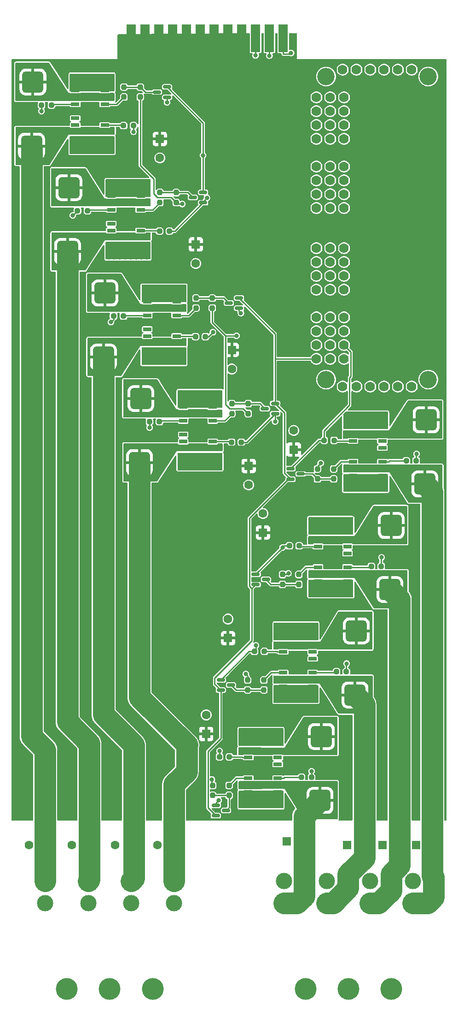
<source format=gbr>
%TF.GenerationSoftware,KiCad,Pcbnew,7.0.8*%
%TF.CreationDate,2023-10-09T09:06:24+01:00*%
%TF.ProjectId,CCC_rig_driver,4343435f-7269-4675-9f64-72697665722e,rev?*%
%TF.SameCoordinates,Original*%
%TF.FileFunction,Copper,L1,Top*%
%TF.FilePolarity,Positive*%
%FSLAX46Y46*%
G04 Gerber Fmt 4.6, Leading zero omitted, Abs format (unit mm)*
G04 Created by KiCad (PCBNEW 7.0.8) date 2023-10-09 09:06:24*
%MOMM*%
%LPD*%
G01*
G04 APERTURE LIST*
G04 Aperture macros list*
%AMRoundRect*
0 Rectangle with rounded corners*
0 $1 Rounding radius*
0 $2 $3 $4 $5 $6 $7 $8 $9 X,Y pos of 4 corners*
0 Add a 4 corners polygon primitive as box body*
4,1,4,$2,$3,$4,$5,$6,$7,$8,$9,$2,$3,0*
0 Add four circle primitives for the rounded corners*
1,1,$1+$1,$2,$3*
1,1,$1+$1,$4,$5*
1,1,$1+$1,$6,$7*
1,1,$1+$1,$8,$9*
0 Add four rect primitives between the rounded corners*
20,1,$1+$1,$2,$3,$4,$5,0*
20,1,$1+$1,$4,$5,$6,$7,0*
20,1,$1+$1,$6,$7,$8,$9,0*
20,1,$1+$1,$8,$9,$2,$3,0*%
G04 Aperture macros list end*
%TA.AperFunction,ComponentPad*%
%ADD10C,4.000000*%
%TD*%
%TA.AperFunction,ComponentPad*%
%ADD11C,3.000000*%
%TD*%
%TA.AperFunction,ConnectorPad*%
%ADD12R,1.651000X5.080000*%
%TD*%
%TA.AperFunction,SMDPad,CuDef*%
%ADD13R,1.525000X0.650000*%
%TD*%
%TA.AperFunction,ComponentPad*%
%ADD14RoundRect,0.639769X-1.310231X-1.310231X1.310231X-1.310231X1.310231X1.310231X-1.310231X1.310231X0*%
%TD*%
%TA.AperFunction,ComponentPad*%
%ADD15R,1.600000X1.600000*%
%TD*%
%TA.AperFunction,ComponentPad*%
%ADD16C,1.600000*%
%TD*%
%TA.AperFunction,SMDPad,CuDef*%
%ADD17RoundRect,0.150000X0.587500X0.150000X-0.587500X0.150000X-0.587500X-0.150000X0.587500X-0.150000X0*%
%TD*%
%TA.AperFunction,SMDPad,CuDef*%
%ADD18RoundRect,0.237500X-0.250000X-0.237500X0.250000X-0.237500X0.250000X0.237500X-0.250000X0.237500X0*%
%TD*%
%TA.AperFunction,SMDPad,CuDef*%
%ADD19RoundRect,0.237500X0.250000X0.237500X-0.250000X0.237500X-0.250000X-0.237500X0.250000X-0.237500X0*%
%TD*%
%TA.AperFunction,SMDPad,CuDef*%
%ADD20RoundRect,0.237500X-0.237500X0.250000X-0.237500X-0.250000X0.237500X-0.250000X0.237500X0.250000X0*%
%TD*%
%TA.AperFunction,ComponentPad*%
%ADD21RoundRect,0.639769X1.310231X1.310231X-1.310231X1.310231X-1.310231X-1.310231X1.310231X-1.310231X0*%
%TD*%
%TA.AperFunction,SMDPad,CuDef*%
%ADD22RoundRect,0.237500X0.237500X-0.250000X0.237500X0.250000X-0.237500X0.250000X-0.237500X-0.250000X0*%
%TD*%
%TA.AperFunction,SMDPad,CuDef*%
%ADD23RoundRect,0.150000X-0.587500X-0.150000X0.587500X-0.150000X0.587500X0.150000X-0.587500X0.150000X0*%
%TD*%
%TA.AperFunction,ComponentPad*%
%ADD24C,1.778000*%
%TD*%
%TA.AperFunction,ComponentPad*%
%ADD25C,3.200000*%
%TD*%
%TA.AperFunction,ViaPad*%
%ADD26C,0.800000*%
%TD*%
%TA.AperFunction,Conductor*%
%ADD27C,0.250000*%
%TD*%
%TA.AperFunction,Conductor*%
%ADD28C,1.599800*%
%TD*%
%TA.AperFunction,Conductor*%
%ADD29C,4.000000*%
%TD*%
G04 APERTURE END LIST*
D10*
%TO.P,J12,*%
%TO.N,*%
X66049700Y-190614000D03*
X73949700Y-190614000D03*
X81849700Y-190614000D03*
D11*
%TO.P,J12,1,Pin_1*%
%TO.N,P_OUT_4_-*%
X62099700Y-170814000D03*
%TO.P,J12,2,Pin_2*%
%TO.N,P_OUT_4_+*%
X62099700Y-174914000D03*
%TO.P,J12,3,Pin_3*%
%TO.N,P_OUT_5_-*%
X69999700Y-170814000D03*
%TO.P,J12,4,Pin_4*%
%TO.N,P_OUT_5_+*%
X69999700Y-174914000D03*
%TO.P,J12,5,Pin_5*%
%TO.N,P_OUT_6_-*%
X77899700Y-170814000D03*
%TO.P,J12,6,Pin_6*%
%TO.N,P_OUT_6_+*%
X77899700Y-174914000D03*
%TO.P,J12,7,Pin_7*%
%TO.N,P_OUT_7_-*%
X85799700Y-170814000D03*
%TO.P,J12,8,Pin_8*%
%TO.N,P_OUT_7_+*%
X85799700Y-174914000D03*
%TD*%
D10*
%TO.P,J7,*%
%TO.N,*%
X22145700Y-190614000D03*
X30045700Y-190614000D03*
X37945700Y-190614000D03*
D11*
%TO.P,J7,1,Pin_1*%
%TO.N,P_OUT_0_-*%
X18195700Y-170814000D03*
%TO.P,J7,2,Pin_2*%
%TO.N,P_OUT_0_+*%
X18195700Y-174914000D03*
%TO.P,J7,3,Pin_3*%
%TO.N,P_OUT_1_-*%
X26095700Y-170814000D03*
%TO.P,J7,4,Pin_4*%
%TO.N,P_OUT_1_+*%
X26095700Y-174914000D03*
%TO.P,J7,5,Pin_5*%
%TO.N,P_OUT_2_-*%
X33995700Y-170814000D03*
%TO.P,J7,6,Pin_6*%
%TO.N,P_OUT_2_+*%
X33995700Y-174914000D03*
%TO.P,J7,7,Pin_7*%
%TO.N,P_OUT_3_-*%
X41895700Y-170814000D03*
%TO.P,J7,8,Pin_8*%
%TO.N,P_OUT_3_+*%
X41895700Y-174914000D03*
%TD*%
D12*
%TO.P,J6,1,Pin_1*%
%TO.N,PWM_OE*%
X61970000Y-16160200D03*
%TO.P,J6,3,Pin_3*%
%TO.N,+3.3V*%
X59430000Y-16160200D03*
%TO.P,J6,5,Pin_5*%
%TO.N,GNDD*%
X56890000Y-16160200D03*
%TO.P,J6,7,Pin_7*%
%TO.N,VCC*%
X54350000Y-16160200D03*
%TO.P,J6,9,Pin_9*%
X51810000Y-16160200D03*
%TO.P,J6,11,Pin_11*%
X49270000Y-16160200D03*
%TO.P,J6,13,Pin_13*%
X46730000Y-16160200D03*
%TO.P,J6,15,Pin_15*%
X44190000Y-16160200D03*
%TO.P,J6,17,Pin_17*%
X41650000Y-16160200D03*
%TO.P,J6,19,Pin_19*%
X39110000Y-16160200D03*
%TO.P,J6,21,Pin_21*%
X36570000Y-16160200D03*
%TO.P,J6,23,Pin_23*%
X34030000Y-16160200D03*
%TD*%
D13*
%TO.P,IC10,1,GND_A_1*%
%TO.N,GNDPWR*%
X68369000Y-106881500D03*
D14*
%TO.P,IC10,2,OUT_A_1*%
%TO.N,P_OUT_6_-*%
X81831000Y-105576500D03*
D13*
X68369000Y-108151500D03*
%TO.P,IC10,3,IN_A*%
%TO.N,Net-(IC10-Pad3)*%
X68369000Y-109421500D03*
%TO.P,IC10,4,VCC_1*%
%TO.N,VCC*%
X68369000Y-110691500D03*
%TO.P,IC10,5,VCC_2*%
X68369000Y-111961500D03*
%TO.P,IC10,6,IN_B*%
%TO.N,Net-(IC10-Pad6)*%
X68369000Y-113231500D03*
D14*
%TO.P,IC10,7,OUT_B_1*%
%TO.N,P_OUT_6_+*%
X81581000Y-117326500D03*
D13*
X68369000Y-114501500D03*
%TO.P,IC10,8,GND_B_1*%
%TO.N,GNDPWR*%
X68369000Y-115771500D03*
%TO.P,IC10,9,GND_B_2*%
X73793000Y-115771500D03*
%TO.P,IC10,10,OUT_B_2*%
%TO.N,P_OUT_6_+*%
X73793000Y-114501500D03*
%TO.P,IC10,11,PWM*%
%TO.N,Net-(IC10-Pad11)*%
X73793000Y-113231500D03*
%TO.P,IC10,12,VCC_3*%
%TO.N,VCC*%
X73793000Y-111961500D03*
%TO.P,IC10,13,CS*%
%TO.N,unconnected-(IC10-Pad13)*%
X73793000Y-110691500D03*
%TO.P,IC10,14,SEL_0*%
%TO.N,unconnected-(IC10-Pad14)*%
X73793000Y-109421500D03*
%TO.P,IC10,15,OUT_A_2*%
%TO.N,P_OUT_6_-*%
X73793000Y-108151500D03*
%TO.P,IC10,16,GND_A_2*%
%TO.N,GNDPWR*%
X73793000Y-106881500D03*
%TD*%
D15*
%TO.P,C24,1*%
%TO.N,VCC*%
X52504700Y-73355500D03*
D16*
%TO.P,C24,2*%
%TO.N,GNDPWR*%
X52504700Y-76855500D03*
%TD*%
D15*
%TO.P,C9,1*%
%TO.N,P_OUT_4_-*%
X62594888Y-163600000D03*
D16*
%TO.P,C9,2*%
%TO.N,P_OUT_4_+*%
X65094888Y-163600000D03*
%TD*%
D17*
%TO.P,Q4,1,G*%
%TO.N,PWM_02*%
X47223600Y-46340300D03*
%TO.P,Q4,2,S*%
%TO.N,GNDD*%
X47223600Y-44440300D03*
%TO.P,Q4,3,D*%
%TO.N,NOT_PWM_02*%
X45348600Y-45390300D03*
%TD*%
D18*
%TO.P,R49,1*%
%TO.N,Net-(IC9-Pad11)*%
X71751900Y-132441700D03*
%TO.P,R49,2*%
%TO.N,PWM_11*%
X73576900Y-132441700D03*
%TD*%
D19*
%TO.P,R37,1*%
%TO.N,Net-(IC5-Pad11)*%
X25948600Y-47802800D03*
%TO.P,R37,2*%
%TO.N,PWM_03*%
X24123600Y-47802800D03*
%TD*%
D20*
%TO.P,R20,1*%
%TO.N,NOT_PWM_00*%
X35667500Y-25112600D03*
%TO.P,R20,2*%
%TO.N,+3.3V*%
X35667500Y-26937600D03*
%TD*%
%TO.P,R22,1*%
%TO.N,NOT_PWM_04*%
X48904700Y-63843000D03*
%TO.P,R22,2*%
%TO.N,+3.3V*%
X48904700Y-65668000D03*
%TD*%
D15*
%TO.P,C10,1*%
%TO.N,P_OUT_5_-*%
X73694888Y-164200000D03*
D16*
%TO.P,C10,2*%
%TO.N,P_OUT_5_+*%
X76194888Y-164200000D03*
%TD*%
D13*
%TO.P,IC6,1,GND_A_1*%
%TO.N,GNDPWR*%
X42366700Y-73363000D03*
%TO.P,IC6,2,OUT_A_1*%
%TO.N,P_OUT_2_-*%
X42366700Y-72093000D03*
D21*
X28904700Y-74668000D03*
D13*
%TO.P,IC6,3,IN_A*%
%TO.N,Net-(IC6-Pad3)*%
X42366700Y-70823000D03*
%TO.P,IC6,4,VCC_1*%
%TO.N,VCC*%
X42366700Y-69553000D03*
%TO.P,IC6,5,VCC_2*%
X42366700Y-68283000D03*
%TO.P,IC6,6,IN_B*%
%TO.N,Net-(IC6-Pad6)*%
X42366700Y-67013000D03*
%TO.P,IC6,7,OUT_B_1*%
%TO.N,P_OUT_2_+*%
X42366700Y-65743000D03*
D21*
X29154700Y-62918000D03*
D13*
%TO.P,IC6,8,GND_B_1*%
%TO.N,GNDPWR*%
X42366700Y-64473000D03*
%TO.P,IC6,9,GND_B_2*%
X36942700Y-64473000D03*
%TO.P,IC6,10,OUT_B_2*%
%TO.N,P_OUT_2_+*%
X36942700Y-65743000D03*
%TO.P,IC6,11,PWM*%
%TO.N,Net-(IC6-Pad11)*%
X36942700Y-67013000D03*
%TO.P,IC6,12,VCC_3*%
%TO.N,VCC*%
X36942700Y-68283000D03*
%TO.P,IC6,13,CS*%
%TO.N,unconnected-(IC6-Pad13)*%
X36942700Y-69553000D03*
%TO.P,IC6,14,SEL_0*%
%TO.N,unconnected-(IC6-Pad14)*%
X36942700Y-70823000D03*
%TO.P,IC6,15,OUT_A_2*%
%TO.N,P_OUT_2_-*%
X36942700Y-72093000D03*
%TO.P,IC6,16,GND_A_2*%
%TO.N,GNDPWR*%
X36942700Y-73363000D03*
%TD*%
D15*
%TO.P,C29,1*%
%TO.N,VCC*%
X63900000Y-91652700D03*
D16*
%TO.P,C29,2*%
%TO.N,GNDPWR*%
X63900000Y-88152700D03*
%TD*%
D15*
%TO.P,C25,1*%
%TO.N,VCC*%
X55600000Y-94647300D03*
D16*
%TO.P,C25,2*%
%TO.N,GNDPWR*%
X55600000Y-98147300D03*
%TD*%
D22*
%TO.P,R24,1*%
%TO.N,NOT_PWM_08*%
X48997700Y-155131900D03*
%TO.P,R24,2*%
%TO.N,+3.3V*%
X48997700Y-153306900D03*
%TD*%
D13*
%TO.P,IC9,1,GND_A_1*%
%TO.N,GNDPWR*%
X61952400Y-126246700D03*
%TO.P,IC9,2,OUT_A_1*%
%TO.N,P_OUT_5_-*%
X61952400Y-127516700D03*
D14*
X75414400Y-124941700D03*
D13*
%TO.P,IC9,3,IN_A*%
%TO.N,Net-(IC9-Pad3)*%
X61952400Y-128786700D03*
%TO.P,IC9,4,VCC_1*%
%TO.N,VCC*%
X61952400Y-130056700D03*
%TO.P,IC9,5,VCC_2*%
X61952400Y-131326700D03*
%TO.P,IC9,6,IN_B*%
%TO.N,Net-(IC9-Pad6)*%
X61952400Y-132596700D03*
%TO.P,IC9,7,OUT_B_1*%
%TO.N,P_OUT_5_+*%
X61952400Y-133866700D03*
D14*
X75164400Y-136691700D03*
D13*
%TO.P,IC9,8,GND_B_1*%
%TO.N,GNDPWR*%
X61952400Y-135136700D03*
%TO.P,IC9,9,GND_B_2*%
X67376400Y-135136700D03*
%TO.P,IC9,10,OUT_B_2*%
%TO.N,P_OUT_5_+*%
X67376400Y-133866700D03*
%TO.P,IC9,11,PWM*%
%TO.N,Net-(IC9-Pad11)*%
X67376400Y-132596700D03*
%TO.P,IC9,12,VCC_3*%
%TO.N,VCC*%
X67376400Y-131326700D03*
%TO.P,IC9,13,CS*%
%TO.N,unconnected-(IC9-Pad13)*%
X67376400Y-130056700D03*
%TO.P,IC9,14,SEL_0*%
%TO.N,unconnected-(IC9-Pad14)*%
X67376400Y-128786700D03*
%TO.P,IC9,15,OUT_A_2*%
%TO.N,P_OUT_5_-*%
X67376400Y-127516700D03*
%TO.P,IC9,16,GND_A_2*%
%TO.N,GNDPWR*%
X67376400Y-126246700D03*
%TD*%
D23*
%TO.P,Q8,1,G*%
%TO.N,PWM_10*%
X50476900Y-133904200D03*
%TO.P,Q8,2,S*%
%TO.N,GNDD*%
X50476900Y-135804200D03*
%TO.P,Q8,3,D*%
%TO.N,NOT_PWM_10*%
X52351900Y-134854200D03*
%TD*%
D13*
%TO.P,IC5,1,GND_A_1*%
%TO.N,GNDPWR*%
X35748100Y-53997800D03*
D21*
%TO.P,IC5,2,OUT_A_1*%
%TO.N,P_OUT_1_-*%
X22286100Y-55302800D03*
D13*
X35748100Y-52727800D03*
%TO.P,IC5,3,IN_A*%
%TO.N,Net-(IC5-Pad3)*%
X35748100Y-51457800D03*
%TO.P,IC5,4,VCC_1*%
%TO.N,VCC*%
X35748100Y-50187800D03*
%TO.P,IC5,5,VCC_2*%
X35748100Y-48917800D03*
%TO.P,IC5,6,IN_B*%
%TO.N,Net-(IC5-Pad6)*%
X35748100Y-47647800D03*
D21*
%TO.P,IC5,7,OUT_B_1*%
%TO.N,P_OUT_1_+*%
X22536100Y-43552800D03*
D13*
X35748100Y-46377800D03*
%TO.P,IC5,8,GND_B_1*%
%TO.N,GNDPWR*%
X35748100Y-45107800D03*
%TO.P,IC5,9,GND_B_2*%
X30324100Y-45107800D03*
%TO.P,IC5,10,OUT_B_2*%
%TO.N,P_OUT_1_+*%
X30324100Y-46377800D03*
%TO.P,IC5,11,PWM*%
%TO.N,Net-(IC5-Pad11)*%
X30324100Y-47647800D03*
%TO.P,IC5,12,VCC_3*%
%TO.N,VCC*%
X30324100Y-48917800D03*
%TO.P,IC5,13,CS*%
%TO.N,unconnected-(IC5-Pad13)*%
X30324100Y-50187800D03*
%TO.P,IC5,14,SEL_0*%
%TO.N,unconnected-(IC5-Pad14)*%
X30324100Y-51457800D03*
%TO.P,IC5,15,OUT_A_2*%
%TO.N,P_OUT_1_-*%
X30324100Y-52727800D03*
%TO.P,IC5,16,GND_A_2*%
%TO.N,GNDPWR*%
X30324100Y-53997800D03*
%TD*%
D19*
%TO.P,R38,1*%
%TO.N,Net-(IC6-Pad11)*%
X32567200Y-67168000D03*
%TO.P,R38,2*%
%TO.N,PWM_05*%
X30742200Y-67168000D03*
%TD*%
D22*
%TO.P,R47,1*%
%TO.N,NOT_PWM_14*%
X71247700Y-97036300D03*
%TO.P,R47,2*%
%TO.N,Net-(IC11-Pad6)*%
X71247700Y-95211300D03*
%TD*%
D20*
%TO.P,R34,1*%
%TO.N,NOT_PWM_04*%
X45904700Y-63843000D03*
%TO.P,R34,2*%
%TO.N,Net-(IC6-Pad6)*%
X45904700Y-65668000D03*
%TD*%
D22*
%TO.P,R45,1*%
%TO.N,NOT_PWM_10*%
X58414400Y-135766700D03*
%TO.P,R45,2*%
%TO.N,Net-(IC9-Pad6)*%
X58414400Y-133941700D03*
%TD*%
D19*
%TO.P,R31,1*%
%TO.N,PWM_06*%
X54273300Y-90283200D03*
%TO.P,R31,2*%
%TO.N,Net-(IC7-Pad3)*%
X52448300Y-90283200D03*
%TD*%
D18*
%TO.P,R41,1*%
%TO.N,PWM_10*%
X56664400Y-128691700D03*
%TO.P,R41,2*%
%TO.N,Net-(IC9-Pad3)*%
X58489400Y-128691700D03*
%TD*%
D13*
%TO.P,IC11,1,GND_A_1*%
%TO.N,GNDPWR*%
X74785700Y-87516300D03*
%TO.P,IC11,2,OUT_A_1*%
%TO.N,P_OUT_7_-*%
X74785700Y-88786300D03*
D14*
X88247700Y-86211300D03*
D13*
%TO.P,IC11,3,IN_A*%
%TO.N,Net-(IC11-Pad3)*%
X74785700Y-90056300D03*
%TO.P,IC11,4,VCC_1*%
%TO.N,VCC*%
X74785700Y-91326300D03*
%TO.P,IC11,5,VCC_2*%
X74785700Y-92596300D03*
%TO.P,IC11,6,IN_B*%
%TO.N,Net-(IC11-Pad6)*%
X74785700Y-93866300D03*
D14*
%TO.P,IC11,7,OUT_B_1*%
%TO.N,P_OUT_7_+*%
X87997700Y-97961300D03*
D13*
X74785700Y-95136300D03*
%TO.P,IC11,8,GND_B_1*%
%TO.N,GNDPWR*%
X74785700Y-96406300D03*
%TO.P,IC11,9,GND_B_2*%
X80209700Y-96406300D03*
%TO.P,IC11,10,OUT_B_2*%
%TO.N,P_OUT_7_+*%
X80209700Y-95136300D03*
%TO.P,IC11,11,PWM*%
%TO.N,Net-(IC11-Pad11)*%
X80209700Y-93866300D03*
%TO.P,IC11,12,VCC_3*%
%TO.N,VCC*%
X80209700Y-92596300D03*
%TO.P,IC11,13,CS*%
%TO.N,unconnected-(IC11-Pad13)*%
X80209700Y-91326300D03*
%TO.P,IC11,14,SEL_0*%
%TO.N,unconnected-(IC11-Pad14)*%
X80209700Y-90056300D03*
%TO.P,IC11,15,OUT_A_2*%
%TO.N,P_OUT_7_-*%
X80209700Y-88786300D03*
%TO.P,IC11,16,GND_A_2*%
%TO.N,GNDPWR*%
X80209700Y-87516300D03*
%TD*%
D15*
%TO.P,C1,1*%
%TO.N,P_OUT_0_-*%
X17705100Y-164200000D03*
D16*
%TO.P,C1,2*%
%TO.N,P_OUT_0_+*%
X15205100Y-164200000D03*
%TD*%
D20*
%TO.P,R23,1*%
%TO.N,NOT_PWM_06*%
X55523300Y-83208200D03*
%TO.P,R23,2*%
%TO.N,+3.3V*%
X55523300Y-85033200D03*
%TD*%
D15*
%TO.P,C4,1*%
%TO.N,P_OUT_3_-*%
X41305113Y-164200000D03*
D16*
%TO.P,C4,2*%
%TO.N,P_OUT_3_+*%
X38805113Y-164200000D03*
%TD*%
D13*
%TO.P,IC7,1,GND_A_1*%
%TO.N,GNDPWR*%
X48985300Y-92728200D03*
%TO.P,IC7,2,OUT_A_1*%
%TO.N,P_OUT_3_-*%
X48985300Y-91458200D03*
D21*
X35523300Y-94033200D03*
D13*
%TO.P,IC7,3,IN_A*%
%TO.N,Net-(IC7-Pad3)*%
X48985300Y-90188200D03*
%TO.P,IC7,4,VCC_1*%
%TO.N,VCC*%
X48985300Y-88918200D03*
%TO.P,IC7,5,VCC_2*%
X48985300Y-87648200D03*
%TO.P,IC7,6,IN_B*%
%TO.N,Net-(IC7-Pad6)*%
X48985300Y-86378200D03*
%TO.P,IC7,7,OUT_B_1*%
%TO.N,P_OUT_3_+*%
X48985300Y-85108200D03*
D21*
X35773300Y-82283200D03*
D13*
%TO.P,IC7,8,GND_B_1*%
%TO.N,GNDPWR*%
X48985300Y-83838200D03*
%TO.P,IC7,9,GND_B_2*%
X43561300Y-83838200D03*
%TO.P,IC7,10,OUT_B_2*%
%TO.N,P_OUT_3_+*%
X43561300Y-85108200D03*
%TO.P,IC7,11,PWM*%
%TO.N,Net-(IC7-Pad11)*%
X43561300Y-86378200D03*
%TO.P,IC7,12,VCC_3*%
%TO.N,VCC*%
X43561300Y-87648200D03*
%TO.P,IC7,13,CS*%
%TO.N,unconnected-(IC7-Pad13)*%
X43561300Y-88918200D03*
%TO.P,IC7,14,SEL_0*%
%TO.N,unconnected-(IC7-Pad14)*%
X43561300Y-90188200D03*
%TO.P,IC7,15,OUT_A_2*%
%TO.N,P_OUT_3_-*%
X43561300Y-91458200D03*
%TO.P,IC7,16,GND_A_2*%
%TO.N,GNDPWR*%
X43561300Y-92728200D03*
%TD*%
D17*
%TO.P,Q6,1,G*%
%TO.N,PWM_06*%
X60460800Y-85070700D03*
%TO.P,Q6,2,S*%
%TO.N,GNDD*%
X60460800Y-83170700D03*
%TO.P,Q6,3,D*%
%TO.N,NOT_PWM_06*%
X58585800Y-84120700D03*
%TD*%
D20*
%TO.P,R32,1*%
%TO.N,NOT_PWM_00*%
X32667500Y-25112600D03*
%TO.P,R32,2*%
%TO.N,Net-(IC4-Pad6)*%
X32667500Y-26937600D03*
%TD*%
D13*
%TO.P,IC4,1,GND_A_1*%
%TO.N,GNDPWR*%
X29129500Y-34632600D03*
D21*
%TO.P,IC4,2,OUT_A_1*%
%TO.N,P_OUT_0_-*%
X15667500Y-35937600D03*
D13*
X29129500Y-33362600D03*
%TO.P,IC4,3,IN_A*%
%TO.N,Net-(IC4-Pad3)*%
X29129500Y-32092600D03*
%TO.P,IC4,4,VCC_1*%
%TO.N,VCC*%
X29129500Y-30822600D03*
%TO.P,IC4,5,VCC_2*%
X29129500Y-29552600D03*
%TO.P,IC4,6,IN_B*%
%TO.N,Net-(IC4-Pad6)*%
X29129500Y-28282600D03*
%TO.P,IC4,7,OUT_B_1*%
%TO.N,P_OUT_0_+*%
X29129500Y-27012600D03*
D21*
X15917500Y-24187600D03*
D13*
%TO.P,IC4,8,GND_B_1*%
%TO.N,GNDPWR*%
X29129500Y-25742600D03*
%TO.P,IC4,9,GND_B_2*%
X23705500Y-25742600D03*
%TO.P,IC4,10,OUT_B_2*%
%TO.N,P_OUT_0_+*%
X23705500Y-27012600D03*
%TO.P,IC4,11,PWM*%
%TO.N,Net-(IC4-Pad11)*%
X23705500Y-28282600D03*
%TO.P,IC4,12,VCC_3*%
%TO.N,VCC*%
X23705500Y-29552600D03*
%TO.P,IC4,13,CS*%
%TO.N,unconnected-(IC4-Pad13)*%
X23705500Y-30822600D03*
%TO.P,IC4,14,SEL_0*%
%TO.N,unconnected-(IC4-Pad14)*%
X23705500Y-32092600D03*
%TO.P,IC4,15,OUT_A_2*%
%TO.N,P_OUT_0_-*%
X23705500Y-33362600D03*
%TO.P,IC4,16,GND_A_2*%
%TO.N,GNDPWR*%
X23705500Y-34632600D03*
%TD*%
D15*
%TO.P,C26,1*%
%TO.N,VCC*%
X47800000Y-143852700D03*
D16*
%TO.P,C26,2*%
%TO.N,GNDPWR*%
X47800000Y-140352700D03*
%TD*%
D22*
%TO.P,R46,1*%
%TO.N,NOT_PWM_12*%
X64831000Y-116401500D03*
%TO.P,R46,2*%
%TO.N,Net-(IC10-Pad6)*%
X64831000Y-114576500D03*
%TD*%
D20*
%TO.P,R33,1*%
%TO.N,NOT_PWM_02*%
X39286100Y-44477800D03*
%TO.P,R33,2*%
%TO.N,Net-(IC5-Pad6)*%
X39286100Y-46302800D03*
%TD*%
D18*
%TO.P,R43,1*%
%TO.N,PWM_14*%
X69497700Y-89961300D03*
%TO.P,R43,2*%
%TO.N,Net-(IC11-Pad3)*%
X71322700Y-89961300D03*
%TD*%
D15*
%TO.P,C2,1*%
%TO.N,P_OUT_1_-*%
X25605100Y-164200000D03*
D16*
%TO.P,C2,2*%
%TO.N,P_OUT_1_+*%
X23105100Y-164200000D03*
%TD*%
D22*
%TO.P,R27,1*%
%TO.N,NOT_PWM_14*%
X68247700Y-97036300D03*
%TO.P,R27,2*%
%TO.N,+3.3V*%
X68247700Y-95211300D03*
%TD*%
D15*
%TO.P,C27,1*%
%TO.N,VCC*%
X51814400Y-126254200D03*
D16*
%TO.P,C27,2*%
%TO.N,GNDPWR*%
X51814400Y-122754200D03*
%TD*%
D22*
%TO.P,R44,1*%
%TO.N,NOT_PWM_08*%
X51997700Y-155131900D03*
%TO.P,R44,2*%
%TO.N,Net-(IC8-Pad6)*%
X51997700Y-153306900D03*
%TD*%
D15*
%TO.P,C22,1*%
%TO.N,VCC*%
X39267500Y-34625100D03*
D16*
%TO.P,C22,2*%
%TO.N,GNDPWR*%
X39267500Y-38125100D03*
%TD*%
D15*
%TO.P,C11,1*%
%TO.N,P_OUT_6_-*%
X80194888Y-164200000D03*
D16*
%TO.P,C11,2*%
%TO.N,P_OUT_6_+*%
X82694888Y-164200000D03*
%TD*%
D17*
%TO.P,Q5,1,G*%
%TO.N,PWM_04*%
X53842200Y-65705500D03*
%TO.P,Q5,2,S*%
%TO.N,GNDD*%
X53842200Y-63805500D03*
%TO.P,Q5,3,D*%
%TO.N,NOT_PWM_04*%
X51967200Y-64755500D03*
%TD*%
D15*
%TO.P,C3,1*%
%TO.N,P_OUT_2_-*%
X33505100Y-164200000D03*
D16*
%TO.P,C3,2*%
%TO.N,P_OUT_2_+*%
X31005100Y-164200000D03*
%TD*%
D15*
%TO.P,C12,1*%
%TO.N,P_OUT_7_-*%
X86394900Y-164200000D03*
D16*
%TO.P,C12,2*%
%TO.N,P_OUT_7_+*%
X88894900Y-164200000D03*
%TD*%
D22*
%TO.P,R26,1*%
%TO.N,NOT_PWM_12*%
X61831000Y-116401500D03*
%TO.P,R26,2*%
%TO.N,+3.3V*%
X61831000Y-114576500D03*
%TD*%
D19*
%TO.P,R28,1*%
%TO.N,PWM_00*%
X34417500Y-32187600D03*
%TO.P,R28,2*%
%TO.N,Net-(IC4-Pad3)*%
X32592500Y-32187600D03*
%TD*%
D18*
%TO.P,R40,1*%
%TO.N,PWM_08*%
X50247700Y-148056900D03*
%TO.P,R40,2*%
%TO.N,Net-(IC8-Pad3)*%
X52072700Y-148056900D03*
%TD*%
D19*
%TO.P,R39,1*%
%TO.N,Net-(IC7-Pad11)*%
X39185800Y-86533200D03*
%TO.P,R39,2*%
%TO.N,PWM_07*%
X37360800Y-86533200D03*
%TD*%
D23*
%TO.P,Q10,1,G*%
%TO.N,PWM_14*%
X63310200Y-95173800D03*
%TO.P,Q10,2,S*%
%TO.N,GNDD*%
X63310200Y-97073800D03*
%TO.P,Q10,3,D*%
%TO.N,NOT_PWM_14*%
X65185200Y-96123800D03*
%TD*%
D20*
%TO.P,R21,1*%
%TO.N,NOT_PWM_02*%
X42286100Y-44477800D03*
%TO.P,R21,2*%
%TO.N,+3.3V*%
X42286100Y-46302800D03*
%TD*%
D19*
%TO.P,R36,1*%
%TO.N,Net-(IC4-Pad11)*%
X19330000Y-28437600D03*
%TO.P,R36,2*%
%TO.N,PWM_01*%
X17505000Y-28437600D03*
%TD*%
D23*
%TO.P,Q7,1,G*%
%TO.N,PWM_08*%
X49562500Y-156950000D03*
%TO.P,Q7,2,S*%
%TO.N,GNDD*%
X49562500Y-158850000D03*
%TO.P,Q7,3,D*%
%TO.N,NOT_PWM_08*%
X51437500Y-157900000D03*
%TD*%
D13*
%TO.P,IC8,1,GND_A_1*%
%TO.N,GNDPWR*%
X55535700Y-145611900D03*
D14*
%TO.P,IC8,2,OUT_A_1*%
%TO.N,P_OUT_4_-*%
X68997700Y-144306900D03*
D13*
X55535700Y-146881900D03*
%TO.P,IC8,3,IN_A*%
%TO.N,Net-(IC8-Pad3)*%
X55535700Y-148151900D03*
%TO.P,IC8,4,VCC_1*%
%TO.N,VCC*%
X55535700Y-149421900D03*
%TO.P,IC8,5,VCC_2*%
X55535700Y-150691900D03*
%TO.P,IC8,6,IN_B*%
%TO.N,Net-(IC8-Pad6)*%
X55535700Y-151961900D03*
%TO.P,IC8,7,OUT_B_1*%
%TO.N,P_OUT_4_+*%
X55535700Y-153231900D03*
D14*
X68747700Y-156056900D03*
D13*
%TO.P,IC8,8,GND_B_1*%
%TO.N,GNDPWR*%
X55535700Y-154501900D03*
%TO.P,IC8,9,GND_B_2*%
X60959700Y-154501900D03*
%TO.P,IC8,10,OUT_B_2*%
%TO.N,P_OUT_4_+*%
X60959700Y-153231900D03*
%TO.P,IC8,11,PWM*%
%TO.N,Net-(IC8-Pad11)*%
X60959700Y-151961900D03*
%TO.P,IC8,12,VCC_3*%
%TO.N,VCC*%
X60959700Y-150691900D03*
%TO.P,IC8,13,CS*%
%TO.N,unconnected-(IC8-Pad13)*%
X60959700Y-149421900D03*
%TO.P,IC8,14,SEL_0*%
%TO.N,unconnected-(IC8-Pad14)*%
X60959700Y-148151900D03*
%TO.P,IC8,15,OUT_A_2*%
%TO.N,P_OUT_4_-*%
X60959700Y-146881900D03*
%TO.P,IC8,16,GND_A_2*%
%TO.N,GNDPWR*%
X60959700Y-145611900D03*
%TD*%
D23*
%TO.P,Q9,1,G*%
%TO.N,PWM_12*%
X56893500Y-114539000D03*
%TO.P,Q9,2,S*%
%TO.N,GNDD*%
X56893500Y-116439000D03*
%TO.P,Q9,3,D*%
%TO.N,NOT_PWM_12*%
X58768500Y-115489000D03*
%TD*%
D17*
%TO.P,Q3,1,G*%
%TO.N,PWM_00*%
X40605000Y-26975100D03*
%TO.P,Q3,2,S*%
%TO.N,GNDD*%
X40605000Y-25075100D03*
%TO.P,Q3,3,D*%
%TO.N,NOT_PWM_00*%
X38730000Y-26025100D03*
%TD*%
D18*
%TO.P,R50,1*%
%TO.N,Net-(IC10-Pad11)*%
X78168900Y-113076700D03*
%TO.P,R50,2*%
%TO.N,PWM_13*%
X79993900Y-113076700D03*
%TD*%
D22*
%TO.P,R25,1*%
%TO.N,NOT_PWM_10*%
X55414400Y-135766700D03*
%TO.P,R25,2*%
%TO.N,+3.3V*%
X55414400Y-133941700D03*
%TD*%
D24*
%TO.P,U2,0,PWM_0*%
%TO.N,PWM_00*%
X73151700Y-26991000D03*
%TO.P,U2,1,PWM_1*%
%TO.N,PWM_01*%
X73151700Y-29531000D03*
%TO.P,U2,2,PWM_2*%
%TO.N,PWM_02*%
X73151700Y-32071000D03*
%TO.P,U2,3,PWM_3*%
%TO.N,PWM_03*%
X73151700Y-34611000D03*
%TO.P,U2,4,PWM_4*%
%TO.N,PWM_04*%
X73151700Y-39691000D03*
%TO.P,U2,5,PWM_5*%
%TO.N,PWM_05*%
X73151700Y-42231000D03*
%TO.P,U2,6,PWM_6*%
%TO.N,PWM_06*%
X73151700Y-44771000D03*
%TO.P,U2,7,PWM_7*%
%TO.N,PWM_07*%
X73151700Y-47311000D03*
%TO.P,U2,8,PWM_8*%
%TO.N,PWM_08*%
X73151700Y-54677000D03*
%TO.P,U2,9,PWM_9*%
%TO.N,PWM_09*%
X73151700Y-57217000D03*
%TO.P,U2,10,PWM_10*%
%TO.N,PWM_10*%
X73151700Y-59757000D03*
%TO.P,U2,11,PWM_11*%
%TO.N,PWM_11*%
X73151700Y-62297000D03*
%TO.P,U2,12,PWM_12*%
%TO.N,PWM_12*%
X73151700Y-67377000D03*
%TO.P,U2,13,PWM_13*%
%TO.N,PWM_13*%
X73151700Y-69917000D03*
%TO.P,U2,14,PWM_14*%
%TO.N,PWM_14*%
X73151700Y-72457000D03*
%TO.P,U2,15,PWM_15*%
%TO.N,PWM_15*%
X73151700Y-74997000D03*
%TO.P,U2,GND_1,GND*%
%TO.N,GNDD*%
X85597700Y-21911000D03*
%TO.P,U2,GND_2,GND*%
X85597700Y-80077000D03*
%TO.P,U2,GND_3,GND*%
X68071700Y-26991000D03*
%TO.P,U2,GND_4,GND*%
X68071700Y-29531000D03*
%TO.P,U2,GND_5,GND*%
X68071700Y-32071000D03*
%TO.P,U2,GND_6,GND*%
X68071700Y-34611000D03*
%TO.P,U2,GND_7,GND*%
X68071700Y-39691000D03*
%TO.P,U2,GND_8,GND*%
X68071700Y-42231000D03*
%TO.P,U2,GND_9,GND*%
X68071700Y-44771000D03*
%TO.P,U2,GND_10,GND*%
X68071700Y-47311000D03*
%TO.P,U2,GND_11,GND*%
X68071700Y-54677000D03*
%TO.P,U2,GND_12,GND*%
X68071700Y-57217000D03*
%TO.P,U2,GND_13,GND*%
X68071700Y-59757000D03*
%TO.P,U2,GND_14,GND*%
X68071700Y-62297000D03*
%TO.P,U2,GND_15,GND*%
X68071700Y-67377000D03*
%TO.P,U2,GND_16,GND*%
X68071700Y-69917000D03*
%TO.P,U2,GND_17,GND*%
X68071700Y-72457000D03*
%TO.P,U2,GND_18,GND*%
X68071700Y-74997000D03*
%TO.P,U2,OE_1,~{OE}*%
%TO.N,PWM_OE*%
X83057700Y-21911000D03*
%TO.P,U2,OE_2,~{OE}*%
X83057700Y-80077000D03*
D25*
%TO.P,U2,S1*%
%TO.N,N/C*%
X88645700Y-23181000D03*
%TO.P,U2,S2*%
X88645700Y-78807000D03*
%TO.P,U2,S3*%
X69849700Y-23181000D03*
%TO.P,U2,S4*%
X69849700Y-78807000D03*
D24*
%TO.P,U2,SCL_1,SCL*%
%TO.N,I2C_SCL*%
X80517700Y-21911000D03*
%TO.P,U2,SCL_2,SCL*%
X80517700Y-80077000D03*
%TO.P,U2,SDA_1,SDA*%
%TO.N,I2C_SDA*%
X77977700Y-21911000D03*
%TO.P,U2,SDA_2,SDA*%
X77977700Y-80077000D03*
%TO.P,U2,V+_1,V+*%
%TO.N,+3.3V*%
X72897700Y-21911000D03*
%TO.P,U2,V+_2,V+*%
X72897700Y-80077000D03*
%TO.P,U2,V+_3,V+*%
X70611700Y-26991000D03*
%TO.P,U2,V+_4,V+*%
X70611700Y-29531000D03*
%TO.P,U2,V+_5,V+*%
X70611700Y-32071000D03*
%TO.P,U2,V+_6,V+*%
X70611700Y-34611000D03*
%TO.P,U2,V+_7,V+*%
X70611700Y-39691000D03*
%TO.P,U2,V+_8,V+*%
X70611700Y-42231000D03*
%TO.P,U2,V+_9,V+*%
X70611700Y-44771000D03*
%TO.P,U2,V+_10,V+*%
X70611700Y-47311000D03*
%TO.P,U2,V+_11,V+*%
X70611700Y-54677000D03*
%TO.P,U2,V+_12,V+*%
X70611700Y-57217000D03*
%TO.P,U2,V+_13,V+*%
X70611700Y-59757000D03*
%TO.P,U2,V+_14,V+*%
X70611700Y-62297000D03*
%TO.P,U2,V+_15,V+*%
X70611700Y-67377000D03*
%TO.P,U2,V+_16,V+*%
X70611700Y-69917000D03*
%TO.P,U2,V+_17,V+*%
X70611700Y-72457000D03*
%TO.P,U2,V+_18,V+*%
X70611700Y-74997000D03*
%TO.P,U2,VCC_1,VCC*%
X75437700Y-21911000D03*
%TO.P,U2,VCC_2,VCC*%
X75437700Y-80077000D03*
%TD*%
D15*
%TO.P,C23,1*%
%TO.N,VCC*%
X45886100Y-53990300D03*
D16*
%TO.P,C23,2*%
%TO.N,GNDPWR*%
X45886100Y-57490300D03*
%TD*%
D19*
%TO.P,R30,1*%
%TO.N,PWM_04*%
X47654700Y-70918000D03*
%TO.P,R30,2*%
%TO.N,Net-(IC6-Pad3)*%
X45829700Y-70918000D03*
%TD*%
D20*
%TO.P,R35,1*%
%TO.N,NOT_PWM_06*%
X52523300Y-83208200D03*
%TO.P,R35,2*%
%TO.N,Net-(IC7-Pad6)*%
X52523300Y-85033200D03*
%TD*%
D18*
%TO.P,R48,1*%
%TO.N,Net-(IC8-Pad11)*%
X65335200Y-151806900D03*
%TO.P,R48,2*%
%TO.N,PWM_09*%
X67160200Y-151806900D03*
%TD*%
D19*
%TO.P,R29,1*%
%TO.N,PWM_02*%
X41036100Y-51552800D03*
%TO.P,R29,2*%
%TO.N,Net-(IC5-Pad3)*%
X39211100Y-51552800D03*
%TD*%
D15*
%TO.P,C28,1*%
%TO.N,VCC*%
X58231000Y-106889000D03*
D16*
%TO.P,C28,2*%
%TO.N,GNDPWR*%
X58231000Y-103389000D03*
%TD*%
D18*
%TO.P,R51,1*%
%TO.N,Net-(IC11-Pad11)*%
X84585200Y-93711300D03*
%TO.P,R51,2*%
%TO.N,PWM_15*%
X86410200Y-93711300D03*
%TD*%
%TO.P,R42,1*%
%TO.N,PWM_12*%
X63081000Y-109326500D03*
%TO.P,R42,2*%
%TO.N,Net-(IC10-Pad3)*%
X64906000Y-109326500D03*
%TD*%
D26*
%TO.N,+3.3V*%
X53352800Y-70751100D03*
X43376900Y-46582700D03*
X68849300Y-94135000D03*
X48847000Y-152181700D03*
X59430000Y-19337900D03*
X55105800Y-132837600D03*
X62910600Y-114374400D03*
%TO.N,GNDD*%
X56890000Y-19317800D03*
X47223600Y-37638400D03*
%TO.N,PWM_OE*%
X63413100Y-18851100D03*
%TO.N,PWM_00*%
X40573000Y-27904100D03*
X34417500Y-33303400D03*
%TO.N,PWM_01*%
X17505000Y-29516900D03*
%TO.N,PWM_02*%
X47928600Y-45423400D03*
%TO.N,PWM_03*%
X23264500Y-48661900D03*
%TO.N,PWM_04*%
X54184400Y-66615900D03*
X49027200Y-70117000D03*
%TO.N,PWM_05*%
X30256300Y-68252700D03*
%TO.N,PWM_06*%
X60466800Y-86482800D03*
%TO.N,PWM_07*%
X37360800Y-87614800D03*
%TO.N,PWM_08*%
X50077100Y-156026600D03*
X50247700Y-146947000D03*
%TO.N,PWM_09*%
X67160200Y-150672700D03*
%TO.N,PWM_10*%
X56951500Y-127600300D03*
%TO.N,PWM_11*%
X73618200Y-130934500D03*
%TO.N,PWM_12*%
X61823400Y-109609100D03*
%TO.N,PWM_13*%
X80036300Y-111445500D03*
%TO.N,PWM_15*%
X86469700Y-92442900D03*
%TO.N,GNDPWR*%
X30247700Y-24244000D03*
X62797700Y-124886000D03*
X61797700Y-123886000D03*
X58400000Y-156000000D03*
X79597700Y-98886300D03*
X72097700Y-105486000D03*
X49097700Y-93994000D03*
X25297700Y-36994000D03*
X72197700Y-117286000D03*
X68197700Y-117286000D03*
X30897700Y-43694000D03*
X23297700Y-35994000D03*
X66797700Y-137686000D03*
X42497700Y-61994000D03*
X61797700Y-124886000D03*
X34897700Y-55394000D03*
X31897700Y-42694000D03*
X26297700Y-35994000D03*
X73097700Y-104486000D03*
X27247700Y-24244000D03*
X78597700Y-98886300D03*
X65797700Y-123886000D03*
X63797700Y-124886000D03*
X77597700Y-97886300D03*
X29247700Y-24244000D03*
X33897700Y-56394000D03*
X28297700Y-35994000D03*
X30297700Y-36994000D03*
X36897700Y-56394000D03*
X25247700Y-24244000D03*
X26247700Y-24244000D03*
X61400000Y-156000000D03*
X66797700Y-136686000D03*
X59397700Y-144286000D03*
X36897700Y-42694000D03*
X38497700Y-75694000D03*
X60397700Y-144286000D03*
X74597700Y-98886300D03*
X67797700Y-124886000D03*
X59397700Y-143286000D03*
X64797700Y-123886000D03*
X48097700Y-93994000D03*
X32897700Y-42694000D03*
X62797700Y-123886000D03*
X67097700Y-104486000D03*
X56400000Y-156000000D03*
X80597700Y-86186300D03*
X55397700Y-144286000D03*
X38497700Y-61994000D03*
X74097700Y-105486000D03*
X29297700Y-36994000D03*
X80597700Y-98886300D03*
X36897700Y-43694000D03*
X35897700Y-43694000D03*
X36497700Y-74694000D03*
X34897700Y-43694000D03*
X40497700Y-61994000D03*
X72097700Y-104486000D03*
X41497700Y-75694000D03*
X66797700Y-123886000D03*
X36497700Y-62994000D03*
X69197700Y-118286000D03*
X76597700Y-97886300D03*
X50197700Y-82394000D03*
X73597700Y-86186300D03*
X30897700Y-56394000D03*
X48097700Y-94994000D03*
X39497700Y-61994000D03*
X30297700Y-35994000D03*
X27247700Y-23244000D03*
X67797700Y-123886000D03*
X40497700Y-75694000D03*
X57397700Y-143286000D03*
X43497700Y-75694000D03*
X50097700Y-93994000D03*
X75597700Y-98886300D03*
X71197700Y-118286000D03*
X74597700Y-97886300D03*
X64797700Y-136686000D03*
X61797700Y-136686000D03*
X69097700Y-104486000D03*
X29897700Y-43694000D03*
X55397700Y-143286000D03*
X34897700Y-56394000D03*
X64797700Y-124886000D03*
X76597700Y-86186300D03*
X28297700Y-36994000D03*
X73197700Y-117286000D03*
X23297700Y-36994000D03*
X68097700Y-105486000D03*
X70197700Y-117286000D03*
X44097700Y-94994000D03*
X78597700Y-86186300D03*
X71097700Y-105486000D03*
X29897700Y-42694000D03*
X37497700Y-61994000D03*
X42497700Y-74694000D03*
X76597700Y-98886300D03*
X56397700Y-143286000D03*
X42497700Y-75694000D03*
X26297700Y-36994000D03*
X61397700Y-143286000D03*
X72197700Y-118286000D03*
X30897700Y-42694000D03*
X43197700Y-81394000D03*
X31897700Y-55394000D03*
X58400000Y-157000000D03*
X49197700Y-81394000D03*
X65797700Y-124886000D03*
X38497700Y-74694000D03*
X68097700Y-104486000D03*
X50097700Y-94994000D03*
X44197700Y-82394000D03*
X46097700Y-93994000D03*
X49097700Y-94994000D03*
X75597700Y-86186300D03*
X60397700Y-143286000D03*
X69197700Y-117286000D03*
X47097700Y-94994000D03*
X24247700Y-24244000D03*
X43097700Y-93994000D03*
X32897700Y-56394000D03*
X41497700Y-62994000D03*
X48197700Y-82394000D03*
X78597700Y-97886300D03*
X61397700Y-144286000D03*
X47197700Y-82394000D03*
X45197700Y-82394000D03*
X49197700Y-82394000D03*
X77597700Y-86186300D03*
X69097700Y-105486000D03*
X74097700Y-104486000D03*
X36497700Y-75694000D03*
X41497700Y-74694000D03*
X67797700Y-137686000D03*
X38497700Y-62994000D03*
X75597700Y-97886300D03*
X73097700Y-105486000D03*
X67197700Y-118286000D03*
X43497700Y-74694000D03*
X46197700Y-81394000D03*
X79597700Y-97886300D03*
X60400000Y-157000000D03*
X47197700Y-81394000D03*
X31897700Y-56394000D03*
X66797700Y-124886000D03*
X31897700Y-43694000D03*
X48197700Y-81394000D03*
X56397700Y-144286000D03*
X29297700Y-35994000D03*
X73597700Y-98886300D03*
X23247700Y-24244000D03*
X59400000Y-157000000D03*
X40497700Y-62994000D03*
X24247700Y-23244000D03*
X71197700Y-117286000D03*
X39497700Y-74694000D03*
X50197700Y-81394000D03*
X42497700Y-62994000D03*
X43497700Y-62994000D03*
X24297700Y-36994000D03*
X45097700Y-93994000D03*
X54400000Y-157000000D03*
X67797700Y-136686000D03*
X64797700Y-137686000D03*
X28247700Y-23244000D03*
X28247700Y-24244000D03*
X63797700Y-137686000D03*
X35897700Y-56394000D03*
X37497700Y-62994000D03*
X60797700Y-136686000D03*
X59400000Y-156000000D03*
X33897700Y-42694000D03*
X57400000Y-157000000D03*
X34897700Y-42694000D03*
X30897700Y-55394000D03*
X29897700Y-56394000D03*
X32897700Y-55394000D03*
X60797700Y-137686000D03*
X46097700Y-94994000D03*
X41497700Y-61994000D03*
X39497700Y-62994000D03*
X56400000Y-157000000D03*
X45197700Y-81394000D03*
X36897700Y-55394000D03*
X73197700Y-118286000D03*
X25297700Y-35994000D03*
X60797700Y-124886000D03*
X74197700Y-118286000D03*
X26247700Y-23244000D03*
X63797700Y-136686000D03*
X55400000Y-156000000D03*
X65797700Y-137686000D03*
X58397700Y-144286000D03*
X25247700Y-23244000D03*
X33897700Y-43694000D03*
X27297700Y-35994000D03*
X55400000Y-157000000D03*
X43197700Y-82394000D03*
X61400000Y-157000000D03*
X60400000Y-156000000D03*
X73597700Y-97886300D03*
X74597700Y-86186300D03*
X54397700Y-144286000D03*
X33897700Y-55394000D03*
X65797700Y-136686000D03*
X57400000Y-156000000D03*
X30247700Y-23244000D03*
X68197700Y-118286000D03*
X44097700Y-93994000D03*
X23247700Y-23244000D03*
X77597700Y-98886300D03*
X43497700Y-61994000D03*
X29897700Y-55394000D03*
X57397700Y-144286000D03*
X35897700Y-55394000D03*
X44197700Y-81394000D03*
X67197700Y-117286000D03*
X47097700Y-93994000D03*
X35897700Y-42694000D03*
X27297700Y-36994000D03*
X62797700Y-136686000D03*
X32897700Y-43694000D03*
X70097700Y-105486000D03*
X79597700Y-86186300D03*
X40497700Y-74694000D03*
X54397700Y-143286000D03*
X67097700Y-105486000D03*
X45097700Y-94994000D03*
X39497700Y-75694000D03*
X71097700Y-104486000D03*
X70097700Y-104486000D03*
X46197700Y-82394000D03*
X36497700Y-61994000D03*
X62797700Y-137686000D03*
X37497700Y-75694000D03*
X54400000Y-156000000D03*
X43097700Y-94994000D03*
X58397700Y-143286000D03*
X80597700Y-97886300D03*
X70197700Y-118286000D03*
X74197700Y-117286000D03*
X37497700Y-74694000D03*
X61797700Y-137686000D03*
X63797700Y-123886000D03*
X24297700Y-35994000D03*
X29247700Y-23244000D03*
X60797700Y-123886000D03*
%TO.N,VCC*%
X76197700Y-91786300D03*
X77497700Y-92886300D03*
X50700000Y-31300000D03*
X45000000Y-60400000D03*
X40997700Y-50294000D03*
X26397700Y-31494000D03*
X34297700Y-48594000D03*
X76197700Y-90586300D03*
X30697700Y-29194000D03*
X77300000Y-83900000D03*
X49000000Y-60400000D03*
X78697700Y-90586300D03*
X76300000Y-81900000D03*
X49700000Y-33300000D03*
X72397700Y-112286000D03*
X52797700Y-149286000D03*
X50700000Y-30300000D03*
X47000000Y-62400000D03*
X46197700Y-87294000D03*
X64697700Y-130586000D03*
X31897700Y-29194000D03*
X48700000Y-30300000D03*
X40897700Y-70194000D03*
X75300000Y-81900000D03*
X51697700Y-87294000D03*
X25197700Y-31494000D03*
X50297700Y-149286000D03*
X43897700Y-67894000D03*
X48000000Y-62400000D03*
X78300000Y-83900000D03*
X31797700Y-48594000D03*
X47497700Y-88394000D03*
X77497700Y-90586300D03*
X53997700Y-150986000D03*
X78697700Y-91786300D03*
X50497700Y-87294000D03*
X52700000Y-30300000D03*
X39597700Y-68994000D03*
X48000000Y-60400000D03*
X76300000Y-82900000D03*
X47497700Y-89594000D03*
X40897700Y-68994000D03*
X75300000Y-83900000D03*
X45097700Y-67894000D03*
X40997700Y-48594000D03*
X65897700Y-130586000D03*
X71197700Y-111186000D03*
X46000000Y-60400000D03*
X63197700Y-110586000D03*
X52797700Y-150986000D03*
X77497700Y-91786300D03*
X59197700Y-131686000D03*
X56997700Y-150986000D03*
X45000000Y-61400000D03*
X58297700Y-148686000D03*
X56997700Y-149886000D03*
X63397700Y-129386000D03*
X48700000Y-31300000D03*
X65697700Y-110586000D03*
X34297700Y-50894000D03*
X57897700Y-129986000D03*
X51700000Y-30300000D03*
X75500000Y-77900000D03*
X63397700Y-131686000D03*
X46197700Y-88394000D03*
X76500000Y-75900000D03*
X58297700Y-150986000D03*
X51497700Y-150986000D03*
X66897700Y-112286000D03*
X72397700Y-111186000D03*
X57897700Y-131686000D03*
X49700000Y-30300000D03*
X79300000Y-83900000D03*
X78300000Y-82900000D03*
X39797700Y-48594000D03*
X44997700Y-87294000D03*
X33197700Y-29194000D03*
X64697700Y-129386000D03*
X51700000Y-31300000D03*
X50297700Y-150986000D03*
X48000000Y-61400000D03*
X58297700Y-149886000D03*
X45000000Y-62400000D03*
X59197700Y-129986000D03*
X27697700Y-29194000D03*
X75300000Y-82900000D03*
X44997700Y-89594000D03*
X79300000Y-82900000D03*
X69897700Y-111186000D03*
X39797700Y-50294000D03*
X52700000Y-29300000D03*
X49000000Y-61400000D03*
X46397700Y-69594000D03*
X50700000Y-29300000D03*
X64697700Y-131686000D03*
X34297700Y-49694000D03*
X50497700Y-88994000D03*
X43897700Y-69594000D03*
X76500000Y-76900000D03*
X38497700Y-48594000D03*
X37297700Y-50294000D03*
X59497700Y-148686000D03*
X48700000Y-29300000D03*
X51700000Y-29300000D03*
X60397700Y-129986000D03*
X46000000Y-62400000D03*
X49700000Y-29300000D03*
X63397700Y-130586000D03*
X59497700Y-149886000D03*
X47497700Y-87294000D03*
X56997700Y-148686000D03*
X66897700Y-110586000D03*
X47597700Y-69594000D03*
X39597700Y-70194000D03*
X50700000Y-32300000D03*
X38397700Y-67894000D03*
X65897700Y-131686000D03*
X69497700Y-92886300D03*
X45097700Y-69594000D03*
X69897700Y-112286000D03*
X53997700Y-149286000D03*
X78300000Y-81900000D03*
X49700000Y-31300000D03*
X47597700Y-67894000D03*
X32997700Y-50894000D03*
X38397700Y-68994000D03*
X37297700Y-48594000D03*
X49000000Y-62400000D03*
X76197700Y-92886300D03*
X31797700Y-50894000D03*
X34397700Y-29194000D03*
X70697700Y-91186300D03*
X75500000Y-76900000D03*
X31797700Y-49694000D03*
X48700000Y-33300000D03*
X70697700Y-92886300D03*
X44997700Y-88394000D03*
X49700000Y-32300000D03*
X51697700Y-88994000D03*
X56697700Y-131686000D03*
X47000000Y-60400000D03*
X46000000Y-61400000D03*
X46197700Y-89594000D03*
X77300000Y-81900000D03*
X38397700Y-70194000D03*
X27697700Y-31494000D03*
X65697700Y-112286000D03*
X69497700Y-91186300D03*
X56697700Y-129986000D03*
X26397700Y-29194000D03*
X76300000Y-83900000D03*
X47000000Y-61400000D03*
X71197700Y-112286000D03*
X77300000Y-82900000D03*
X39597700Y-67894000D03*
X59497700Y-150986000D03*
X40897700Y-67894000D03*
X75500000Y-75900000D03*
X76500000Y-77900000D03*
X78697700Y-92886300D03*
X65897700Y-129386000D03*
X51497700Y-149286000D03*
X79300000Y-81900000D03*
X32997700Y-49694000D03*
X60397700Y-131686000D03*
X69897700Y-109986000D03*
X32997700Y-48594000D03*
X46397700Y-67894000D03*
X72397700Y-109986000D03*
X48700000Y-32300000D03*
X25197700Y-29194000D03*
X71197700Y-109986000D03*
X38497700Y-50294000D03*
%TD*%
D27*
%TO.N,+3.3V*%
X42566000Y-46582700D02*
X42286100Y-46302800D01*
X43376900Y-46582700D02*
X42566000Y-46582700D01*
X41373600Y-45390300D02*
X38851000Y-45390300D01*
X51353100Y-83354100D02*
X51353100Y-70751100D01*
X51353100Y-70751100D02*
X53352800Y-70751100D01*
X38142100Y-41968600D02*
X35667500Y-39494000D01*
X52119700Y-84120700D02*
X51353100Y-83354100D01*
X38142100Y-44681400D02*
X38142100Y-41968600D01*
X35667500Y-39494000D02*
X35667500Y-26937600D01*
X38851000Y-45390300D02*
X38142100Y-44681400D01*
X68247700Y-94736600D02*
X68247700Y-95211300D01*
X55523300Y-85033200D02*
X54610800Y-84120700D01*
X48847000Y-152181700D02*
X48847000Y-153156200D01*
X55105800Y-132837600D02*
X55414400Y-133146200D01*
X54610800Y-84120700D02*
X52119700Y-84120700D01*
X68849300Y-94135000D02*
X68247700Y-94736600D01*
X59430000Y-19337900D02*
X59430000Y-16160200D01*
X48847000Y-153156200D02*
X48997700Y-153306900D01*
X62708500Y-114576500D02*
X62910600Y-114374400D01*
X48904700Y-68302700D02*
X48904700Y-65668000D01*
X51353100Y-70751100D02*
X48904700Y-68302700D01*
X61831000Y-114576500D02*
X62708500Y-114576500D01*
X42286100Y-46302800D02*
X41373600Y-45390300D01*
X55414400Y-133146200D02*
X55414400Y-133941700D01*
%TO.N,GNDD*%
X40605000Y-25075100D02*
X47223600Y-31693700D01*
X62206700Y-95970300D02*
X62206700Y-84916600D01*
X55770700Y-116746300D02*
X55770700Y-104168800D01*
X56156700Y-117132300D02*
X55770700Y-116746300D01*
X56893500Y-116439000D02*
X56200200Y-117132300D01*
X56200200Y-117132300D02*
X56156700Y-117132300D01*
X68071700Y-74997000D02*
X60460800Y-74997000D01*
X50476900Y-135804200D02*
X49362100Y-134689400D01*
X60460800Y-74997000D02*
X60460800Y-83170700D01*
X56156700Y-126760200D02*
X56156700Y-117132300D01*
X62206700Y-84916600D02*
X60460800Y-83170700D01*
X50476900Y-144665600D02*
X48120100Y-147022400D01*
X48120100Y-157407600D02*
X49562500Y-158850000D01*
X49362100Y-133554800D02*
X56156700Y-126760200D01*
X53842200Y-63805500D02*
X60460800Y-70424100D01*
X49362100Y-134689400D02*
X49362100Y-133554800D01*
X50476900Y-135804200D02*
X50476900Y-144665600D01*
X60460800Y-70424100D02*
X60460800Y-74997000D01*
X47223600Y-31693700D02*
X47223600Y-37638400D01*
X56890000Y-19317800D02*
X56890000Y-16160200D01*
X48120100Y-147022400D02*
X48120100Y-157407600D01*
X47223600Y-37638400D02*
X47223600Y-44440300D01*
X63088000Y-96851500D02*
X62206700Y-95970300D01*
X63310200Y-97073800D02*
X63088000Y-96851500D01*
X55770700Y-104168800D02*
X63088000Y-96851500D01*
%TO.N,PWM_OE*%
X61970000Y-16160200D02*
X61970000Y-19027100D01*
X61970000Y-19027100D02*
X63237100Y-19027100D01*
X63237100Y-19027100D02*
X63413100Y-18851100D01*
%TO.N,PWM_00*%
X34417500Y-33303400D02*
X34417500Y-32187600D01*
X40573000Y-27904100D02*
X40605000Y-27872100D01*
X40605000Y-27872100D02*
X40605000Y-26975100D01*
%TO.N,PWM_01*%
X17505000Y-29516900D02*
X17505000Y-28437600D01*
%TO.N,PWM_02*%
X42011100Y-51552800D02*
X47223600Y-46340300D01*
X41036100Y-51552800D02*
X42011100Y-51552800D01*
X47223600Y-46340300D02*
X47223600Y-46128400D01*
X47223600Y-46128400D02*
X47928600Y-45423400D01*
%TO.N,PWM_03*%
X23264500Y-48661900D02*
X24123600Y-47802800D01*
%TO.N,PWM_04*%
X47654700Y-70918000D02*
X48226200Y-70918000D01*
X48226200Y-70918000D02*
X49027200Y-70117000D01*
X53842200Y-65705500D02*
X53842200Y-66273700D01*
X53842200Y-66273700D02*
X54184400Y-66615900D01*
%TO.N,PWM_05*%
X30742200Y-67766800D02*
X30742200Y-67168000D01*
X30256300Y-68252700D02*
X30742200Y-67766800D01*
%TO.N,PWM_06*%
X60466800Y-86482800D02*
X60460800Y-86476800D01*
X55248300Y-90283200D02*
X54273300Y-90283200D01*
X60460800Y-86476800D02*
X60460800Y-85070700D01*
X60460800Y-85070700D02*
X55248300Y-90283200D01*
%TO.N,PWM_07*%
X37360800Y-87614800D02*
X37360800Y-86533200D01*
%TO.N,PWM_08*%
X50077100Y-156026600D02*
X49562500Y-156541200D01*
X50247700Y-148056900D02*
X50247700Y-146947000D01*
X49562500Y-156541200D02*
X49562500Y-156950000D01*
%TO.N,PWM_09*%
X67160200Y-150672700D02*
X67160200Y-151806900D01*
%TO.N,PWM_10*%
X56664400Y-128691700D02*
X56951500Y-128404600D01*
X50476900Y-133904200D02*
X55689400Y-128691700D01*
X55689400Y-128691700D02*
X56664400Y-128691700D01*
X56951500Y-128404600D02*
X56951500Y-127600300D01*
%TO.N,PWM_11*%
X73576900Y-130975800D02*
X73576900Y-132441700D01*
X73618200Y-130934500D02*
X73576900Y-130975800D01*
%TO.N,PWM_12*%
X62106000Y-109326500D02*
X63081000Y-109326500D01*
X61823400Y-109609100D02*
X62106000Y-109326500D01*
X56893500Y-114539000D02*
X61823400Y-109609100D01*
%TO.N,PWM_13*%
X80036300Y-111445500D02*
X79993900Y-111487900D01*
X79993900Y-111487900D02*
X79993900Y-113076700D01*
%TO.N,PWM_14*%
X74392300Y-78228300D02*
X74167700Y-78452900D01*
X74167700Y-83503800D02*
X69497700Y-88173800D01*
X74167700Y-78452900D02*
X74167700Y-83503800D01*
X63310200Y-95173800D02*
X68522700Y-89961300D01*
X69497700Y-88173800D02*
X69497700Y-89961300D01*
X73151700Y-72457000D02*
X74392300Y-73697600D01*
X74392300Y-73697600D02*
X74392300Y-78228300D01*
X68522700Y-89961300D02*
X69497700Y-89961300D01*
%TO.N,PWM_15*%
X86410200Y-92502400D02*
X86469700Y-92442900D01*
X86410200Y-93711300D02*
X86410200Y-92502400D01*
D28*
%TO.N,P_OUT_0_-*%
X18205100Y-150301800D02*
X17705100Y-149801800D01*
D29*
X18205100Y-146757000D02*
X18205100Y-150301800D01*
X15667500Y-35937600D02*
X15667500Y-144220000D01*
D28*
X17705100Y-148000000D02*
X17705100Y-149801800D01*
D29*
X18205100Y-150301800D02*
X18205100Y-170805000D01*
X15667500Y-144220000D02*
X18205100Y-146757000D01*
D27*
%TO.N,NOT_PWM_00*%
X36580000Y-26025100D02*
X38730000Y-26025100D01*
X32667500Y-25112600D02*
X35667500Y-25112600D01*
X35667500Y-25112600D02*
X36580000Y-26025100D01*
D29*
%TO.N,P_OUT_1_-*%
X26300000Y-148694900D02*
X26300000Y-145600000D01*
X26300000Y-148694900D02*
X26300000Y-170610000D01*
X26300000Y-170610000D02*
X26095700Y-170814000D01*
D28*
X26300000Y-148694900D02*
X25605100Y-148000000D01*
D29*
X26300000Y-145600000D02*
X22286100Y-141586000D01*
X22286100Y-141586000D02*
X22286100Y-55302800D01*
D27*
%TO.N,NOT_PWM_02*%
X39286100Y-44477800D02*
X42286100Y-44477800D01*
X42286100Y-44477800D02*
X44436100Y-44477800D01*
X44436100Y-44477800D02*
X45348600Y-45390300D01*
D29*
%TO.N,P_OUT_2_-*%
X34500000Y-170310000D02*
X33995700Y-170814000D01*
X34500000Y-148994900D02*
X34500000Y-170310000D01*
D28*
X34500000Y-148994900D02*
X33505100Y-148000000D01*
D29*
X34500000Y-145900000D02*
X34500000Y-148994900D01*
X28904700Y-140305000D02*
X34500000Y-145900000D01*
X28904700Y-74668000D02*
X28904700Y-140305000D01*
D27*
%TO.N,NOT_PWM_04*%
X51054700Y-63843000D02*
X51967200Y-64755500D01*
X45904700Y-63843000D02*
X48904700Y-63843000D01*
X48904700Y-63843000D02*
X51054700Y-63843000D01*
D29*
%TO.N,P_OUT_3_-*%
X41895700Y-153104000D02*
X41895700Y-170814000D01*
X44200000Y-148400000D02*
X44200000Y-146000000D01*
X44300000Y-145900000D02*
X35523300Y-137123000D01*
X35523300Y-137123000D02*
X35523300Y-94033200D01*
X44200000Y-150800000D02*
X41895700Y-153104000D01*
X44200000Y-148400000D02*
X44200000Y-150800000D01*
X44200000Y-146000000D02*
X44300000Y-145900000D01*
D27*
%TO.N,NOT_PWM_06*%
X57673300Y-83208200D02*
X58585800Y-84120700D01*
X52523300Y-83208200D02*
X55523300Y-83208200D01*
X55523300Y-83208200D02*
X57673300Y-83208200D01*
%TO.N,NOT_PWM_08*%
X51997700Y-157339800D02*
X51437500Y-157900000D01*
X51997700Y-155131900D02*
X48997700Y-155131900D01*
X51997700Y-155131900D02*
X51997700Y-157339800D01*
D29*
%TO.N,P_OUT_4_+*%
X65799700Y-159005000D02*
X65799700Y-173600000D01*
X64486000Y-174914000D02*
X62099700Y-174914000D01*
X68747700Y-156057000D02*
X65799700Y-159005000D01*
X65799700Y-173600000D02*
X64486000Y-174914000D01*
D27*
%TO.N,NOT_PWM_10*%
X58414400Y-135766700D02*
X55414400Y-135766700D01*
X55414400Y-135766700D02*
X53264400Y-135766700D01*
X53264400Y-135766700D02*
X52351900Y-134854200D01*
D29*
%TO.N,P_OUT_5_+*%
X76894900Y-138422000D02*
X75164400Y-136692000D01*
X76894900Y-149449000D02*
X76894900Y-166586000D01*
X76894900Y-149449000D02*
X76894900Y-138422000D01*
X73900000Y-172146000D02*
X71132300Y-174914000D01*
X76894900Y-166586000D02*
X73900000Y-169581000D01*
X71132300Y-174914000D02*
X69999700Y-174914000D01*
X73900000Y-169581000D02*
X73900000Y-172146000D01*
D27*
%TO.N,NOT_PWM_12*%
X61831000Y-116401500D02*
X59681000Y-116401500D01*
X64831000Y-116401500D02*
X61831000Y-116401500D01*
X59681000Y-116401500D02*
X58768500Y-115489000D01*
D29*
%TO.N,P_OUT_6_+*%
X81800000Y-169581109D02*
X83394900Y-167986209D01*
X83394900Y-119140000D02*
X81581000Y-117326000D01*
X79486000Y-174914000D02*
X81800000Y-172600000D01*
X83394900Y-167986209D02*
X83394900Y-119140000D01*
X81800000Y-172600000D02*
X81800000Y-169581109D01*
X77899700Y-174914000D02*
X79486000Y-174914000D01*
D27*
%TO.N,NOT_PWM_14*%
X68247700Y-97036300D02*
X67335300Y-96123900D01*
X67335300Y-96123900D02*
X65185200Y-96123900D01*
X71247700Y-97036300D02*
X68247700Y-97036300D01*
X65185200Y-96123900D02*
X65185200Y-96123800D01*
D29*
%TO.N,P_OUT_7_+*%
X89394900Y-131738000D02*
X89394900Y-169895000D01*
X89600000Y-173800000D02*
X89600000Y-170100000D01*
X85799700Y-174914000D02*
X88486000Y-174914000D01*
X88486000Y-174914000D02*
X89600000Y-173800000D01*
X89394900Y-131738000D02*
X89394900Y-99358400D01*
X89394900Y-99358400D02*
X87997700Y-97961300D01*
D27*
%TO.N,Net-(IC4-Pad3)*%
X32497500Y-32092600D02*
X29129500Y-32092600D01*
X32592500Y-32187600D02*
X32497500Y-32092600D01*
%TO.N,Net-(IC4-Pad6)*%
X31322500Y-28282600D02*
X29129500Y-28282600D01*
X32667500Y-26937600D02*
X31322500Y-28282600D01*
%TO.N,Net-(IC4-Pad11)*%
X19485000Y-28282600D02*
X23705500Y-28282600D01*
X19330000Y-28437600D02*
X19485000Y-28282600D01*
%TO.N,Net-(IC5-Pad3)*%
X39211100Y-51552800D02*
X39116100Y-51457800D01*
X39116100Y-51457800D02*
X35748100Y-51457800D01*
%TO.N,Net-(IC5-Pad6)*%
X37941100Y-47647800D02*
X39286100Y-46302800D01*
X35748100Y-47647800D02*
X37941100Y-47647800D01*
%TO.N,Net-(IC5-Pad11)*%
X25948600Y-47802800D02*
X26103600Y-47647800D01*
X26103600Y-47647800D02*
X30324100Y-47647800D01*
%TO.N,Net-(IC6-Pad3)*%
X45829700Y-70918000D02*
X45734700Y-70823000D01*
X45734700Y-70823000D02*
X42366700Y-70823000D01*
%TO.N,Net-(IC6-Pad6)*%
X42366700Y-67013000D02*
X44559700Y-67013000D01*
X44559700Y-67013000D02*
X45904700Y-65668000D01*
%TO.N,Net-(IC6-Pad11)*%
X32722200Y-67013000D02*
X36942700Y-67013000D01*
X32567200Y-67168000D02*
X32722200Y-67013000D01*
%TO.N,Net-(IC7-Pad3)*%
X52353300Y-90188200D02*
X48985300Y-90188200D01*
X52448300Y-90283200D02*
X52353300Y-90188200D01*
%TO.N,Net-(IC7-Pad6)*%
X48985300Y-86378200D02*
X51178300Y-86378200D01*
X51178300Y-86378200D02*
X52523300Y-85033200D01*
%TO.N,Net-(IC7-Pad11)*%
X39340800Y-86378200D02*
X43561300Y-86378200D01*
X39185800Y-86533200D02*
X39340800Y-86378200D01*
%TO.N,Net-(IC8-Pad3)*%
X52072700Y-148056900D02*
X54351300Y-148056900D01*
X55535700Y-148151900D02*
X54446300Y-148151900D01*
X54351300Y-148056900D02*
X54446300Y-148151900D01*
%TO.N,Net-(IC8-Pad6)*%
X53342700Y-151961900D02*
X51997700Y-153306900D01*
X55535700Y-151961900D02*
X53342700Y-151961900D01*
%TO.N,Net-(IC8-Pad11)*%
X60959700Y-151961900D02*
X62049100Y-151961900D01*
X62204100Y-151806900D02*
X62049100Y-151961900D01*
X65335200Y-151806900D02*
X62204100Y-151806900D01*
%TO.N,Net-(IC9-Pad3)*%
X58489400Y-128691700D02*
X60768000Y-128691700D01*
X60768000Y-128691700D02*
X60863000Y-128786700D01*
X61952400Y-128786700D02*
X60863000Y-128786700D01*
%TO.N,Net-(IC9-Pad6)*%
X61952400Y-132596700D02*
X59759400Y-132596700D01*
X59759400Y-132596700D02*
X58414400Y-133941700D01*
%TO.N,Net-(IC9-Pad11)*%
X71751900Y-132441700D02*
X71596900Y-132596700D01*
X71596900Y-132596700D02*
X67376400Y-132596700D01*
%TO.N,Net-(IC10-Pad3)*%
X65001000Y-109421500D02*
X68369000Y-109421500D01*
X64906000Y-109326500D02*
X65001000Y-109421500D01*
%TO.N,Net-(IC10-Pad6)*%
X66176000Y-113231500D02*
X64831000Y-114576500D01*
X68369000Y-113231500D02*
X66176000Y-113231500D01*
%TO.N,Net-(IC10-Pad11)*%
X78014100Y-113231500D02*
X73793000Y-113231500D01*
X78168900Y-113076700D02*
X78014100Y-113231500D01*
%TO.N,Net-(IC11-Pad3)*%
X71417700Y-90056300D02*
X74785700Y-90056300D01*
X71322700Y-89961300D02*
X71417700Y-90056300D01*
%TO.N,Net-(IC11-Pad6)*%
X72592700Y-93866300D02*
X71247700Y-95211300D01*
X74785700Y-93866300D02*
X73696300Y-93866300D01*
X73696300Y-93866300D02*
X72592700Y-93866300D01*
%TO.N,Net-(IC11-Pad11)*%
X84585200Y-93711300D02*
X81454100Y-93711300D01*
X80209700Y-93866300D02*
X81299100Y-93866300D01*
X81454100Y-93711300D02*
X81299100Y-93866300D01*
%TD*%
%TA.AperFunction,Conductor*%
%TO.N,P_OUT_2_-*%
G36*
X35941404Y-71164488D02*
G01*
X35987897Y-71218144D01*
X35989692Y-71222267D01*
X35991331Y-71226225D01*
X35991333Y-71226231D01*
X36035648Y-71292552D01*
X36101969Y-71336867D01*
X36160452Y-71348500D01*
X36160453Y-71348500D01*
X37724947Y-71348500D01*
X37724948Y-71348500D01*
X37783431Y-71336867D01*
X37849752Y-71292552D01*
X37894067Y-71226231D01*
X37894069Y-71226220D01*
X37895708Y-71222267D01*
X37940257Y-71166987D01*
X38007620Y-71144566D01*
X38012117Y-71144486D01*
X41297283Y-71144486D01*
X41365404Y-71164488D01*
X41411897Y-71218144D01*
X41413692Y-71222267D01*
X41415331Y-71226225D01*
X41415333Y-71226231D01*
X41459648Y-71292552D01*
X41525969Y-71336867D01*
X41584452Y-71348500D01*
X41584453Y-71348500D01*
X43148947Y-71348500D01*
X43148948Y-71348500D01*
X43207431Y-71336867D01*
X43273752Y-71292552D01*
X43318067Y-71226231D01*
X43318067Y-71226229D01*
X43324961Y-71215913D01*
X43325896Y-71216538D01*
X43362600Y-71170997D01*
X43429965Y-71148580D01*
X43434455Y-71148500D01*
X44067501Y-71148500D01*
X44135622Y-71168502D01*
X44182115Y-71222158D01*
X44193501Y-71274500D01*
X44193501Y-72468486D01*
X44173499Y-72536607D01*
X44119843Y-72583100D01*
X44067501Y-72594486D01*
X35697743Y-72594486D01*
X32230583Y-78085755D01*
X32177302Y-78132676D01*
X32124043Y-78144486D01*
X26069501Y-78144486D01*
X26001380Y-78124484D01*
X25954887Y-78070828D01*
X25943501Y-78018486D01*
X25943501Y-76049072D01*
X26446700Y-76049072D01*
X26452837Y-76137481D01*
X26452838Y-76137488D01*
X26501534Y-76344537D01*
X26501535Y-76344540D01*
X26587457Y-76539134D01*
X26707669Y-76714621D01*
X26707672Y-76714625D01*
X26858074Y-76865027D01*
X26858078Y-76865030D01*
X27033565Y-76985242D01*
X27228159Y-77071164D01*
X27228162Y-77071165D01*
X27435211Y-77119861D01*
X27435218Y-77119862D01*
X27523628Y-77126000D01*
X28650700Y-77126000D01*
X28650700Y-75892321D01*
X28792198Y-75918000D01*
X28960833Y-75918000D01*
X29128798Y-75902883D01*
X29158700Y-75894630D01*
X29158700Y-77126000D01*
X30285772Y-77126000D01*
X30374181Y-77119862D01*
X30374188Y-77119861D01*
X30581237Y-77071165D01*
X30581240Y-77071164D01*
X30775834Y-76985242D01*
X30951321Y-76865030D01*
X30951325Y-76865027D01*
X31101727Y-76714625D01*
X31101730Y-76714621D01*
X31221942Y-76539134D01*
X31307864Y-76344540D01*
X31307865Y-76344537D01*
X31356561Y-76137488D01*
X31356562Y-76137481D01*
X31362700Y-76049072D01*
X31362700Y-74922000D01*
X30128871Y-74922000D01*
X30148393Y-74836470D01*
X30158488Y-74611692D01*
X30131709Y-74414000D01*
X31362700Y-74414000D01*
X31362700Y-73286928D01*
X31356562Y-73198518D01*
X31356561Y-73198511D01*
X31307865Y-72991462D01*
X31307864Y-72991459D01*
X31221942Y-72796865D01*
X31101730Y-72621378D01*
X31101727Y-72621374D01*
X30951325Y-72470972D01*
X30951321Y-72470969D01*
X30775834Y-72350757D01*
X30581240Y-72264835D01*
X30581237Y-72264834D01*
X30374188Y-72216138D01*
X30374181Y-72216137D01*
X30285772Y-72210000D01*
X29158700Y-72210000D01*
X29158700Y-73443678D01*
X29017202Y-73418000D01*
X28848567Y-73418000D01*
X28680602Y-73433117D01*
X28650700Y-73441369D01*
X28650700Y-72210000D01*
X27523628Y-72210000D01*
X27435218Y-72216137D01*
X27435211Y-72216138D01*
X27228162Y-72264834D01*
X27228159Y-72264835D01*
X27033565Y-72350757D01*
X26858078Y-72470969D01*
X26858074Y-72470972D01*
X26707672Y-72621374D01*
X26707669Y-72621378D01*
X26587457Y-72796865D01*
X26501535Y-72991459D01*
X26501534Y-72991462D01*
X26452838Y-73198511D01*
X26452837Y-73198518D01*
X26446700Y-73286928D01*
X26446700Y-74414000D01*
X27680529Y-74414000D01*
X27661007Y-74499530D01*
X27650912Y-74724308D01*
X27677691Y-74922000D01*
X26446700Y-74922000D01*
X26446700Y-76049072D01*
X25943501Y-76049072D01*
X25943501Y-71270486D01*
X25963503Y-71202365D01*
X26017159Y-71155872D01*
X26069501Y-71144486D01*
X35873283Y-71144486D01*
X35941404Y-71164488D01*
G37*
%TD.AperFunction*%
%TD*%
%TA.AperFunction,Conductor*%
%TO.N,P_OUT_2_+*%
G36*
X32153786Y-59388042D02*
G01*
X32191867Y-59426239D01*
X32886809Y-60514835D01*
X35697742Y-64918040D01*
X35697743Y-64918040D01*
X35960743Y-64918040D01*
X36028864Y-64938042D01*
X36030746Y-64939276D01*
X36035647Y-64942551D01*
X36035648Y-64942552D01*
X36101969Y-64986867D01*
X36160452Y-64998500D01*
X36160453Y-64998500D01*
X37724947Y-64998500D01*
X37724948Y-64998500D01*
X37783431Y-64986867D01*
X37849752Y-64942552D01*
X37849752Y-64942550D01*
X37854654Y-64939276D01*
X37922407Y-64918060D01*
X37924657Y-64918040D01*
X41384743Y-64918040D01*
X41452864Y-64938042D01*
X41454746Y-64939276D01*
X41459647Y-64942551D01*
X41459648Y-64942552D01*
X41525969Y-64986867D01*
X41584452Y-64998500D01*
X41584453Y-64998500D01*
X43148947Y-64998500D01*
X43148948Y-64998500D01*
X43207431Y-64986867D01*
X43273752Y-64942552D01*
X43273752Y-64942550D01*
X43278654Y-64939276D01*
X43346407Y-64918060D01*
X43348657Y-64918040D01*
X44028714Y-64918040D01*
X44096835Y-64938042D01*
X44143328Y-64991698D01*
X44154714Y-65044040D01*
X44154714Y-66242040D01*
X44134712Y-66310161D01*
X44081056Y-66356654D01*
X44028714Y-66368040D01*
X26030714Y-66368040D01*
X25962593Y-66348038D01*
X25916100Y-66294382D01*
X25904714Y-66242040D01*
X25904714Y-64299072D01*
X26696700Y-64299072D01*
X26702837Y-64387481D01*
X26702838Y-64387488D01*
X26751534Y-64594537D01*
X26751535Y-64594540D01*
X26837457Y-64789134D01*
X26957669Y-64964621D01*
X26957672Y-64964625D01*
X27108074Y-65115027D01*
X27108078Y-65115030D01*
X27283565Y-65235242D01*
X27478159Y-65321164D01*
X27478162Y-65321165D01*
X27685211Y-65369861D01*
X27685218Y-65369862D01*
X27773628Y-65376000D01*
X28900700Y-65376000D01*
X28900700Y-64142321D01*
X29042198Y-64168000D01*
X29210833Y-64168000D01*
X29378798Y-64152883D01*
X29408700Y-64144630D01*
X29408700Y-65376000D01*
X30535772Y-65376000D01*
X30624181Y-65369862D01*
X30624188Y-65369861D01*
X30831237Y-65321165D01*
X30831240Y-65321164D01*
X31025834Y-65235242D01*
X31201321Y-65115030D01*
X31201325Y-65115027D01*
X31351727Y-64964625D01*
X31351730Y-64964621D01*
X31471942Y-64789134D01*
X31557864Y-64594540D01*
X31557865Y-64594537D01*
X31606561Y-64387488D01*
X31606562Y-64387481D01*
X31612700Y-64299072D01*
X31612700Y-63172000D01*
X30378871Y-63172000D01*
X30398393Y-63086470D01*
X30408488Y-62861692D01*
X30381709Y-62664000D01*
X31612700Y-62664000D01*
X31612700Y-61536928D01*
X31606562Y-61448518D01*
X31606561Y-61448511D01*
X31557865Y-61241462D01*
X31557864Y-61241459D01*
X31471942Y-61046865D01*
X31351730Y-60871378D01*
X31351727Y-60871374D01*
X31201325Y-60720972D01*
X31201321Y-60720969D01*
X31025834Y-60600757D01*
X30831240Y-60514835D01*
X30831237Y-60514834D01*
X30624188Y-60466138D01*
X30624181Y-60466137D01*
X30535772Y-60460000D01*
X29408700Y-60460000D01*
X29408700Y-61693678D01*
X29267202Y-61668000D01*
X29098567Y-61668000D01*
X28930602Y-61683117D01*
X28900700Y-61691369D01*
X28900700Y-60460000D01*
X27773628Y-60460000D01*
X27685218Y-60466137D01*
X27685211Y-60466138D01*
X27478162Y-60514834D01*
X27478159Y-60514835D01*
X27283565Y-60600757D01*
X27108078Y-60720969D01*
X27108074Y-60720972D01*
X26957672Y-60871374D01*
X26957669Y-60871378D01*
X26837457Y-61046865D01*
X26751535Y-61241459D01*
X26751534Y-61241462D01*
X26702838Y-61448511D01*
X26702837Y-61448518D01*
X26696700Y-61536928D01*
X26696700Y-62664000D01*
X27930529Y-62664000D01*
X27911007Y-62749530D01*
X27900912Y-62974308D01*
X27927691Y-63172000D01*
X26696700Y-63172000D01*
X26696700Y-64299072D01*
X25904714Y-64299072D01*
X25904714Y-59494040D01*
X25924716Y-59425919D01*
X25978372Y-59379426D01*
X26030714Y-59368040D01*
X32085665Y-59368040D01*
X32153786Y-59388042D01*
G37*
%TD.AperFunction*%
%TD*%
%TA.AperFunction,Conductor*%
%TO.N,GNDPWR*%
G36*
X81189862Y-96181253D02*
G01*
X81236355Y-96234909D01*
X81247741Y-96287251D01*
X81247741Y-99285251D01*
X81227739Y-99353372D01*
X81174083Y-99399865D01*
X81121741Y-99411251D01*
X73123741Y-99411251D01*
X73055620Y-99391249D01*
X73009127Y-99337593D01*
X72997741Y-99285251D01*
X72997741Y-96287251D01*
X73017743Y-96219130D01*
X73071399Y-96172637D01*
X73123741Y-96161251D01*
X81121741Y-96161251D01*
X81189862Y-96181253D01*
G37*
%TD.AperFunction*%
%TD*%
%TA.AperFunction,Conductor*%
%TO.N,P_OUT_6_+*%
G36*
X84773196Y-113796448D02*
G01*
X84819689Y-113850104D01*
X84831075Y-113902446D01*
X84831075Y-120650446D01*
X84811073Y-120718567D01*
X84757417Y-120765060D01*
X84705075Y-120776446D01*
X78650755Y-120776446D01*
X78582634Y-120756444D01*
X78544033Y-120717427D01*
X78501994Y-120650446D01*
X77282593Y-118707572D01*
X79123000Y-118707572D01*
X79129137Y-118795981D01*
X79129138Y-118795988D01*
X79177834Y-119003037D01*
X79177835Y-119003040D01*
X79263757Y-119197634D01*
X79383969Y-119373121D01*
X79383972Y-119373125D01*
X79534374Y-119523527D01*
X79534378Y-119523530D01*
X79709865Y-119643742D01*
X79904459Y-119729664D01*
X79904462Y-119729665D01*
X80111511Y-119778361D01*
X80111518Y-119778362D01*
X80199928Y-119784500D01*
X81327000Y-119784500D01*
X81327000Y-118550821D01*
X81468498Y-118576500D01*
X81637133Y-118576500D01*
X81805098Y-118561383D01*
X81835000Y-118553130D01*
X81835000Y-119784500D01*
X82962072Y-119784500D01*
X83050481Y-119778362D01*
X83050488Y-119778361D01*
X83257537Y-119729665D01*
X83257540Y-119729664D01*
X83452134Y-119643742D01*
X83627621Y-119523530D01*
X83627625Y-119523527D01*
X83778027Y-119373125D01*
X83778030Y-119373121D01*
X83898242Y-119197634D01*
X83984164Y-119003040D01*
X83984165Y-119003037D01*
X84032861Y-118795988D01*
X84032862Y-118795981D01*
X84039000Y-118707572D01*
X84039000Y-117580500D01*
X82805171Y-117580500D01*
X82824693Y-117494970D01*
X82834788Y-117270192D01*
X82808009Y-117072500D01*
X84039000Y-117072500D01*
X84039000Y-115945428D01*
X84032862Y-115857018D01*
X84032861Y-115857011D01*
X83984165Y-115649962D01*
X83984164Y-115649959D01*
X83898242Y-115455365D01*
X83778030Y-115279878D01*
X83778027Y-115279874D01*
X83627625Y-115129472D01*
X83627621Y-115129469D01*
X83452134Y-115009257D01*
X83257540Y-114923335D01*
X83257537Y-114923334D01*
X83050488Y-114874638D01*
X83050481Y-114874637D01*
X82962072Y-114868500D01*
X81835000Y-114868500D01*
X81835000Y-116102178D01*
X81693502Y-116076500D01*
X81524867Y-116076500D01*
X81356902Y-116091617D01*
X81327000Y-116099869D01*
X81327000Y-114868500D01*
X80199928Y-114868500D01*
X80111518Y-114874637D01*
X80111511Y-114874638D01*
X79904462Y-114923334D01*
X79904459Y-114923335D01*
X79709865Y-115009257D01*
X79534378Y-115129469D01*
X79534374Y-115129472D01*
X79383972Y-115279874D01*
X79383969Y-115279878D01*
X79263757Y-115455365D01*
X79177835Y-115649959D01*
X79177834Y-115649962D01*
X79129138Y-115857011D01*
X79129137Y-115857018D01*
X79123000Y-115945428D01*
X79123000Y-117072500D01*
X80356829Y-117072500D01*
X80337307Y-117158030D01*
X80327212Y-117382808D01*
X80353991Y-117580500D01*
X79123000Y-117580500D01*
X79123000Y-118707572D01*
X77282593Y-118707572D01*
X75097743Y-115226446D01*
X75097742Y-115226446D01*
X66707075Y-115226446D01*
X66638954Y-115206444D01*
X66592461Y-115152788D01*
X66581075Y-115100446D01*
X66581075Y-113902446D01*
X66601077Y-113834325D01*
X66654733Y-113787832D01*
X66707075Y-113776446D01*
X84705075Y-113776446D01*
X84773196Y-113796448D01*
G37*
%TD.AperFunction*%
%TD*%
%TA.AperFunction,Conductor*%
%TO.N,P_OUT_4_+*%
G36*
X71940864Y-152526839D02*
G01*
X71987357Y-152580495D01*
X71998743Y-152632837D01*
X71998743Y-159380837D01*
X71978741Y-159448958D01*
X71925085Y-159495451D01*
X71872743Y-159506837D01*
X65817847Y-159506837D01*
X65749726Y-159486835D01*
X65711598Y-159448566D01*
X64854192Y-158103521D01*
X64429934Y-157437972D01*
X66289700Y-157437972D01*
X66295837Y-157526381D01*
X66295838Y-157526388D01*
X66344534Y-157733437D01*
X66344535Y-157733440D01*
X66430457Y-157928034D01*
X66550669Y-158103521D01*
X66550672Y-158103525D01*
X66701074Y-158253927D01*
X66701078Y-158253930D01*
X66876565Y-158374142D01*
X67071159Y-158460064D01*
X67071162Y-158460065D01*
X67278211Y-158508761D01*
X67278218Y-158508762D01*
X67366628Y-158514900D01*
X68493700Y-158514900D01*
X68493700Y-157281221D01*
X68635198Y-157306900D01*
X68803833Y-157306900D01*
X68971798Y-157291783D01*
X69001700Y-157283530D01*
X69001700Y-158514900D01*
X70128772Y-158514900D01*
X70217181Y-158508762D01*
X70217188Y-158508761D01*
X70424237Y-158460065D01*
X70424240Y-158460064D01*
X70618834Y-158374142D01*
X70794321Y-158253930D01*
X70794325Y-158253927D01*
X70944727Y-158103525D01*
X70944730Y-158103521D01*
X71064942Y-157928034D01*
X71150864Y-157733440D01*
X71150865Y-157733437D01*
X71199561Y-157526388D01*
X71199562Y-157526381D01*
X71205700Y-157437972D01*
X71205700Y-156310900D01*
X69971871Y-156310900D01*
X69991393Y-156225370D01*
X70001488Y-156000592D01*
X69974709Y-155802900D01*
X71205700Y-155802900D01*
X71205700Y-154675828D01*
X71199562Y-154587418D01*
X71199561Y-154587411D01*
X71150865Y-154380362D01*
X71150864Y-154380359D01*
X71064942Y-154185765D01*
X70944730Y-154010278D01*
X70944727Y-154010274D01*
X70794325Y-153859872D01*
X70794321Y-153859869D01*
X70618834Y-153739657D01*
X70424240Y-153653735D01*
X70424237Y-153653734D01*
X70217188Y-153605038D01*
X70217181Y-153605037D01*
X70128772Y-153598900D01*
X69001700Y-153598900D01*
X69001700Y-154832578D01*
X68860202Y-154806900D01*
X68691567Y-154806900D01*
X68523602Y-154822017D01*
X68493700Y-154830269D01*
X68493700Y-153598900D01*
X67366628Y-153598900D01*
X67278218Y-153605037D01*
X67278211Y-153605038D01*
X67071162Y-153653734D01*
X67071159Y-153653735D01*
X66876565Y-153739657D01*
X66701078Y-153859869D01*
X66701074Y-153859872D01*
X66550672Y-154010274D01*
X66550669Y-154010278D01*
X66430457Y-154185765D01*
X66344535Y-154380359D01*
X66344534Y-154380362D01*
X66295838Y-154587411D01*
X66295837Y-154587418D01*
X66289700Y-154675828D01*
X66289700Y-155802900D01*
X67523529Y-155802900D01*
X67504007Y-155888430D01*
X67493912Y-156113208D01*
X67520691Y-156310900D01*
X66289700Y-156310900D01*
X66289700Y-157437972D01*
X64429934Y-157437972D01*
X62197743Y-153936251D01*
X62197742Y-153936251D01*
X53875050Y-153956529D01*
X53806881Y-153936693D01*
X53760257Y-153883150D01*
X53748743Y-153830529D01*
X53748743Y-152632837D01*
X53768745Y-152564716D01*
X53822401Y-152518223D01*
X53874743Y-152506837D01*
X71872743Y-152506837D01*
X71940864Y-152526839D01*
G37*
%TD.AperFunction*%
%TD*%
%TA.AperFunction,Conductor*%
%TO.N,GNDPWR*%
G36*
X74773530Y-115546448D02*
G01*
X74820023Y-115600104D01*
X74831409Y-115652446D01*
X74831409Y-118650641D01*
X74811407Y-118718762D01*
X74757751Y-118765255D01*
X74705409Y-118776641D01*
X66707075Y-118776641D01*
X66638954Y-118756639D01*
X66592461Y-118702983D01*
X66581409Y-118652176D01*
X66581409Y-115651308D01*
X66601077Y-115584325D01*
X66654733Y-115537832D01*
X66706179Y-115526641D01*
X74706073Y-115526641D01*
X74773530Y-115546448D01*
G37*
%TD.AperFunction*%
%TD*%
%TA.AperFunction,Conductor*%
%TO.N,VCC*%
G36*
X64450883Y-15224760D02*
G01*
X64497747Y-15278091D01*
X64509500Y-15331228D01*
X64509500Y-19969672D01*
X64509415Y-19970100D01*
X64509458Y-19994598D01*
X64509459Y-19994600D01*
X64509500Y-19994699D01*
X64509617Y-19994983D01*
X64509997Y-19995140D01*
X64509997Y-19995139D01*
X64510000Y-19995141D01*
X64510002Y-19995139D01*
X64518211Y-19995098D01*
X91871242Y-19994518D01*
X91939361Y-20014519D01*
X91985856Y-20068173D01*
X91997243Y-20120518D01*
X91997243Y-159618016D01*
X91977241Y-159686137D01*
X91923585Y-159732630D01*
X91871243Y-159744016D01*
X91721400Y-159744016D01*
X91653279Y-159724014D01*
X91606786Y-159670358D01*
X91595400Y-159618016D01*
X91595400Y-99376739D01*
X91597550Y-99247813D01*
X91597550Y-99247806D01*
X91597550Y-99247805D01*
X91586979Y-99157888D01*
X91586693Y-99154774D01*
X91585257Y-99133324D01*
X91580647Y-99064446D01*
X91570141Y-99012760D01*
X91569314Y-99007601D01*
X91563156Y-98955208D01*
X91540693Y-98867493D01*
X91540006Y-98864502D01*
X91521964Y-98775737D01*
X91504668Y-98725927D01*
X91503151Y-98720889D01*
X91490067Y-98669799D01*
X91462435Y-98601488D01*
X91453241Y-98554240D01*
X91453241Y-94537256D01*
X91453240Y-94537244D01*
X91448545Y-94493570D01*
X91437159Y-94441228D01*
X91434671Y-94431048D01*
X91391662Y-94350335D01*
X91354443Y-94307382D01*
X91345172Y-94296682D01*
X91345173Y-94296683D01*
X91327574Y-94278722D01*
X91247754Y-94234074D01*
X91179649Y-94214078D01*
X91179640Y-94214076D01*
X91179637Y-94214075D01*
X91121741Y-94205751D01*
X91121738Y-94205751D01*
X87211910Y-94205751D01*
X87143789Y-94185749D01*
X87097296Y-94132093D01*
X87087192Y-94061819D01*
X87092981Y-94038135D01*
X87095423Y-94031154D01*
X87095425Y-94031149D01*
X87098200Y-94001556D01*
X87098200Y-93421044D01*
X87095425Y-93391451D01*
X87051816Y-93266825D01*
X86973411Y-93160589D01*
X86877420Y-93089745D01*
X86834488Y-93033200D01*
X86828942Y-92962420D01*
X86862543Y-92899878D01*
X86875539Y-92888403D01*
X86892031Y-92875748D01*
X86897982Y-92871182D01*
X86994236Y-92745741D01*
X87054744Y-92599662D01*
X87075382Y-92442900D01*
X87072662Y-92422243D01*
X87058617Y-92315554D01*
X87054744Y-92286138D01*
X86994236Y-92140059D01*
X86897982Y-92014618D01*
X86772541Y-91918364D01*
X86693160Y-91885483D01*
X86626460Y-91857855D01*
X86469700Y-91837218D01*
X86312939Y-91857855D01*
X86166860Y-91918363D01*
X86166857Y-91918365D01*
X86041418Y-92014618D01*
X85945165Y-92140057D01*
X85945163Y-92140060D01*
X85884655Y-92286139D01*
X85864018Y-92442899D01*
X85864018Y-92442900D01*
X85884655Y-92599660D01*
X85888468Y-92608864D01*
X85945164Y-92745741D01*
X86021953Y-92845815D01*
X86044397Y-92875064D01*
X86069997Y-92941285D01*
X86055732Y-93010833D01*
X86006131Y-93061629D01*
X85986051Y-93070697D01*
X85953224Y-93082183D01*
X85846989Y-93160589D01*
X85768583Y-93266825D01*
X85724976Y-93391445D01*
X85724975Y-93391450D01*
X85722200Y-93421041D01*
X85722200Y-94001558D01*
X85724975Y-94031149D01*
X85724976Y-94031154D01*
X85727419Y-94038135D01*
X85731039Y-94109039D01*
X85695750Y-94170644D01*
X85632757Y-94203392D01*
X85608490Y-94205751D01*
X85386910Y-94205751D01*
X85318789Y-94185749D01*
X85272296Y-94132093D01*
X85262192Y-94061819D01*
X85267981Y-94038135D01*
X85270423Y-94031154D01*
X85270425Y-94031149D01*
X85273200Y-94001556D01*
X85273200Y-93421044D01*
X85270425Y-93391451D01*
X85226816Y-93266825D01*
X85148411Y-93160589D01*
X85042175Y-93082184D01*
X85042174Y-93082183D01*
X85042175Y-93082183D01*
X84917554Y-93038576D01*
X84917549Y-93038575D01*
X84887958Y-93035800D01*
X84887956Y-93035800D01*
X84282444Y-93035800D01*
X84282441Y-93035800D01*
X84252850Y-93038575D01*
X84252845Y-93038576D01*
X84128225Y-93082183D01*
X84021989Y-93160589D01*
X83943586Y-93266821D01*
X83943585Y-93266822D01*
X83943584Y-93266825D01*
X83931479Y-93301418D01*
X83890101Y-93359108D01*
X83824100Y-93385270D01*
X83812551Y-93385800D01*
X82497741Y-93385800D01*
X82497741Y-89911251D01*
X81188865Y-89911251D01*
X81192702Y-89898184D01*
X81246358Y-89851691D01*
X81298700Y-89840305D01*
X91082948Y-89840305D01*
X91082954Y-89840305D01*
X91126635Y-89835609D01*
X91178977Y-89824223D01*
X91189157Y-89821735D01*
X91269870Y-89778726D01*
X91315624Y-89739080D01*
X91323523Y-89732236D01*
X91323522Y-89732237D01*
X91325316Y-89730479D01*
X91341481Y-89714640D01*
X91386128Y-89634822D01*
X91386128Y-89634821D01*
X91386130Y-89634818D01*
X91406126Y-89566713D01*
X91406130Y-89566701D01*
X91414454Y-89508805D01*
X91414454Y-82760805D01*
X91409758Y-82717124D01*
X91398372Y-82664782D01*
X91395884Y-82654602D01*
X91352875Y-82573889D01*
X91308758Y-82522975D01*
X91306385Y-82520236D01*
X91306386Y-82520237D01*
X91288787Y-82502276D01*
X91208967Y-82457628D01*
X91140862Y-82437632D01*
X91140853Y-82437630D01*
X91140850Y-82437629D01*
X91082954Y-82429305D01*
X85027486Y-82429305D01*
X85027482Y-82429305D01*
X84984142Y-82433928D01*
X84984118Y-82433932D01*
X84932170Y-82445144D01*
X84922309Y-82447528D01*
X84841461Y-82490270D01*
X84841458Y-82490273D01*
X84787651Y-82536587D01*
X84749200Y-82580667D01*
X84749199Y-82580669D01*
X81685014Y-87314298D01*
X81631206Y-87360614D01*
X81560899Y-87370487D01*
X81496416Y-87340781D01*
X81458229Y-87280929D01*
X81453241Y-87245829D01*
X81453241Y-84787256D01*
X81453240Y-84787244D01*
X81452811Y-84783252D01*
X81448545Y-84743570D01*
X81437159Y-84691228D01*
X81434671Y-84681048D01*
X81391662Y-84600335D01*
X81356622Y-84559896D01*
X81345172Y-84546682D01*
X81345173Y-84546683D01*
X81327574Y-84528722D01*
X81247754Y-84484074D01*
X81179649Y-84464078D01*
X81179640Y-84464076D01*
X81179637Y-84464075D01*
X81121741Y-84455751D01*
X81121738Y-84455751D01*
X73980267Y-84455751D01*
X73912146Y-84435749D01*
X73865653Y-84382093D01*
X73855549Y-84311819D01*
X73885043Y-84247239D01*
X73891171Y-84240656D01*
X74005738Y-84126088D01*
X74385885Y-83745940D01*
X74389917Y-83742246D01*
X74420894Y-83716255D01*
X74441121Y-83681218D01*
X74444052Y-83676617D01*
X74467254Y-83643484D01*
X74467255Y-83643481D01*
X74469847Y-83637922D01*
X74476180Y-83622633D01*
X74478285Y-83616849D01*
X74478288Y-83616845D01*
X74485311Y-83577006D01*
X74486491Y-83571684D01*
X74496963Y-83532607D01*
X74496489Y-83527185D01*
X74493440Y-83492329D01*
X74493200Y-83486837D01*
X74493200Y-80975610D01*
X74513202Y-80907489D01*
X74566858Y-80860996D01*
X74637132Y-80850892D01*
X74701712Y-80880386D01*
X74704086Y-80882495D01*
X74778316Y-80950165D01*
X74778317Y-80950166D01*
X74949975Y-81056452D01*
X74949978Y-81056453D01*
X74949987Y-81056459D01*
X75138262Y-81129397D01*
X75138267Y-81129399D01*
X75336743Y-81166500D01*
X75336745Y-81166500D01*
X75538655Y-81166500D01*
X75538657Y-81166500D01*
X75737133Y-81129399D01*
X75925413Y-81056459D01*
X76097084Y-80950165D01*
X76246300Y-80814136D01*
X76367980Y-80653005D01*
X76457981Y-80472259D01*
X76513238Y-80278053D01*
X76531868Y-80077000D01*
X76883532Y-80077000D01*
X76902162Y-80278054D01*
X76957417Y-80472254D01*
X76957419Y-80472259D01*
X77047420Y-80653005D01*
X77047719Y-80653401D01*
X77122956Y-80753032D01*
X77169100Y-80814136D01*
X77244086Y-80882495D01*
X77318316Y-80950165D01*
X77318317Y-80950166D01*
X77489975Y-81056452D01*
X77489978Y-81056453D01*
X77489987Y-81056459D01*
X77678262Y-81129397D01*
X77678267Y-81129399D01*
X77876743Y-81166500D01*
X77876745Y-81166500D01*
X78078655Y-81166500D01*
X78078657Y-81166500D01*
X78277133Y-81129399D01*
X78465413Y-81056459D01*
X78637084Y-80950165D01*
X78786300Y-80814136D01*
X78907980Y-80653005D01*
X78997981Y-80472259D01*
X79053238Y-80278053D01*
X79071868Y-80077000D01*
X79423532Y-80077000D01*
X79442162Y-80278054D01*
X79497417Y-80472254D01*
X79497419Y-80472259D01*
X79587420Y-80653005D01*
X79587719Y-80653401D01*
X79662956Y-80753032D01*
X79709100Y-80814136D01*
X79784086Y-80882495D01*
X79858316Y-80950165D01*
X79858317Y-80950166D01*
X80029975Y-81056452D01*
X80029978Y-81056453D01*
X80029987Y-81056459D01*
X80218262Y-81129397D01*
X80218267Y-81129399D01*
X80416743Y-81166500D01*
X80416745Y-81166500D01*
X80618655Y-81166500D01*
X80618657Y-81166500D01*
X80817133Y-81129399D01*
X81005413Y-81056459D01*
X81177084Y-80950165D01*
X81326300Y-80814136D01*
X81447980Y-80653005D01*
X81537981Y-80472259D01*
X81593238Y-80278053D01*
X81611868Y-80077000D01*
X81963532Y-80077000D01*
X81982162Y-80278054D01*
X82037417Y-80472254D01*
X82037419Y-80472259D01*
X82127420Y-80653005D01*
X82127719Y-80653401D01*
X82202956Y-80753032D01*
X82249100Y-80814136D01*
X82324086Y-80882495D01*
X82398316Y-80950165D01*
X82398317Y-80950166D01*
X82569975Y-81056452D01*
X82569978Y-81056453D01*
X82569987Y-81056459D01*
X82758262Y-81129397D01*
X82758267Y-81129399D01*
X82956743Y-81166500D01*
X82956745Y-81166500D01*
X83158655Y-81166500D01*
X83158657Y-81166500D01*
X83357133Y-81129399D01*
X83545413Y-81056459D01*
X83717084Y-80950165D01*
X83866300Y-80814136D01*
X83987980Y-80653005D01*
X84077981Y-80472259D01*
X84133238Y-80278053D01*
X84151868Y-80077000D01*
X84503532Y-80077000D01*
X84522162Y-80278054D01*
X84577417Y-80472254D01*
X84577419Y-80472259D01*
X84667420Y-80653005D01*
X84667719Y-80653401D01*
X84742956Y-80753032D01*
X84789100Y-80814136D01*
X84864086Y-80882495D01*
X84938316Y-80950165D01*
X84938317Y-80950166D01*
X85109975Y-81056452D01*
X85109978Y-81056453D01*
X85109987Y-81056459D01*
X85298262Y-81129397D01*
X85298267Y-81129399D01*
X85496743Y-81166500D01*
X85496745Y-81166500D01*
X85698655Y-81166500D01*
X85698657Y-81166500D01*
X85897133Y-81129399D01*
X86085413Y-81056459D01*
X86257084Y-80950165D01*
X86406300Y-80814136D01*
X86527980Y-80653005D01*
X86617981Y-80472259D01*
X86673238Y-80278053D01*
X86691868Y-80077000D01*
X86673238Y-79875947D01*
X86617981Y-79681741D01*
X86527980Y-79500995D01*
X86406300Y-79339864D01*
X86257084Y-79203835D01*
X86257083Y-79203834D01*
X86257082Y-79203833D01*
X86085424Y-79097547D01*
X86085417Y-79097543D01*
X86085413Y-79097541D01*
X85897136Y-79024602D01*
X85897138Y-79024602D01*
X85897133Y-79024601D01*
X85698657Y-78987500D01*
X85496743Y-78987500D01*
X85298267Y-79024601D01*
X85298262Y-79024602D01*
X85109991Y-79097539D01*
X85109975Y-79097547D01*
X84938317Y-79203833D01*
X84938316Y-79203834D01*
X84789098Y-79339865D01*
X84667421Y-79500993D01*
X84577419Y-79681740D01*
X84577417Y-79681745D01*
X84522162Y-79875945D01*
X84503532Y-80077000D01*
X84151868Y-80077000D01*
X84133238Y-79875947D01*
X84077981Y-79681741D01*
X83987980Y-79500995D01*
X83866300Y-79339864D01*
X83717084Y-79203835D01*
X83717083Y-79203834D01*
X83717082Y-79203833D01*
X83545424Y-79097547D01*
X83545417Y-79097543D01*
X83545413Y-79097541D01*
X83357136Y-79024602D01*
X83357138Y-79024602D01*
X83357133Y-79024601D01*
X83158657Y-78987500D01*
X82956743Y-78987500D01*
X82758267Y-79024601D01*
X82758262Y-79024602D01*
X82569991Y-79097539D01*
X82569975Y-79097547D01*
X82398317Y-79203833D01*
X82398316Y-79203834D01*
X82249098Y-79339865D01*
X82127421Y-79500993D01*
X82037419Y-79681740D01*
X82037417Y-79681745D01*
X81982162Y-79875945D01*
X81963532Y-80077000D01*
X81611868Y-80077000D01*
X81593238Y-79875947D01*
X81537981Y-79681741D01*
X81447980Y-79500995D01*
X81326300Y-79339864D01*
X81177084Y-79203835D01*
X81177083Y-79203834D01*
X81177082Y-79203833D01*
X81005424Y-79097547D01*
X81005417Y-79097543D01*
X81005413Y-79097541D01*
X80817136Y-79024602D01*
X80817138Y-79024602D01*
X80817133Y-79024601D01*
X80618657Y-78987500D01*
X80416743Y-78987500D01*
X80218267Y-79024601D01*
X80218262Y-79024602D01*
X80029991Y-79097539D01*
X80029975Y-79097547D01*
X79858317Y-79203833D01*
X79858316Y-79203834D01*
X79709098Y-79339865D01*
X79587421Y-79500993D01*
X79497419Y-79681740D01*
X79497417Y-79681745D01*
X79442162Y-79875945D01*
X79423532Y-80077000D01*
X79071868Y-80077000D01*
X79053238Y-79875947D01*
X78997981Y-79681741D01*
X78907980Y-79500995D01*
X78786300Y-79339864D01*
X78637084Y-79203835D01*
X78637083Y-79203834D01*
X78637082Y-79203833D01*
X78465424Y-79097547D01*
X78465417Y-79097543D01*
X78465413Y-79097541D01*
X78277136Y-79024602D01*
X78277138Y-79024602D01*
X78277133Y-79024601D01*
X78078657Y-78987500D01*
X77876743Y-78987500D01*
X77678267Y-79024601D01*
X77678262Y-79024602D01*
X77489991Y-79097539D01*
X77489975Y-79097547D01*
X77318317Y-79203833D01*
X77318316Y-79203834D01*
X77169098Y-79339865D01*
X77047421Y-79500993D01*
X76957419Y-79681740D01*
X76957417Y-79681745D01*
X76902162Y-79875945D01*
X76883532Y-80077000D01*
X76531868Y-80077000D01*
X76513238Y-79875947D01*
X76457981Y-79681741D01*
X76367980Y-79500995D01*
X76246300Y-79339864D01*
X76097084Y-79203835D01*
X76097083Y-79203834D01*
X76097082Y-79203833D01*
X75925424Y-79097547D01*
X75925417Y-79097543D01*
X75925413Y-79097541D01*
X75737136Y-79024602D01*
X75737138Y-79024602D01*
X75737133Y-79024601D01*
X75538657Y-78987500D01*
X75336743Y-78987500D01*
X75138267Y-79024601D01*
X75138262Y-79024602D01*
X74949991Y-79097539D01*
X74949975Y-79097547D01*
X74778317Y-79203833D01*
X74778316Y-79203834D01*
X74704086Y-79271504D01*
X74640268Y-79302615D01*
X74569762Y-79294285D01*
X74514952Y-79249159D01*
X74493240Y-79181564D01*
X74493200Y-79178389D01*
X74493200Y-78807000D01*
X86840151Y-78807000D01*
X86860317Y-79076106D01*
X86920365Y-79339193D01*
X87018955Y-79590394D01*
X87018958Y-79590402D01*
X87153882Y-79824098D01*
X87153884Y-79824101D01*
X87153885Y-79824102D01*
X87322139Y-80035085D01*
X87519959Y-80218635D01*
X87519965Y-80218639D01*
X87742916Y-80370645D01*
X87742923Y-80370649D01*
X87742926Y-80370651D01*
X87986059Y-80487738D01*
X87986062Y-80487738D01*
X87986067Y-80487741D01*
X88243917Y-80567277D01*
X88243919Y-80567277D01*
X88243928Y-80567280D01*
X88510771Y-80607500D01*
X88510775Y-80607500D01*
X88780625Y-80607500D01*
X88780629Y-80607500D01*
X89047472Y-80567280D01*
X89083853Y-80556058D01*
X89305332Y-80487741D01*
X89305334Y-80487739D01*
X89305341Y-80487738D01*
X89305346Y-80487735D01*
X89305350Y-80487734D01*
X89548469Y-80370654D01*
X89548469Y-80370653D01*
X89548475Y-80370651D01*
X89771441Y-80218635D01*
X89969261Y-80035085D01*
X90137515Y-79824102D01*
X90272443Y-79590398D01*
X90371034Y-79339195D01*
X90431083Y-79076103D01*
X90451249Y-78807000D01*
X90431083Y-78537897D01*
X90371034Y-78274805D01*
X90272443Y-78023602D01*
X90272442Y-78023601D01*
X90272441Y-78023597D01*
X90137517Y-77789901D01*
X90096311Y-77738231D01*
X89969261Y-77578915D01*
X89771441Y-77395365D01*
X89771434Y-77395360D01*
X89548477Y-77243350D01*
X89548469Y-77243345D01*
X89305350Y-77126265D01*
X89305332Y-77126258D01*
X89047482Y-77046722D01*
X89047474Y-77046720D01*
X89047472Y-77046720D01*
X88780629Y-77006500D01*
X88510771Y-77006500D01*
X88243928Y-77046720D01*
X88243926Y-77046720D01*
X88243917Y-77046722D01*
X87986067Y-77126258D01*
X87986055Y-77126263D01*
X87742923Y-77243350D01*
X87742916Y-77243354D01*
X87519965Y-77395360D01*
X87519960Y-77395364D01*
X87322139Y-77578914D01*
X87153882Y-77789901D01*
X87018958Y-78023597D01*
X87018955Y-78023605D01*
X86920365Y-78274806D01*
X86860317Y-78537893D01*
X86840151Y-78807000D01*
X74493200Y-78807000D01*
X74493200Y-78639916D01*
X74513202Y-78571795D01*
X74530099Y-78550826D01*
X74610485Y-78470440D01*
X74614518Y-78466746D01*
X74645492Y-78440757D01*
X74645492Y-78440756D01*
X74645494Y-78440755D01*
X74665721Y-78405718D01*
X74668652Y-78401117D01*
X74691854Y-78367984D01*
X74691855Y-78367981D01*
X74694447Y-78362422D01*
X74700780Y-78347133D01*
X74702885Y-78341349D01*
X74702888Y-78341345D01*
X74709911Y-78301506D01*
X74711091Y-78296184D01*
X74721563Y-78257107D01*
X74720106Y-78240447D01*
X74718040Y-78216829D01*
X74717800Y-78211337D01*
X74717800Y-73714548D01*
X74718040Y-73709055D01*
X74721563Y-73668793D01*
X74711096Y-73629731D01*
X74709910Y-73624384D01*
X74702888Y-73584555D01*
X74702885Y-73584549D01*
X74700786Y-73578782D01*
X74694446Y-73563476D01*
X74691855Y-73557920D01*
X74691854Y-73557916D01*
X74668654Y-73524783D01*
X74665710Y-73520161D01*
X74645837Y-73485740D01*
X74645494Y-73485145D01*
X74614515Y-73459150D01*
X74610475Y-73455448D01*
X74181338Y-73026311D01*
X74147312Y-72963999D01*
X74152377Y-72893184D01*
X74157640Y-72881058D01*
X74171981Y-72852259D01*
X74227238Y-72658053D01*
X74245868Y-72457000D01*
X74227238Y-72255947D01*
X74171981Y-72061741D01*
X74081980Y-71880995D01*
X73960300Y-71719864D01*
X73811084Y-71583835D01*
X73811083Y-71583834D01*
X73811082Y-71583833D01*
X73639424Y-71477547D01*
X73639417Y-71477543D01*
X73639413Y-71477541D01*
X73451136Y-71404602D01*
X73451138Y-71404602D01*
X73451133Y-71404601D01*
X73252657Y-71367500D01*
X73050743Y-71367500D01*
X72852267Y-71404601D01*
X72852262Y-71404602D01*
X72663991Y-71477539D01*
X72663975Y-71477547D01*
X72492317Y-71583833D01*
X72492316Y-71583834D01*
X72343098Y-71719865D01*
X72221421Y-71880993D01*
X72131419Y-72061740D01*
X72131417Y-72061745D01*
X72076162Y-72255945D01*
X72057532Y-72457000D01*
X72076162Y-72658054D01*
X72131417Y-72852254D01*
X72131419Y-72852259D01*
X72221420Y-73033005D01*
X72221421Y-73033006D01*
X72343098Y-73194134D01*
X72492316Y-73330165D01*
X72492317Y-73330166D01*
X72663975Y-73436452D01*
X72663978Y-73436453D01*
X72663987Y-73436459D01*
X72852262Y-73509397D01*
X72852267Y-73509399D01*
X73050743Y-73546500D01*
X73050745Y-73546500D01*
X73252655Y-73546500D01*
X73252657Y-73546500D01*
X73451133Y-73509399D01*
X73585502Y-73457343D01*
X73656247Y-73451387D01*
X73718983Y-73484624D01*
X73720113Y-73485740D01*
X74029895Y-73795522D01*
X74063921Y-73857834D01*
X74066800Y-73884617D01*
X74066800Y-74071587D01*
X74046798Y-74139708D01*
X73993142Y-74186201D01*
X73922868Y-74196305D01*
X73858288Y-74166811D01*
X73855915Y-74164703D01*
X73811083Y-74123834D01*
X73811082Y-74123833D01*
X73639424Y-74017547D01*
X73639417Y-74017543D01*
X73639413Y-74017541D01*
X73451136Y-73944602D01*
X73451138Y-73944602D01*
X73451133Y-73944601D01*
X73252657Y-73907500D01*
X73050743Y-73907500D01*
X72852267Y-73944601D01*
X72852262Y-73944602D01*
X72663991Y-74017539D01*
X72663975Y-74017547D01*
X72492317Y-74123833D01*
X72492316Y-74123834D01*
X72343098Y-74259865D01*
X72221421Y-74420993D01*
X72131419Y-74601740D01*
X72131417Y-74601745D01*
X72076162Y-74795945D01*
X72057532Y-74997000D01*
X72076162Y-75198054D01*
X72131417Y-75392254D01*
X72131419Y-75392259D01*
X72221420Y-75573005D01*
X72221421Y-75573006D01*
X72343098Y-75734134D01*
X72492316Y-75870165D01*
X72492317Y-75870166D01*
X72663975Y-75976452D01*
X72663978Y-75976453D01*
X72663987Y-75976459D01*
X72852262Y-76049397D01*
X72852267Y-76049399D01*
X73050743Y-76086500D01*
X73050745Y-76086500D01*
X73252655Y-76086500D01*
X73252657Y-76086500D01*
X73451133Y-76049399D01*
X73639413Y-75976459D01*
X73811084Y-75870165D01*
X73855914Y-75829297D01*
X73919731Y-75798186D01*
X73990237Y-75806516D01*
X74045047Y-75851641D01*
X74066760Y-75919236D01*
X74066800Y-75922412D01*
X74066800Y-78041281D01*
X74046798Y-78109402D01*
X74029895Y-78130377D01*
X73949529Y-78210742D01*
X73945477Y-78214455D01*
X73914503Y-78240447D01*
X73894290Y-78275457D01*
X73891338Y-78280090D01*
X73868145Y-78313215D01*
X73865573Y-78318732D01*
X73859193Y-78334135D01*
X73857112Y-78339852D01*
X73850092Y-78379661D01*
X73848903Y-78385026D01*
X73838436Y-78424092D01*
X73838436Y-78424094D01*
X73841960Y-78464365D01*
X73842200Y-78469859D01*
X73842200Y-79178389D01*
X73822198Y-79246510D01*
X73768542Y-79293003D01*
X73698268Y-79303107D01*
X73633688Y-79273613D01*
X73631314Y-79271504D01*
X73557083Y-79203834D01*
X73557082Y-79203833D01*
X73385424Y-79097547D01*
X73385417Y-79097543D01*
X73385413Y-79097541D01*
X73197136Y-79024602D01*
X73197138Y-79024602D01*
X73197133Y-79024601D01*
X72998657Y-78987500D01*
X72796743Y-78987500D01*
X72598267Y-79024601D01*
X72598262Y-79024602D01*
X72409991Y-79097539D01*
X72409975Y-79097547D01*
X72238317Y-79203833D01*
X72238316Y-79203834D01*
X72089098Y-79339865D01*
X71967421Y-79500993D01*
X71877419Y-79681740D01*
X71877417Y-79681745D01*
X71822162Y-79875945D01*
X71803532Y-80077000D01*
X71822162Y-80278054D01*
X71877417Y-80472254D01*
X71877419Y-80472259D01*
X71967420Y-80653005D01*
X71967719Y-80653401D01*
X72042956Y-80753032D01*
X72089100Y-80814136D01*
X72164086Y-80882495D01*
X72238316Y-80950165D01*
X72238317Y-80950166D01*
X72409975Y-81056452D01*
X72409978Y-81056453D01*
X72409987Y-81056459D01*
X72598262Y-81129397D01*
X72598267Y-81129399D01*
X72796743Y-81166500D01*
X72796745Y-81166500D01*
X72998655Y-81166500D01*
X72998657Y-81166500D01*
X73197133Y-81129399D01*
X73385413Y-81056459D01*
X73557084Y-80950165D01*
X73631314Y-80882494D01*
X73695131Y-80851384D01*
X73765637Y-80859714D01*
X73820447Y-80904839D01*
X73842160Y-80972434D01*
X73842200Y-80975610D01*
X73842200Y-83316783D01*
X73822198Y-83384904D01*
X73805295Y-83405878D01*
X69279543Y-87931629D01*
X69275492Y-87935342D01*
X69244506Y-87961344D01*
X69244504Y-87961347D01*
X69224289Y-87996358D01*
X69221338Y-88000991D01*
X69198145Y-88034116D01*
X69195573Y-88039632D01*
X69189193Y-88055035D01*
X69187112Y-88060752D01*
X69180092Y-88100561D01*
X69178903Y-88105926D01*
X69168436Y-88144992D01*
X69168436Y-88144994D01*
X69171960Y-88185265D01*
X69172200Y-88190759D01*
X69172200Y-89196776D01*
X69152198Y-89264897D01*
X69098542Y-89311390D01*
X69087816Y-89315705D01*
X69040725Y-89332183D01*
X68934489Y-89410589D01*
X68856086Y-89516821D01*
X68856085Y-89516822D01*
X68856084Y-89516825D01*
X68843979Y-89551418D01*
X68802601Y-89609108D01*
X68736600Y-89635270D01*
X68725051Y-89635800D01*
X68539663Y-89635800D01*
X68534171Y-89635560D01*
X68493893Y-89632037D01*
X68493890Y-89632037D01*
X68454845Y-89642499D01*
X68449480Y-89643689D01*
X68409652Y-89650712D01*
X68403935Y-89652793D01*
X68388540Y-89659169D01*
X68383014Y-89661746D01*
X68349895Y-89684936D01*
X68345259Y-89687890D01*
X68310246Y-89708105D01*
X68310244Y-89708107D01*
X68284253Y-89739080D01*
X68280539Y-89743133D01*
X65422680Y-92600992D01*
X65360368Y-92635018D01*
X65289553Y-92629953D01*
X65232717Y-92587406D01*
X65207906Y-92520886D01*
X65208211Y-92504685D01*
X65207819Y-92504664D01*
X65208000Y-92501285D01*
X65208000Y-91906700D01*
X64211686Y-91906700D01*
X64227641Y-91890745D01*
X64285165Y-91777848D01*
X64304986Y-91652700D01*
X64285165Y-91527552D01*
X64227641Y-91414655D01*
X64211686Y-91398700D01*
X65208000Y-91398700D01*
X65208000Y-90804114D01*
X65207999Y-90804102D01*
X65201494Y-90743606D01*
X65150444Y-90606735D01*
X65150444Y-90606734D01*
X65062904Y-90489795D01*
X64945965Y-90402255D01*
X64809093Y-90351205D01*
X64748597Y-90344700D01*
X64154000Y-90344700D01*
X64154000Y-91341014D01*
X64138045Y-91325059D01*
X64025148Y-91267535D01*
X63931481Y-91252700D01*
X63868519Y-91252700D01*
X63774852Y-91267535D01*
X63661955Y-91325059D01*
X63646000Y-91341014D01*
X63646000Y-90344700D01*
X63051402Y-90344700D01*
X62990906Y-90351205D01*
X62854035Y-90402255D01*
X62854034Y-90402255D01*
X62733709Y-90492331D01*
X62667189Y-90517142D01*
X62597815Y-90502051D01*
X62547613Y-90451849D01*
X62532200Y-90391463D01*
X62532200Y-88152703D01*
X62894659Y-88152703D01*
X62913974Y-88348824D01*
X62913974Y-88348826D01*
X62971186Y-88537428D01*
X62990442Y-88573453D01*
X63064090Y-88711238D01*
X63189117Y-88863583D01*
X63341462Y-88988610D01*
X63515273Y-89081514D01*
X63703868Y-89138724D01*
X63703872Y-89138724D01*
X63703874Y-89138725D01*
X63899997Y-89158041D01*
X63900000Y-89158041D01*
X63900003Y-89158041D01*
X64096124Y-89138725D01*
X64096126Y-89138725D01*
X64096127Y-89138724D01*
X64096132Y-89138724D01*
X64284727Y-89081514D01*
X64458538Y-88988610D01*
X64610883Y-88863583D01*
X64735910Y-88711238D01*
X64828814Y-88537427D01*
X64886024Y-88348832D01*
X64894551Y-88262253D01*
X64905341Y-88152703D01*
X64905341Y-88152696D01*
X64886025Y-87956575D01*
X64886025Y-87956573D01*
X64886024Y-87956570D01*
X64886024Y-87956568D01*
X64828814Y-87767973D01*
X64735910Y-87594162D01*
X64610883Y-87441817D01*
X64458538Y-87316790D01*
X64391447Y-87280929D01*
X64284728Y-87223886D01*
X64096125Y-87166674D01*
X63900003Y-87147359D01*
X63899997Y-87147359D01*
X63703875Y-87166674D01*
X63703873Y-87166674D01*
X63515271Y-87223886D01*
X63341461Y-87316790D01*
X63189117Y-87441817D01*
X63064090Y-87594161D01*
X62971186Y-87767971D01*
X62913974Y-87956573D01*
X62913974Y-87956575D01*
X62894659Y-88152696D01*
X62894659Y-88152703D01*
X62532200Y-88152703D01*
X62532200Y-84933548D01*
X62532440Y-84928055D01*
X62535963Y-84887793D01*
X62525494Y-84848726D01*
X62524310Y-84843379D01*
X62517288Y-84803555D01*
X62515192Y-84797796D01*
X62508846Y-84782476D01*
X62506253Y-84776916D01*
X62483064Y-84743798D01*
X62480110Y-84739161D01*
X62459895Y-84704147D01*
X62459894Y-84704145D01*
X62428915Y-84678150D01*
X62424875Y-84674448D01*
X61381445Y-83631019D01*
X61347421Y-83568708D01*
X61352485Y-83497893D01*
X61357340Y-83486594D01*
X61388873Y-83422093D01*
X61398800Y-83353960D01*
X61398800Y-82987440D01*
X61388873Y-82919307D01*
X61337498Y-82814217D01*
X61337496Y-82814214D01*
X61254785Y-82731503D01*
X61254782Y-82731501D01*
X61149694Y-82680127D01*
X61081561Y-82670200D01*
X61081560Y-82670200D01*
X60912300Y-82670200D01*
X60844179Y-82650198D01*
X60797686Y-82596542D01*
X60786300Y-82544200D01*
X60786300Y-78807000D01*
X68044151Y-78807000D01*
X68064317Y-79076106D01*
X68124365Y-79339193D01*
X68222955Y-79590394D01*
X68222958Y-79590402D01*
X68357882Y-79824098D01*
X68357884Y-79824101D01*
X68357885Y-79824102D01*
X68526139Y-80035085D01*
X68723959Y-80218635D01*
X68723965Y-80218639D01*
X68946916Y-80370645D01*
X68946923Y-80370649D01*
X68946926Y-80370651D01*
X69190059Y-80487738D01*
X69190062Y-80487738D01*
X69190067Y-80487741D01*
X69447917Y-80567277D01*
X69447919Y-80567277D01*
X69447928Y-80567280D01*
X69714771Y-80607500D01*
X69714775Y-80607500D01*
X69984625Y-80607500D01*
X69984629Y-80607500D01*
X70251472Y-80567280D01*
X70287853Y-80556058D01*
X70509332Y-80487741D01*
X70509334Y-80487739D01*
X70509341Y-80487738D01*
X70509346Y-80487735D01*
X70509350Y-80487734D01*
X70752469Y-80370654D01*
X70752469Y-80370653D01*
X70752475Y-80370651D01*
X70975441Y-80218635D01*
X71173261Y-80035085D01*
X71341515Y-79824102D01*
X71476443Y-79590398D01*
X71575034Y-79339195D01*
X71635083Y-79076103D01*
X71655249Y-78807000D01*
X71635083Y-78537897D01*
X71575034Y-78274805D01*
X71476443Y-78023602D01*
X71476442Y-78023601D01*
X71476441Y-78023597D01*
X71341517Y-77789901D01*
X71300311Y-77738231D01*
X71173261Y-77578915D01*
X70975441Y-77395365D01*
X70975434Y-77395360D01*
X70752477Y-77243350D01*
X70752469Y-77243345D01*
X70509350Y-77126265D01*
X70509332Y-77126258D01*
X70251482Y-77046722D01*
X70251474Y-77046720D01*
X70251472Y-77046720D01*
X69984629Y-77006500D01*
X69714771Y-77006500D01*
X69447928Y-77046720D01*
X69447926Y-77046720D01*
X69447917Y-77046722D01*
X69190067Y-77126258D01*
X69190055Y-77126263D01*
X68946923Y-77243350D01*
X68946916Y-77243354D01*
X68723965Y-77395360D01*
X68723960Y-77395364D01*
X68526139Y-77578914D01*
X68357882Y-77789901D01*
X68222958Y-78023597D01*
X68222955Y-78023605D01*
X68124365Y-78274806D01*
X68064317Y-78537893D01*
X68044151Y-78807000D01*
X60786300Y-78807000D01*
X60786300Y-75448500D01*
X60806302Y-75380379D01*
X60859958Y-75333886D01*
X60912300Y-75322500D01*
X66938668Y-75322500D01*
X67006789Y-75342502D01*
X67051456Y-75392334D01*
X67141420Y-75573005D01*
X67141421Y-75573006D01*
X67263098Y-75734134D01*
X67412316Y-75870165D01*
X67412317Y-75870166D01*
X67583975Y-75976452D01*
X67583978Y-75976453D01*
X67583987Y-75976459D01*
X67772262Y-76049397D01*
X67772267Y-76049399D01*
X67970743Y-76086500D01*
X67970745Y-76086500D01*
X68172655Y-76086500D01*
X68172657Y-76086500D01*
X68371133Y-76049399D01*
X68559413Y-75976459D01*
X68731084Y-75870165D01*
X68880300Y-75734136D01*
X69001980Y-75573005D01*
X69091981Y-75392259D01*
X69147238Y-75198053D01*
X69165868Y-74997000D01*
X69517532Y-74997000D01*
X69536162Y-75198054D01*
X69591417Y-75392254D01*
X69591419Y-75392259D01*
X69681420Y-75573005D01*
X69681421Y-75573006D01*
X69803098Y-75734134D01*
X69952316Y-75870165D01*
X69952317Y-75870166D01*
X70123975Y-75976452D01*
X70123978Y-75976453D01*
X70123987Y-75976459D01*
X70312262Y-76049397D01*
X70312267Y-76049399D01*
X70510743Y-76086500D01*
X70510745Y-76086500D01*
X70712655Y-76086500D01*
X70712657Y-76086500D01*
X70911133Y-76049399D01*
X71099413Y-75976459D01*
X71271084Y-75870165D01*
X71420300Y-75734136D01*
X71541980Y-75573005D01*
X71631981Y-75392259D01*
X71687238Y-75198053D01*
X71705868Y-74997000D01*
X71687238Y-74795947D01*
X71631981Y-74601741D01*
X71541980Y-74420995D01*
X71420300Y-74259864D01*
X71271084Y-74123835D01*
X71271083Y-74123834D01*
X71271082Y-74123833D01*
X71099424Y-74017547D01*
X71099417Y-74017543D01*
X71099413Y-74017541D01*
X70911136Y-73944602D01*
X70911138Y-73944602D01*
X70911133Y-73944601D01*
X70712657Y-73907500D01*
X70510743Y-73907500D01*
X70312267Y-73944601D01*
X70312262Y-73944602D01*
X70123991Y-74017539D01*
X70123975Y-74017547D01*
X69952317Y-74123833D01*
X69952316Y-74123834D01*
X69803098Y-74259865D01*
X69681421Y-74420993D01*
X69591419Y-74601740D01*
X69591417Y-74601745D01*
X69536162Y-74795945D01*
X69517532Y-74997000D01*
X69165868Y-74997000D01*
X69147238Y-74795947D01*
X69091981Y-74601741D01*
X69001980Y-74420995D01*
X68880300Y-74259864D01*
X68731084Y-74123835D01*
X68731083Y-74123834D01*
X68731082Y-74123833D01*
X68559424Y-74017547D01*
X68559417Y-74017543D01*
X68559413Y-74017541D01*
X68371136Y-73944602D01*
X68371138Y-73944602D01*
X68371133Y-73944601D01*
X68172657Y-73907500D01*
X67970743Y-73907500D01*
X67772267Y-73944601D01*
X67772262Y-73944602D01*
X67583991Y-74017539D01*
X67583975Y-74017547D01*
X67412317Y-74123833D01*
X67412316Y-74123834D01*
X67263098Y-74259865D01*
X67141421Y-74420993D01*
X67141420Y-74420994D01*
X67141420Y-74420995D01*
X67051456Y-74601665D01*
X67003190Y-74653726D01*
X66938668Y-74671500D01*
X60912300Y-74671500D01*
X60844179Y-74651498D01*
X60797686Y-74597842D01*
X60786300Y-74545500D01*
X60786300Y-72457000D01*
X66977532Y-72457000D01*
X66996162Y-72658054D01*
X67051417Y-72852254D01*
X67051419Y-72852259D01*
X67141420Y-73033005D01*
X67141421Y-73033006D01*
X67263098Y-73194134D01*
X67412316Y-73330165D01*
X67412317Y-73330166D01*
X67583975Y-73436452D01*
X67583978Y-73436453D01*
X67583987Y-73436459D01*
X67772262Y-73509397D01*
X67772267Y-73509399D01*
X67970743Y-73546500D01*
X67970745Y-73546500D01*
X68172655Y-73546500D01*
X68172657Y-73546500D01*
X68371133Y-73509399D01*
X68559413Y-73436459D01*
X68731084Y-73330165D01*
X68880300Y-73194136D01*
X69001980Y-73033005D01*
X69091981Y-72852259D01*
X69147238Y-72658053D01*
X69165868Y-72457000D01*
X69517532Y-72457000D01*
X69536162Y-72658054D01*
X69591417Y-72852254D01*
X69591419Y-72852259D01*
X69681420Y-73033005D01*
X69681421Y-73033006D01*
X69803098Y-73194134D01*
X69952316Y-73330165D01*
X69952317Y-73330166D01*
X70123975Y-73436452D01*
X70123978Y-73436453D01*
X70123987Y-73436459D01*
X70312262Y-73509397D01*
X70312267Y-73509399D01*
X70510743Y-73546500D01*
X70510745Y-73546500D01*
X70712655Y-73546500D01*
X70712657Y-73546500D01*
X70911133Y-73509399D01*
X71099413Y-73436459D01*
X71271084Y-73330165D01*
X71420300Y-73194136D01*
X71541980Y-73033005D01*
X71631981Y-72852259D01*
X71687238Y-72658053D01*
X71705868Y-72457000D01*
X71687238Y-72255947D01*
X71631981Y-72061741D01*
X71541980Y-71880995D01*
X71420300Y-71719864D01*
X71271084Y-71583835D01*
X71271083Y-71583834D01*
X71271082Y-71583833D01*
X71099424Y-71477547D01*
X71099417Y-71477543D01*
X71099413Y-71477541D01*
X70911136Y-71404602D01*
X70911138Y-71404602D01*
X70911133Y-71404601D01*
X70712657Y-71367500D01*
X70510743Y-71367500D01*
X70312267Y-71404601D01*
X70312262Y-71404602D01*
X70123991Y-71477539D01*
X70123975Y-71477547D01*
X69952317Y-71583833D01*
X69952316Y-71583834D01*
X69803098Y-71719865D01*
X69681421Y-71880993D01*
X69591419Y-72061740D01*
X69591417Y-72061745D01*
X69536162Y-72255945D01*
X69517532Y-72457000D01*
X69165868Y-72457000D01*
X69147238Y-72255947D01*
X69091981Y-72061741D01*
X69001980Y-71880995D01*
X68880300Y-71719864D01*
X68731084Y-71583835D01*
X68731083Y-71583834D01*
X68731082Y-71583833D01*
X68559424Y-71477547D01*
X68559417Y-71477543D01*
X68559413Y-71477541D01*
X68371136Y-71404602D01*
X68371138Y-71404602D01*
X68371133Y-71404601D01*
X68172657Y-71367500D01*
X67970743Y-71367500D01*
X67772267Y-71404601D01*
X67772262Y-71404602D01*
X67583991Y-71477539D01*
X67583975Y-71477547D01*
X67412317Y-71583833D01*
X67412316Y-71583834D01*
X67263098Y-71719865D01*
X67141421Y-71880993D01*
X67051419Y-72061740D01*
X67051417Y-72061745D01*
X66996162Y-72255945D01*
X66977532Y-72457000D01*
X60786300Y-72457000D01*
X60786300Y-70441059D01*
X60786540Y-70435565D01*
X60790064Y-70395293D01*
X60779592Y-70356214D01*
X60778410Y-70350882D01*
X60771388Y-70311055D01*
X60771385Y-70311049D01*
X60769285Y-70305281D01*
X60762944Y-70289970D01*
X60760354Y-70284416D01*
X60737163Y-70251296D01*
X60734209Y-70246658D01*
X60722608Y-70226565D01*
X60713994Y-70211645D01*
X60713993Y-70211644D01*
X60683012Y-70185647D01*
X60678969Y-70181943D01*
X60414026Y-69917000D01*
X66977532Y-69917000D01*
X66996162Y-70118054D01*
X67051417Y-70312254D01*
X67051419Y-70312259D01*
X67141420Y-70493005D01*
X67163332Y-70522021D01*
X67243169Y-70627744D01*
X67263100Y-70654136D01*
X67338290Y-70722681D01*
X67412316Y-70790165D01*
X67412317Y-70790166D01*
X67583975Y-70896452D01*
X67583978Y-70896453D01*
X67583987Y-70896459D01*
X67772262Y-70969397D01*
X67772267Y-70969399D01*
X67970743Y-71006500D01*
X67970745Y-71006500D01*
X68172655Y-71006500D01*
X68172657Y-71006500D01*
X68371133Y-70969399D01*
X68559413Y-70896459D01*
X68731084Y-70790165D01*
X68880300Y-70654136D01*
X69001980Y-70493005D01*
X69091981Y-70312259D01*
X69147238Y-70118053D01*
X69165868Y-69917000D01*
X69517532Y-69917000D01*
X69536162Y-70118054D01*
X69591417Y-70312254D01*
X69591419Y-70312259D01*
X69681420Y-70493005D01*
X69703332Y-70522021D01*
X69783169Y-70627744D01*
X69803100Y-70654136D01*
X69878290Y-70722681D01*
X69952316Y-70790165D01*
X69952317Y-70790166D01*
X70123975Y-70896452D01*
X70123978Y-70896453D01*
X70123987Y-70896459D01*
X70312262Y-70969397D01*
X70312267Y-70969399D01*
X70510743Y-71006500D01*
X70510745Y-71006500D01*
X70712655Y-71006500D01*
X70712657Y-71006500D01*
X70911133Y-70969399D01*
X71099413Y-70896459D01*
X71271084Y-70790165D01*
X71420300Y-70654136D01*
X71541980Y-70493005D01*
X71631981Y-70312259D01*
X71687238Y-70118053D01*
X71705868Y-69917000D01*
X72057532Y-69917000D01*
X72076162Y-70118054D01*
X72131417Y-70312254D01*
X72131419Y-70312259D01*
X72221420Y-70493005D01*
X72243332Y-70522021D01*
X72323169Y-70627744D01*
X72343100Y-70654136D01*
X72418290Y-70722681D01*
X72492316Y-70790165D01*
X72492317Y-70790166D01*
X72663975Y-70896452D01*
X72663978Y-70896453D01*
X72663987Y-70896459D01*
X72852262Y-70969397D01*
X72852267Y-70969399D01*
X73050743Y-71006500D01*
X73050745Y-71006500D01*
X73252655Y-71006500D01*
X73252657Y-71006500D01*
X73451133Y-70969399D01*
X73639413Y-70896459D01*
X73811084Y-70790165D01*
X73960300Y-70654136D01*
X74081980Y-70493005D01*
X74171981Y-70312259D01*
X74227238Y-70118053D01*
X74245868Y-69917000D01*
X74227238Y-69715947D01*
X74171981Y-69521741D01*
X74081980Y-69340995D01*
X73960300Y-69179864D01*
X73811084Y-69043835D01*
X73811083Y-69043834D01*
X73811082Y-69043833D01*
X73639424Y-68937547D01*
X73639417Y-68937543D01*
X73639413Y-68937541D01*
X73451136Y-68864602D01*
X73451138Y-68864602D01*
X73451133Y-68864601D01*
X73252657Y-68827500D01*
X73050743Y-68827500D01*
X72852267Y-68864601D01*
X72852262Y-68864602D01*
X72663991Y-68937539D01*
X72663975Y-68937547D01*
X72492317Y-69043833D01*
X72492316Y-69043834D01*
X72343098Y-69179865D01*
X72221421Y-69340993D01*
X72131419Y-69521740D01*
X72131417Y-69521745D01*
X72076162Y-69715945D01*
X72057532Y-69917000D01*
X71705868Y-69917000D01*
X71687238Y-69715947D01*
X71631981Y-69521741D01*
X71541980Y-69340995D01*
X71420300Y-69179864D01*
X71271084Y-69043835D01*
X71271083Y-69043834D01*
X71271082Y-69043833D01*
X71099424Y-68937547D01*
X71099417Y-68937543D01*
X71099413Y-68937541D01*
X70911136Y-68864602D01*
X70911138Y-68864602D01*
X70911133Y-68864601D01*
X70712657Y-68827500D01*
X70510743Y-68827500D01*
X70312267Y-68864601D01*
X70312262Y-68864602D01*
X70123991Y-68937539D01*
X70123975Y-68937547D01*
X69952317Y-69043833D01*
X69952316Y-69043834D01*
X69803098Y-69179865D01*
X69681421Y-69340993D01*
X69591419Y-69521740D01*
X69591417Y-69521745D01*
X69536162Y-69715945D01*
X69517532Y-69917000D01*
X69165868Y-69917000D01*
X69147238Y-69715947D01*
X69091981Y-69521741D01*
X69001980Y-69340995D01*
X68880300Y-69179864D01*
X68731084Y-69043835D01*
X68731083Y-69043834D01*
X68731082Y-69043833D01*
X68559424Y-68937547D01*
X68559417Y-68937543D01*
X68559413Y-68937541D01*
X68371136Y-68864602D01*
X68371138Y-68864602D01*
X68371133Y-68864601D01*
X68172657Y-68827500D01*
X67970743Y-68827500D01*
X67772267Y-68864601D01*
X67772262Y-68864602D01*
X67583991Y-68937539D01*
X67583975Y-68937547D01*
X67412317Y-69043833D01*
X67412316Y-69043834D01*
X67263098Y-69179865D01*
X67141421Y-69340993D01*
X67051419Y-69521740D01*
X67051417Y-69521745D01*
X66996162Y-69715945D01*
X66977532Y-69917000D01*
X60414026Y-69917000D01*
X57874026Y-67377000D01*
X66977532Y-67377000D01*
X66996162Y-67578054D01*
X67051417Y-67772254D01*
X67051419Y-67772259D01*
X67141420Y-67953005D01*
X67141421Y-67953006D01*
X67249357Y-68095938D01*
X67263100Y-68114136D01*
X67341777Y-68185860D01*
X67412316Y-68250165D01*
X67412317Y-68250166D01*
X67583975Y-68356452D01*
X67583978Y-68356453D01*
X67583987Y-68356459D01*
X67772262Y-68429397D01*
X67772267Y-68429399D01*
X67970743Y-68466500D01*
X67970745Y-68466500D01*
X68172655Y-68466500D01*
X68172657Y-68466500D01*
X68371133Y-68429399D01*
X68559413Y-68356459D01*
X68731084Y-68250165D01*
X68880300Y-68114136D01*
X69001980Y-67953005D01*
X69091981Y-67772259D01*
X69147238Y-67578053D01*
X69165868Y-67377000D01*
X69517532Y-67377000D01*
X69536162Y-67578054D01*
X69591417Y-67772254D01*
X69591419Y-67772259D01*
X69681420Y-67953005D01*
X69681421Y-67953006D01*
X69789357Y-68095938D01*
X69803100Y-68114136D01*
X69881777Y-68185860D01*
X69952316Y-68250165D01*
X69952317Y-68250166D01*
X70123975Y-68356452D01*
X70123978Y-68356453D01*
X70123987Y-68356459D01*
X70312262Y-68429397D01*
X70312267Y-68429399D01*
X70510743Y-68466500D01*
X70510745Y-68466500D01*
X70712655Y-68466500D01*
X70712657Y-68466500D01*
X70911133Y-68429399D01*
X71099413Y-68356459D01*
X71271084Y-68250165D01*
X71420300Y-68114136D01*
X71541980Y-67953005D01*
X71631981Y-67772259D01*
X71687238Y-67578053D01*
X71705868Y-67377000D01*
X72057532Y-67377000D01*
X72076162Y-67578054D01*
X72131417Y-67772254D01*
X72131419Y-67772259D01*
X72221420Y-67953005D01*
X72221421Y-67953006D01*
X72329357Y-68095938D01*
X72343100Y-68114136D01*
X72421777Y-68185860D01*
X72492316Y-68250165D01*
X72492317Y-68250166D01*
X72663975Y-68356452D01*
X72663978Y-68356453D01*
X72663987Y-68356459D01*
X72852262Y-68429397D01*
X72852267Y-68429399D01*
X73050743Y-68466500D01*
X73050745Y-68466500D01*
X73252655Y-68466500D01*
X73252657Y-68466500D01*
X73451133Y-68429399D01*
X73639413Y-68356459D01*
X73811084Y-68250165D01*
X73960300Y-68114136D01*
X74081980Y-67953005D01*
X74171981Y-67772259D01*
X74227238Y-67578053D01*
X74245868Y-67377000D01*
X74227238Y-67175947D01*
X74171981Y-66981741D01*
X74081980Y-66800995D01*
X73968404Y-66650595D01*
X73960301Y-66639865D01*
X73935536Y-66617289D01*
X73811084Y-66503835D01*
X73811083Y-66503834D01*
X73811082Y-66503833D01*
X73639424Y-66397547D01*
X73639417Y-66397543D01*
X73639413Y-66397541D01*
X73627444Y-66392904D01*
X73451136Y-66324602D01*
X73451138Y-66324602D01*
X73435710Y-66321718D01*
X73252657Y-66287500D01*
X73050743Y-66287500D01*
X72867690Y-66321718D01*
X72852262Y-66324602D01*
X72663991Y-66397539D01*
X72663975Y-66397547D01*
X72492317Y-66503833D01*
X72492316Y-66503834D01*
X72343098Y-66639865D01*
X72221421Y-66800993D01*
X72131419Y-66981740D01*
X72131417Y-66981745D01*
X72076162Y-67175945D01*
X72057532Y-67377000D01*
X71705868Y-67377000D01*
X71687238Y-67175947D01*
X71631981Y-66981741D01*
X71541980Y-66800995D01*
X71428404Y-66650595D01*
X71420301Y-66639865D01*
X71395536Y-66617289D01*
X71271084Y-66503835D01*
X71271083Y-66503834D01*
X71271082Y-66503833D01*
X71099424Y-66397547D01*
X71099417Y-66397543D01*
X71099413Y-66397541D01*
X71087444Y-66392904D01*
X70911136Y-66324602D01*
X70911138Y-66324602D01*
X70895710Y-66321718D01*
X70712657Y-66287500D01*
X70510743Y-66287500D01*
X70327690Y-66321718D01*
X70312262Y-66324602D01*
X70123991Y-66397539D01*
X70123975Y-66397547D01*
X69952317Y-66503833D01*
X69952316Y-66503834D01*
X69803098Y-66639865D01*
X69681421Y-66800993D01*
X69591419Y-66981740D01*
X69591417Y-66981745D01*
X69536162Y-67175945D01*
X69517532Y-67377000D01*
X69165868Y-67377000D01*
X69147238Y-67175947D01*
X69091981Y-66981741D01*
X69001980Y-66800995D01*
X68888404Y-66650595D01*
X68880301Y-66639865D01*
X68855536Y-66617289D01*
X68731084Y-66503835D01*
X68731083Y-66503834D01*
X68731082Y-66503833D01*
X68559424Y-66397547D01*
X68559417Y-66397543D01*
X68559413Y-66397541D01*
X68547444Y-66392904D01*
X68371136Y-66324602D01*
X68371138Y-66324602D01*
X68355710Y-66321718D01*
X68172657Y-66287500D01*
X67970743Y-66287500D01*
X67787690Y-66321718D01*
X67772262Y-66324602D01*
X67583991Y-66397539D01*
X67583975Y-66397547D01*
X67412317Y-66503833D01*
X67412316Y-66503834D01*
X67263098Y-66639865D01*
X67141421Y-66800993D01*
X67051419Y-66981740D01*
X67051417Y-66981745D01*
X66996162Y-67175945D01*
X66977532Y-67377000D01*
X57874026Y-67377000D01*
X54762846Y-64265820D01*
X54728820Y-64203508D01*
X54733885Y-64132693D01*
X54738740Y-64121394D01*
X54770273Y-64056893D01*
X54780200Y-63988760D01*
X54780200Y-63622240D01*
X54770273Y-63554107D01*
X54718898Y-63449017D01*
X54718896Y-63449014D01*
X54636185Y-63366303D01*
X54636182Y-63366301D01*
X54531094Y-63314927D01*
X54462961Y-63305000D01*
X54462960Y-63305000D01*
X53221440Y-63305000D01*
X53221438Y-63305000D01*
X53153305Y-63314927D01*
X53048217Y-63366301D01*
X53048214Y-63366303D01*
X52965503Y-63449014D01*
X52965501Y-63449017D01*
X52914127Y-63554105D01*
X52904200Y-63622238D01*
X52904200Y-63988761D01*
X52914127Y-64056894D01*
X52965501Y-64161982D01*
X52965503Y-64161985D01*
X53048214Y-64244696D01*
X53048217Y-64244698D01*
X53153307Y-64296073D01*
X53221440Y-64306000D01*
X53830184Y-64306000D01*
X53898305Y-64326002D01*
X53919279Y-64342905D01*
X54567147Y-64990773D01*
X54601173Y-65053085D01*
X54596108Y-65123900D01*
X54553561Y-65180736D01*
X54487041Y-65205547D01*
X54467545Y-65204834D01*
X54467510Y-65205330D01*
X54462964Y-65205000D01*
X54462960Y-65205000D01*
X53221440Y-65205000D01*
X53221438Y-65205000D01*
X53153305Y-65214927D01*
X53048217Y-65266301D01*
X53048214Y-65266303D01*
X52965503Y-65349014D01*
X52965501Y-65349017D01*
X52914127Y-65454105D01*
X52904200Y-65522238D01*
X52904200Y-65888761D01*
X52914127Y-65956894D01*
X52965501Y-66061982D01*
X52965503Y-66061985D01*
X53048214Y-66144696D01*
X53048217Y-66144698D01*
X53153307Y-66196073D01*
X53221440Y-66206000D01*
X53390394Y-66206000D01*
X53458515Y-66226002D01*
X53505008Y-66279658D01*
X53512101Y-66299390D01*
X53523403Y-66341573D01*
X53524591Y-66346934D01*
X53526698Y-66358879D01*
X53531612Y-66386747D01*
X53533705Y-66392496D01*
X53540066Y-66407852D01*
X53542646Y-66413384D01*
X53565835Y-66446503D01*
X53568792Y-66451144D01*
X53573156Y-66458704D01*
X53589889Y-66527701D01*
X53588954Y-66538141D01*
X53578718Y-66615898D01*
X53578718Y-66615901D01*
X53599355Y-66772660D01*
X53630625Y-66848151D01*
X53659864Y-66918741D01*
X53756118Y-67044182D01*
X53881559Y-67140436D01*
X54027638Y-67200944D01*
X54184400Y-67221582D01*
X54341162Y-67200944D01*
X54487241Y-67140436D01*
X54612682Y-67044182D01*
X54708936Y-66918741D01*
X54769444Y-66772662D01*
X54790082Y-66615900D01*
X54769444Y-66459138D01*
X54708936Y-66313059D01*
X54671516Y-66264292D01*
X54645917Y-66198073D01*
X54660182Y-66128525D01*
X54682384Y-66098496D01*
X54718898Y-66061983D01*
X54770273Y-65956893D01*
X54780200Y-65888760D01*
X54780200Y-65522240D01*
X54780199Y-65522236D01*
X54779870Y-65517690D01*
X54781757Y-65517553D01*
X54790602Y-65455058D01*
X54836976Y-65401300D01*
X54905052Y-65381147D01*
X54973217Y-65400999D01*
X54994426Y-65418052D01*
X60098395Y-70522021D01*
X60132421Y-70584333D01*
X60135300Y-70611116D01*
X60135300Y-82544200D01*
X60115298Y-82612321D01*
X60061642Y-82658814D01*
X60009300Y-82670200D01*
X59840038Y-82670200D01*
X59771905Y-82680127D01*
X59666817Y-82731501D01*
X59666814Y-82731503D01*
X59584103Y-82814214D01*
X59584101Y-82814217D01*
X59532727Y-82919305D01*
X59522800Y-82987438D01*
X59522800Y-83353961D01*
X59532727Y-83422094D01*
X59584101Y-83527182D01*
X59584103Y-83527185D01*
X59666814Y-83609896D01*
X59666817Y-83609898D01*
X59771907Y-83661273D01*
X59840040Y-83671200D01*
X60448784Y-83671200D01*
X60516905Y-83691202D01*
X60537879Y-83708105D01*
X61185747Y-84355973D01*
X61219773Y-84418285D01*
X61214708Y-84489100D01*
X61172161Y-84545936D01*
X61105641Y-84570747D01*
X61086145Y-84570034D01*
X61086110Y-84570530D01*
X61081564Y-84570200D01*
X61081560Y-84570200D01*
X59840040Y-84570200D01*
X59840038Y-84570200D01*
X59771905Y-84580127D01*
X59666817Y-84631501D01*
X59666814Y-84631503D01*
X59584103Y-84714214D01*
X59584101Y-84714217D01*
X59532727Y-84819305D01*
X59522800Y-84887438D01*
X59522800Y-85253961D01*
X59532727Y-85322094D01*
X59564255Y-85386586D01*
X59576204Y-85456570D01*
X59548419Y-85521904D01*
X59540153Y-85531019D01*
X55150379Y-89920795D01*
X55088067Y-89954820D01*
X55061284Y-89957700D01*
X55045949Y-89957700D01*
X54977828Y-89937698D01*
X54931335Y-89884042D01*
X54927023Y-89873326D01*
X54914916Y-89838725D01*
X54836511Y-89732489D01*
X54753251Y-89671041D01*
X54730274Y-89654083D01*
X54730275Y-89654083D01*
X54605654Y-89610476D01*
X54605649Y-89610475D01*
X54576058Y-89607700D01*
X54576056Y-89607700D01*
X53970544Y-89607700D01*
X53970541Y-89607700D01*
X53940950Y-89610475D01*
X53940945Y-89610476D01*
X53816325Y-89654083D01*
X53710089Y-89732489D01*
X53631683Y-89838725D01*
X53588076Y-89963345D01*
X53588075Y-89963350D01*
X53585300Y-89992941D01*
X53585300Y-90573458D01*
X53588075Y-90603049D01*
X53588076Y-90603054D01*
X53631683Y-90727674D01*
X53652223Y-90755505D01*
X53710089Y-90833911D01*
X53816325Y-90912316D01*
X53816324Y-90912316D01*
X53940945Y-90955923D01*
X53940951Y-90955925D01*
X53970544Y-90958700D01*
X53970547Y-90958700D01*
X54576053Y-90958700D01*
X54576056Y-90958700D01*
X54605649Y-90955925D01*
X54730275Y-90912316D01*
X54836511Y-90833911D01*
X54914916Y-90727675D01*
X54927020Y-90693081D01*
X54968399Y-90635392D01*
X55034400Y-90609230D01*
X55045949Y-90608700D01*
X55231340Y-90608700D01*
X55236825Y-90608939D01*
X55277107Y-90612464D01*
X55316170Y-90601996D01*
X55321531Y-90600807D01*
X55361345Y-90593788D01*
X55361347Y-90593786D01*
X55367138Y-90591679D01*
X55382401Y-90585357D01*
X55387981Y-90582755D01*
X55387981Y-90582754D01*
X55387984Y-90582754D01*
X55421117Y-90559552D01*
X55425728Y-90556615D01*
X55460755Y-90536394D01*
X55486753Y-90505409D01*
X55490446Y-90501378D01*
X59652034Y-86339790D01*
X59714345Y-86305766D01*
X59785161Y-86310831D01*
X59841996Y-86353378D01*
X59866807Y-86419898D01*
X59866050Y-86445332D01*
X59861118Y-86482797D01*
X59861118Y-86482800D01*
X59881755Y-86639560D01*
X59930277Y-86756701D01*
X59942264Y-86785641D01*
X60038518Y-86911082D01*
X60163959Y-87007336D01*
X60310038Y-87067844D01*
X60466800Y-87088482D01*
X60623562Y-87067844D01*
X60769641Y-87007336D01*
X60895082Y-86911082D01*
X60991336Y-86785641D01*
X61051844Y-86639562D01*
X61072482Y-86482800D01*
X61051844Y-86326038D01*
X60991336Y-86179959D01*
X60895082Y-86054518D01*
X60895080Y-86054516D01*
X60895079Y-86054515D01*
X60835596Y-86008872D01*
X60793729Y-85951534D01*
X60786300Y-85908910D01*
X60786300Y-85697200D01*
X60806302Y-85629079D01*
X60859958Y-85582586D01*
X60912300Y-85571200D01*
X61081555Y-85571200D01*
X61081560Y-85571200D01*
X61149693Y-85561273D01*
X61254783Y-85509898D01*
X61337498Y-85427183D01*
X61388873Y-85322093D01*
X61398800Y-85253960D01*
X61398800Y-84887440D01*
X61398799Y-84887436D01*
X61398470Y-84882890D01*
X61400357Y-84882753D01*
X61409202Y-84820258D01*
X61455576Y-84766500D01*
X61523652Y-84746347D01*
X61591817Y-84766199D01*
X61613026Y-84783252D01*
X61844295Y-85014521D01*
X61878321Y-85076833D01*
X61881200Y-85103616D01*
X61881200Y-95953348D01*
X61880960Y-95958838D01*
X61877437Y-95999127D01*
X61887902Y-96038173D01*
X61889093Y-96043542D01*
X61896111Y-96083342D01*
X61898194Y-96089065D01*
X61904579Y-96104479D01*
X61907155Y-96110003D01*
X61930338Y-96143107D01*
X61933294Y-96147747D01*
X61953506Y-96182755D01*
X61984503Y-96208764D01*
X61988522Y-96212447D01*
X62363464Y-96587347D01*
X62389564Y-96613444D01*
X62423592Y-96675754D01*
X62418531Y-96746570D01*
X62413671Y-96757882D01*
X62382754Y-96821126D01*
X62382127Y-96822408D01*
X62372200Y-96890538D01*
X62372200Y-97054783D01*
X62352198Y-97122904D01*
X62335295Y-97143878D01*
X55552543Y-103926629D01*
X55548492Y-103930342D01*
X55517506Y-103956344D01*
X55517504Y-103956347D01*
X55497289Y-103991358D01*
X55494338Y-103995991D01*
X55471145Y-104029116D01*
X55468573Y-104034632D01*
X55462193Y-104050035D01*
X55460112Y-104055752D01*
X55453092Y-104095561D01*
X55451903Y-104100926D01*
X55441436Y-104139992D01*
X55441436Y-104139994D01*
X55444960Y-104180265D01*
X55445200Y-104185759D01*
X55445200Y-116729339D01*
X55444960Y-116734832D01*
X55441436Y-116775104D01*
X55441436Y-116775106D01*
X55451903Y-116814172D01*
X55453093Y-116819540D01*
X55460112Y-116859347D01*
X55462205Y-116865096D01*
X55468566Y-116880452D01*
X55471145Y-116885983D01*
X55494334Y-116919100D01*
X55497287Y-116923736D01*
X55517506Y-116958755D01*
X55548487Y-116984751D01*
X55552529Y-116988455D01*
X55794295Y-117230221D01*
X55828321Y-117292533D01*
X55831200Y-117319316D01*
X55831200Y-126573183D01*
X55811198Y-126641304D01*
X55794295Y-126662278D01*
X49143943Y-133312629D01*
X49139892Y-133316342D01*
X49108906Y-133342344D01*
X49108904Y-133342347D01*
X49088689Y-133377358D01*
X49085738Y-133381991D01*
X49062545Y-133415116D01*
X49059973Y-133420632D01*
X49053593Y-133436035D01*
X49051512Y-133441752D01*
X49044492Y-133481561D01*
X49043303Y-133486926D01*
X49032836Y-133525992D01*
X49032836Y-133525994D01*
X49036360Y-133566265D01*
X49036600Y-133571759D01*
X49036600Y-134672439D01*
X49036360Y-134677926D01*
X49032836Y-134718207D01*
X49034433Y-134724168D01*
X49043303Y-134757272D01*
X49044493Y-134762640D01*
X49051512Y-134802447D01*
X49053605Y-134808196D01*
X49059966Y-134823552D01*
X49062545Y-134829083D01*
X49085734Y-134862200D01*
X49088687Y-134866836D01*
X49108906Y-134901855D01*
X49137988Y-134926258D01*
X49139887Y-134927851D01*
X49143929Y-134931555D01*
X49382460Y-135170086D01*
X49556253Y-135343879D01*
X49590279Y-135406191D01*
X49585214Y-135477006D01*
X49580356Y-135488311D01*
X49548827Y-135552806D01*
X49538900Y-135620938D01*
X49538900Y-135987461D01*
X49548827Y-136055594D01*
X49600201Y-136160682D01*
X49600203Y-136160685D01*
X49682914Y-136243396D01*
X49682917Y-136243398D01*
X49788007Y-136294773D01*
X49856140Y-136304700D01*
X50025400Y-136304700D01*
X50093521Y-136324702D01*
X50140014Y-136378358D01*
X50151400Y-136430700D01*
X50151400Y-144478583D01*
X50131398Y-144546704D01*
X50114495Y-144567678D01*
X47901943Y-146780230D01*
X47897892Y-146783942D01*
X47866906Y-146809944D01*
X47866904Y-146809947D01*
X47846689Y-146844958D01*
X47843738Y-146849591D01*
X47820545Y-146882716D01*
X47817973Y-146888232D01*
X47811593Y-146903635D01*
X47809512Y-146909352D01*
X47802492Y-146949161D01*
X47801303Y-146954526D01*
X47790836Y-146993592D01*
X47790836Y-146993594D01*
X47794360Y-147033865D01*
X47794600Y-147039359D01*
X47794600Y-157390639D01*
X47794360Y-157396132D01*
X47791230Y-157431908D01*
X47790836Y-157436407D01*
X47797372Y-157460801D01*
X47801303Y-157475472D01*
X47802491Y-157480834D01*
X47805302Y-157496774D01*
X47809512Y-157520647D01*
X47811605Y-157526396D01*
X47817966Y-157541752D01*
X47820545Y-157547283D01*
X47843734Y-157580400D01*
X47846687Y-157585036D01*
X47866906Y-157620055D01*
X47895348Y-157643921D01*
X47897887Y-157646051D01*
X47901929Y-157649755D01*
X48331476Y-158079302D01*
X48641853Y-158389679D01*
X48675879Y-158451991D01*
X48670814Y-158522806D01*
X48665956Y-158534111D01*
X48634427Y-158598606D01*
X48624500Y-158666738D01*
X48624500Y-159033261D01*
X48634427Y-159101394D01*
X48685801Y-159206482D01*
X48685803Y-159206485D01*
X48768514Y-159289196D01*
X48768517Y-159289198D01*
X48873607Y-159340573D01*
X48941740Y-159350500D01*
X48941745Y-159350500D01*
X50183255Y-159350500D01*
X50183260Y-159350500D01*
X50251393Y-159340573D01*
X50356483Y-159289198D01*
X50439198Y-159206483D01*
X50490573Y-159101393D01*
X50500500Y-159033260D01*
X50500500Y-158666740D01*
X50490573Y-158598607D01*
X50439198Y-158493517D01*
X50439196Y-158493514D01*
X50356485Y-158410803D01*
X50356482Y-158410801D01*
X50251394Y-158359427D01*
X50183261Y-158349500D01*
X50183260Y-158349500D01*
X49574516Y-158349500D01*
X49506395Y-158329498D01*
X49485421Y-158312595D01*
X48837552Y-157664726D01*
X48803526Y-157602414D01*
X48808591Y-157531599D01*
X48851138Y-157474763D01*
X48917658Y-157449952D01*
X48937153Y-157450669D01*
X48937190Y-157450170D01*
X48941735Y-157450499D01*
X48941740Y-157450500D01*
X48941745Y-157450500D01*
X50183255Y-157450500D01*
X50183260Y-157450500D01*
X50251393Y-157440573D01*
X50356483Y-157389198D01*
X50439198Y-157306483D01*
X50490573Y-157201393D01*
X50500500Y-157133260D01*
X50500500Y-156766740D01*
X50490573Y-156698607D01*
X50465827Y-156647987D01*
X50453222Y-156622203D01*
X50441273Y-156552220D01*
X50469057Y-156486885D01*
X50489712Y-156466905D01*
X50505382Y-156454882D01*
X50601636Y-156329441D01*
X50662144Y-156183362D01*
X50682782Y-156026600D01*
X50662144Y-155869838D01*
X50601636Y-155723759D01*
X50552792Y-155660104D01*
X50527191Y-155593884D01*
X50541456Y-155524335D01*
X50591057Y-155473539D01*
X50652754Y-155457400D01*
X51233177Y-155457400D01*
X51301298Y-155477402D01*
X51347791Y-155531058D01*
X51352106Y-155541785D01*
X51368582Y-155588873D01*
X51368583Y-155588874D01*
X51375553Y-155598318D01*
X51446989Y-155695111D01*
X51518960Y-155748228D01*
X51553223Y-155773515D01*
X51553224Y-155773515D01*
X51553225Y-155773516D01*
X51587815Y-155785619D01*
X51645505Y-155826995D01*
X51671669Y-155892995D01*
X51672200Y-155904548D01*
X51672200Y-157152782D01*
X51652198Y-157220903D01*
X51635296Y-157241877D01*
X51514579Y-157362595D01*
X51452267Y-157396620D01*
X51425483Y-157399500D01*
X50816738Y-157399500D01*
X50748605Y-157409427D01*
X50643517Y-157460801D01*
X50643514Y-157460803D01*
X50560803Y-157543514D01*
X50560801Y-157543517D01*
X50509427Y-157648605D01*
X50499500Y-157716738D01*
X50499500Y-158083261D01*
X50509427Y-158151394D01*
X50560801Y-158256482D01*
X50560803Y-158256485D01*
X50643514Y-158339196D01*
X50643517Y-158339198D01*
X50748607Y-158390573D01*
X50816740Y-158400500D01*
X50816745Y-158400500D01*
X52058255Y-158400500D01*
X52058260Y-158400500D01*
X52126393Y-158390573D01*
X52231483Y-158339198D01*
X52314198Y-158256483D01*
X52365573Y-158151393D01*
X52375500Y-158083260D01*
X52375500Y-157716740D01*
X52365573Y-157648607D01*
X52315411Y-157545999D01*
X52303464Y-157476017D01*
X52306383Y-157463704D01*
X52306374Y-157463703D01*
X52315310Y-157413022D01*
X52316497Y-157407663D01*
X52326963Y-157368607D01*
X52324822Y-157344138D01*
X52323440Y-157328329D01*
X52323200Y-157322837D01*
X52323200Y-155904548D01*
X52343202Y-155836427D01*
X52396858Y-155789934D01*
X52407571Y-155785624D01*
X52442175Y-155773516D01*
X52548411Y-155695111D01*
X52626816Y-155588875D01*
X52670425Y-155464249D01*
X52673200Y-155434656D01*
X52673200Y-154829144D01*
X52670425Y-154799551D01*
X52626816Y-154674925D01*
X52548411Y-154568689D01*
X52442175Y-154490284D01*
X52442174Y-154490283D01*
X52442175Y-154490283D01*
X52317554Y-154446676D01*
X52317549Y-154446675D01*
X52287958Y-154443900D01*
X52287956Y-154443900D01*
X51707444Y-154443900D01*
X51707441Y-154443900D01*
X51677850Y-154446675D01*
X51677845Y-154446676D01*
X51553225Y-154490283D01*
X51446989Y-154568689D01*
X51368583Y-154674925D01*
X51368582Y-154674926D01*
X51352106Y-154722015D01*
X51310728Y-154779707D01*
X51244728Y-154805869D01*
X51233177Y-154806400D01*
X49762223Y-154806400D01*
X49694102Y-154786398D01*
X49647609Y-154732742D01*
X49643294Y-154722015D01*
X49626817Y-154674926D01*
X49626816Y-154674925D01*
X49595552Y-154632564D01*
X49548411Y-154568689D01*
X49442175Y-154490284D01*
X49442174Y-154490283D01*
X49442175Y-154490283D01*
X49317554Y-154446676D01*
X49317549Y-154446675D01*
X49287958Y-154443900D01*
X49287956Y-154443900D01*
X48707444Y-154443900D01*
X48707441Y-154443900D01*
X48677850Y-154446675D01*
X48677842Y-154446677D01*
X48613215Y-154469291D01*
X48542311Y-154472911D01*
X48480706Y-154437621D01*
X48447959Y-154374628D01*
X48445600Y-154350362D01*
X48445600Y-154088437D01*
X48465602Y-154020316D01*
X48519258Y-153973823D01*
X48589532Y-153963719D01*
X48613216Y-153969508D01*
X48639353Y-153978654D01*
X48677851Y-153992125D01*
X48707444Y-153994900D01*
X48707447Y-153994900D01*
X49287953Y-153994900D01*
X49287956Y-153994900D01*
X49317549Y-153992125D01*
X49442175Y-153948516D01*
X49548411Y-153870111D01*
X49626816Y-153763875D01*
X49670425Y-153639249D01*
X49673200Y-153609656D01*
X49673200Y-153004144D01*
X49670425Y-152974551D01*
X49664176Y-152956694D01*
X49626816Y-152849925D01*
X49624259Y-152846460D01*
X49548411Y-152743689D01*
X49442175Y-152665284D01*
X49442174Y-152665283D01*
X49442172Y-152665282D01*
X49440129Y-152664567D01*
X49438196Y-152663180D01*
X49433828Y-152660872D01*
X49434144Y-152660273D01*
X49382439Y-152623185D01*
X49356281Y-152557183D01*
X49368993Y-152492427D01*
X49368375Y-152492171D01*
X49369647Y-152489100D01*
X49369958Y-152487516D01*
X49371367Y-152484945D01*
X49371532Y-152484545D01*
X49371536Y-152484541D01*
X49432044Y-152338462D01*
X49452682Y-152181700D01*
X49446365Y-152133721D01*
X49432044Y-152024939D01*
X49409411Y-151970296D01*
X49371536Y-151878859D01*
X49275282Y-151753418D01*
X49149841Y-151657164D01*
X49115886Y-151643099D01*
X49003760Y-151596655D01*
X48847000Y-151576018D01*
X48690239Y-151596655D01*
X48619818Y-151625825D01*
X48549228Y-151633414D01*
X48485741Y-151601634D01*
X48449514Y-151540576D01*
X48445600Y-151509416D01*
X48445600Y-148347158D01*
X49559700Y-148347158D01*
X49562475Y-148376749D01*
X49562476Y-148376754D01*
X49606083Y-148501374D01*
X49606084Y-148501375D01*
X49684489Y-148607611D01*
X49790725Y-148686016D01*
X49790724Y-148686016D01*
X49873678Y-148715043D01*
X49915351Y-148729625D01*
X49944944Y-148732400D01*
X49944947Y-148732400D01*
X50550453Y-148732400D01*
X50550456Y-148732400D01*
X50580049Y-148729625D01*
X50704675Y-148686016D01*
X50810911Y-148607611D01*
X50889316Y-148501375D01*
X50932925Y-148376749D01*
X50935700Y-148347156D01*
X50935700Y-147766644D01*
X50932925Y-147737051D01*
X50930600Y-147730408D01*
X50889316Y-147612425D01*
X50883384Y-147604388D01*
X50810911Y-147506189D01*
X50763927Y-147471513D01*
X50720996Y-147414971D01*
X50715449Y-147344192D01*
X50738785Y-147293435D01*
X50772236Y-147249841D01*
X50832744Y-147103762D01*
X50853382Y-146947000D01*
X50832744Y-146790238D01*
X50772236Y-146644159D01*
X50675982Y-146518718D01*
X50550541Y-146422464D01*
X50523534Y-146411277D01*
X50404460Y-146361955D01*
X50247700Y-146341318D01*
X50090939Y-146361955D01*
X49944860Y-146422463D01*
X49944857Y-146422465D01*
X49819418Y-146518718D01*
X49723165Y-146644157D01*
X49723163Y-146644160D01*
X49662655Y-146790239D01*
X49642018Y-146946999D01*
X49642018Y-146947000D01*
X49662655Y-147103760D01*
X49684802Y-147157226D01*
X49723164Y-147249841D01*
X49756613Y-147293433D01*
X49782213Y-147359652D01*
X49767948Y-147429201D01*
X49731471Y-147471515D01*
X49684490Y-147506187D01*
X49606083Y-147612425D01*
X49562476Y-147737045D01*
X49562475Y-147737050D01*
X49559700Y-147766641D01*
X49559700Y-148347158D01*
X48445600Y-148347158D01*
X48445600Y-147209415D01*
X48465602Y-147141294D01*
X48482500Y-147120325D01*
X50695086Y-144907738D01*
X50699104Y-144904056D01*
X50730094Y-144878055D01*
X50750315Y-144843028D01*
X50753252Y-144838417D01*
X50776454Y-144805284D01*
X50776455Y-144805281D01*
X50779057Y-144799701D01*
X50785376Y-144784445D01*
X50787484Y-144778651D01*
X50787488Y-144778645D01*
X50794510Y-144738813D01*
X50795691Y-144733487D01*
X50806164Y-144694406D01*
X50804184Y-144671773D01*
X50802640Y-144654117D01*
X50802400Y-144648625D01*
X50802400Y-136430700D01*
X50822402Y-136362579D01*
X50876058Y-136316086D01*
X50928400Y-136304700D01*
X51097655Y-136304700D01*
X51097660Y-136304700D01*
X51165793Y-136294773D01*
X51270883Y-136243398D01*
X51353598Y-136160683D01*
X51404973Y-136055593D01*
X51414900Y-135987460D01*
X51414900Y-135620940D01*
X51404973Y-135552807D01*
X51353598Y-135447717D01*
X51353596Y-135447714D01*
X51270885Y-135365003D01*
X51270882Y-135365001D01*
X51165794Y-135313627D01*
X51097661Y-135303700D01*
X51097660Y-135303700D01*
X50488917Y-135303700D01*
X50420796Y-135283698D01*
X50399822Y-135266795D01*
X50170488Y-135037461D01*
X51413900Y-135037461D01*
X51423827Y-135105594D01*
X51475201Y-135210682D01*
X51475203Y-135210685D01*
X51557914Y-135293396D01*
X51557917Y-135293398D01*
X51663007Y-135344773D01*
X51731140Y-135354700D01*
X52339884Y-135354700D01*
X52408005Y-135374702D01*
X52428979Y-135391605D01*
X53022244Y-135984870D01*
X53025948Y-135988912D01*
X53051945Y-136019894D01*
X53078177Y-136035039D01*
X53086958Y-136040109D01*
X53091593Y-136043061D01*
X53109492Y-136055594D01*
X53124716Y-136066254D01*
X53130270Y-136068844D01*
X53145581Y-136075185D01*
X53151349Y-136077285D01*
X53151355Y-136077288D01*
X53191182Y-136084310D01*
X53196514Y-136085492D01*
X53235593Y-136095964D01*
X53266386Y-136093270D01*
X53275882Y-136092440D01*
X53281374Y-136092200D01*
X54649877Y-136092200D01*
X54717998Y-136112202D01*
X54764491Y-136165858D01*
X54768806Y-136176585D01*
X54785282Y-136223673D01*
X54785283Y-136223674D01*
X54799839Y-136243396D01*
X54863689Y-136329911D01*
X54969925Y-136408316D01*
X54969924Y-136408316D01*
X55094545Y-136451923D01*
X55094551Y-136451925D01*
X55124144Y-136454700D01*
X55124147Y-136454700D01*
X55704653Y-136454700D01*
X55704656Y-136454700D01*
X55734249Y-136451925D01*
X55858875Y-136408316D01*
X55965111Y-136329911D01*
X56043516Y-136223675D01*
X56059994Y-136176585D01*
X56101372Y-136118893D01*
X56167372Y-136092731D01*
X56178923Y-136092200D01*
X57649877Y-136092200D01*
X57717998Y-136112202D01*
X57764491Y-136165858D01*
X57768806Y-136176585D01*
X57785282Y-136223673D01*
X57785283Y-136223674D01*
X57799839Y-136243396D01*
X57863689Y-136329911D01*
X57969925Y-136408316D01*
X57969924Y-136408316D01*
X58094545Y-136451923D01*
X58094551Y-136451925D01*
X58124144Y-136454700D01*
X58124147Y-136454700D01*
X58704653Y-136454700D01*
X58704656Y-136454700D01*
X58734249Y-136451925D01*
X58858875Y-136408316D01*
X58965111Y-136329911D01*
X59043516Y-136223675D01*
X59087125Y-136099049D01*
X59089900Y-136069456D01*
X59089900Y-135463944D01*
X59087125Y-135434351D01*
X59062858Y-135365002D01*
X59043516Y-135309725D01*
X59012252Y-135267364D01*
X58965111Y-135203489D01*
X58858875Y-135125084D01*
X58858874Y-135125083D01*
X58858875Y-135125083D01*
X58734254Y-135081476D01*
X58734249Y-135081475D01*
X58704658Y-135078700D01*
X58704656Y-135078700D01*
X58124144Y-135078700D01*
X58124141Y-135078700D01*
X58094550Y-135081475D01*
X58094545Y-135081476D01*
X57969925Y-135125083D01*
X57863689Y-135203489D01*
X57785283Y-135309725D01*
X57785282Y-135309726D01*
X57768806Y-135356815D01*
X57727428Y-135414507D01*
X57661428Y-135440669D01*
X57649877Y-135441200D01*
X56178923Y-135441200D01*
X56110802Y-135421198D01*
X56064309Y-135367542D01*
X56059994Y-135356815D01*
X56043517Y-135309726D01*
X56043516Y-135309725D01*
X56012252Y-135267364D01*
X55965111Y-135203489D01*
X55858875Y-135125084D01*
X55858874Y-135125083D01*
X55858875Y-135125083D01*
X55734254Y-135081476D01*
X55734249Y-135081475D01*
X55704658Y-135078700D01*
X55704656Y-135078700D01*
X55124144Y-135078700D01*
X55124141Y-135078700D01*
X55094550Y-135081475D01*
X55094545Y-135081476D01*
X54969925Y-135125083D01*
X54863689Y-135203489D01*
X54785283Y-135309725D01*
X54785282Y-135309726D01*
X54768806Y-135356815D01*
X54727428Y-135414507D01*
X54661428Y-135440669D01*
X54649877Y-135441200D01*
X53451416Y-135441200D01*
X53383295Y-135421198D01*
X53362321Y-135404295D01*
X53272546Y-135314520D01*
X53238520Y-135252208D01*
X53243585Y-135181393D01*
X53248440Y-135170094D01*
X53279973Y-135105593D01*
X53289900Y-135037460D01*
X53289900Y-134670940D01*
X53279973Y-134602807D01*
X53228598Y-134497717D01*
X53228596Y-134497714D01*
X53145885Y-134415003D01*
X53145882Y-134415001D01*
X53040794Y-134363627D01*
X52972661Y-134353700D01*
X52972660Y-134353700D01*
X51731140Y-134353700D01*
X51731138Y-134353700D01*
X51663005Y-134363627D01*
X51557917Y-134415001D01*
X51557914Y-134415003D01*
X51475203Y-134497714D01*
X51475201Y-134497717D01*
X51423827Y-134602805D01*
X51413900Y-134670938D01*
X51413900Y-135037461D01*
X50170488Y-135037461D01*
X49751953Y-134618926D01*
X49717927Y-134556614D01*
X49722992Y-134485799D01*
X49765539Y-134428963D01*
X49832059Y-134404152D01*
X49851553Y-134404870D01*
X49851590Y-134404370D01*
X49856135Y-134404699D01*
X49856140Y-134404700D01*
X49856145Y-134404700D01*
X51097655Y-134404700D01*
X51097660Y-134404700D01*
X51165793Y-134394773D01*
X51270883Y-134343398D01*
X51353598Y-134260683D01*
X51404973Y-134155593D01*
X51414900Y-134087460D01*
X51414900Y-133720940D01*
X51404973Y-133652807D01*
X51373442Y-133588310D01*
X51361495Y-133518327D01*
X51389280Y-133452993D01*
X51397535Y-133443889D01*
X52003824Y-132837600D01*
X54500118Y-132837600D01*
X54520755Y-132994360D01*
X54555543Y-133078344D01*
X54581264Y-133140441D01*
X54677518Y-133265882D01*
X54752070Y-133323087D01*
X54793936Y-133380424D01*
X54798158Y-133451295D01*
X54786763Y-133481926D01*
X54785283Y-133484725D01*
X54741676Y-133609345D01*
X54741675Y-133609350D01*
X54738900Y-133638941D01*
X54738900Y-134244458D01*
X54741675Y-134274049D01*
X54741676Y-134274054D01*
X54785283Y-134398674D01*
X54789856Y-134404870D01*
X54863689Y-134504911D01*
X54969925Y-134583316D01*
X54969924Y-134583316D01*
X55025626Y-134602807D01*
X55094551Y-134626925D01*
X55124144Y-134629700D01*
X55124147Y-134629700D01*
X55704653Y-134629700D01*
X55704656Y-134629700D01*
X55734249Y-134626925D01*
X55858875Y-134583316D01*
X55965111Y-134504911D01*
X56043516Y-134398675D01*
X56087125Y-134274049D01*
X56089900Y-134244456D01*
X56089900Y-133638944D01*
X56087125Y-133609351D01*
X56043516Y-133484725D01*
X55965111Y-133378489D01*
X55858878Y-133300086D01*
X55858877Y-133300085D01*
X55858875Y-133300084D01*
X55824281Y-133287979D01*
X55766592Y-133246601D01*
X55740430Y-133180600D01*
X55739900Y-133169051D01*
X55739900Y-133163148D01*
X55740140Y-133157655D01*
X55743663Y-133117393D01*
X55733196Y-133078331D01*
X55732010Y-133072984D01*
X55724988Y-133033155D01*
X55724985Y-133033149D01*
X55722885Y-133027381D01*
X55716545Y-133012072D01*
X55710206Y-132998479D01*
X55699477Y-132928780D01*
X55711482Y-132837600D01*
X55690844Y-132680838D01*
X55630336Y-132534759D01*
X55534082Y-132409318D01*
X55408641Y-132313064D01*
X55363991Y-132294569D01*
X55262560Y-132252555D01*
X55105800Y-132231918D01*
X54949039Y-132252555D01*
X54802960Y-132313063D01*
X54802957Y-132313065D01*
X54677518Y-132409318D01*
X54581265Y-132534757D01*
X54581263Y-132534760D01*
X54520755Y-132680839D01*
X54500118Y-132837599D01*
X54500118Y-132837600D01*
X52003824Y-132837600D01*
X55787322Y-129054105D01*
X55849634Y-129020079D01*
X55876417Y-129017200D01*
X55891751Y-129017200D01*
X55959872Y-129037202D01*
X56006365Y-129090858D01*
X56010676Y-129101573D01*
X56022784Y-129136175D01*
X56101189Y-129242411D01*
X56207425Y-129320816D01*
X56207424Y-129320816D01*
X56290378Y-129349843D01*
X56332051Y-129364425D01*
X56361644Y-129367200D01*
X56361647Y-129367200D01*
X56967153Y-129367200D01*
X56967156Y-129367200D01*
X56996749Y-129364425D01*
X57121375Y-129320816D01*
X57227611Y-129242411D01*
X57306016Y-129136175D01*
X57349625Y-129011549D01*
X57352400Y-128981956D01*
X57352400Y-128401444D01*
X57349625Y-128371851D01*
X57347300Y-128365208D01*
X57306016Y-128247225D01*
X57303099Y-128243272D01*
X57278741Y-128176585D01*
X57294304Y-128107315D01*
X57327775Y-128068488D01*
X57379782Y-128028582D01*
X57476036Y-127903141D01*
X57536544Y-127757062D01*
X57557182Y-127600300D01*
X57536544Y-127443538D01*
X57476036Y-127297459D01*
X57379782Y-127172018D01*
X57254341Y-127075764D01*
X57222177Y-127062441D01*
X57108260Y-127015255D01*
X56951500Y-126994618D01*
X56794739Y-127015255D01*
X56648660Y-127075763D01*
X56648653Y-127075768D01*
X56616147Y-127100710D01*
X56549926Y-127126309D01*
X56480377Y-127112043D01*
X56429583Y-127062441D01*
X56413668Y-126993251D01*
X56436234Y-126928473D01*
X56456253Y-126899884D01*
X56456253Y-126899881D01*
X56458846Y-126894323D01*
X56465191Y-126879005D01*
X56467286Y-126873248D01*
X56467288Y-126873245D01*
X56474310Y-126833422D01*
X56475497Y-126828063D01*
X56485963Y-126789007D01*
X56483094Y-126756213D01*
X56482440Y-126748729D01*
X56482200Y-126743237D01*
X56482200Y-117362817D01*
X56502202Y-117294696D01*
X56519105Y-117273721D01*
X56816423Y-116976404D01*
X56878735Y-116942379D01*
X56905518Y-116939500D01*
X57514255Y-116939500D01*
X57514260Y-116939500D01*
X57582393Y-116929573D01*
X57687483Y-116878198D01*
X57770198Y-116795483D01*
X57821573Y-116690393D01*
X57831500Y-116622260D01*
X57831500Y-116255740D01*
X57821573Y-116187607D01*
X57770198Y-116082517D01*
X57770196Y-116082514D01*
X57687485Y-115999803D01*
X57687482Y-115999801D01*
X57582394Y-115948427D01*
X57514261Y-115938500D01*
X57514260Y-115938500D01*
X56272740Y-115938500D01*
X56272738Y-115938500D01*
X56248500Y-115942031D01*
X56240365Y-115943216D01*
X56170073Y-115933245D01*
X56116330Y-115886853D01*
X56096200Y-115818770D01*
X56096200Y-115672261D01*
X57830500Y-115672261D01*
X57840427Y-115740394D01*
X57891801Y-115845482D01*
X57891803Y-115845485D01*
X57974514Y-115928196D01*
X57974517Y-115928198D01*
X58079607Y-115979573D01*
X58147740Y-115989500D01*
X58756484Y-115989500D01*
X58824605Y-116009502D01*
X58845579Y-116026405D01*
X59438844Y-116619670D01*
X59442548Y-116623712D01*
X59468545Y-116654694D01*
X59494777Y-116669839D01*
X59503558Y-116674909D01*
X59508193Y-116677861D01*
X59526092Y-116690394D01*
X59541316Y-116701054D01*
X59546870Y-116703644D01*
X59562181Y-116709985D01*
X59567949Y-116712085D01*
X59567955Y-116712088D01*
X59607782Y-116719110D01*
X59613114Y-116720292D01*
X59652193Y-116730764D01*
X59682986Y-116728070D01*
X59692482Y-116727240D01*
X59697974Y-116727000D01*
X61066477Y-116727000D01*
X61134598Y-116747002D01*
X61181091Y-116800658D01*
X61185406Y-116811385D01*
X61201882Y-116858473D01*
X61201883Y-116858474D01*
X61211819Y-116871937D01*
X61280289Y-116964711D01*
X61386525Y-117043116D01*
X61386524Y-117043116D01*
X61511145Y-117086723D01*
X61511151Y-117086725D01*
X61540744Y-117089500D01*
X61540747Y-117089500D01*
X62121253Y-117089500D01*
X62121256Y-117089500D01*
X62150849Y-117086725D01*
X62275475Y-117043116D01*
X62381711Y-116964711D01*
X62460116Y-116858475D01*
X62460117Y-116858473D01*
X62476594Y-116811385D01*
X62517972Y-116753693D01*
X62583972Y-116727531D01*
X62595523Y-116727000D01*
X64066477Y-116727000D01*
X64134598Y-116747002D01*
X64181091Y-116800658D01*
X64185406Y-116811385D01*
X64201882Y-116858473D01*
X64201883Y-116858474D01*
X64211819Y-116871937D01*
X64280289Y-116964711D01*
X64386525Y-117043116D01*
X64386524Y-117043116D01*
X64511145Y-117086723D01*
X64511151Y-117086725D01*
X64540744Y-117089500D01*
X64540747Y-117089500D01*
X65121253Y-117089500D01*
X65121256Y-117089500D01*
X65150849Y-117086725D01*
X65275475Y-117043116D01*
X65381711Y-116964711D01*
X65460116Y-116858475D01*
X65503725Y-116733849D01*
X65506500Y-116704256D01*
X65506500Y-116098744D01*
X65503725Y-116069151D01*
X65479458Y-115999802D01*
X65460116Y-115944525D01*
X65428852Y-115902164D01*
X65381711Y-115838289D01*
X65275475Y-115759884D01*
X65275474Y-115759883D01*
X65275475Y-115759883D01*
X65150854Y-115716276D01*
X65150849Y-115716275D01*
X65121258Y-115713500D01*
X65121256Y-115713500D01*
X64540744Y-115713500D01*
X64540741Y-115713500D01*
X64511150Y-115716275D01*
X64511145Y-115716276D01*
X64386525Y-115759883D01*
X64280289Y-115838289D01*
X64201883Y-115944525D01*
X64201882Y-115944526D01*
X64185406Y-115991615D01*
X64144028Y-116049307D01*
X64078028Y-116075469D01*
X64066477Y-116076000D01*
X62595523Y-116076000D01*
X62527402Y-116055998D01*
X62480909Y-116002342D01*
X62476594Y-115991615D01*
X62460117Y-115944526D01*
X62460116Y-115944525D01*
X62428852Y-115902164D01*
X62381711Y-115838289D01*
X62275475Y-115759884D01*
X62275474Y-115759883D01*
X62275475Y-115759883D01*
X62150854Y-115716276D01*
X62150849Y-115716275D01*
X62121258Y-115713500D01*
X62121256Y-115713500D01*
X61540744Y-115713500D01*
X61540741Y-115713500D01*
X61511150Y-115716275D01*
X61511145Y-115716276D01*
X61386525Y-115759883D01*
X61280289Y-115838289D01*
X61201883Y-115944525D01*
X61201882Y-115944526D01*
X61185406Y-115991615D01*
X61144028Y-116049307D01*
X61078028Y-116075469D01*
X61066477Y-116076000D01*
X59868016Y-116076000D01*
X59799895Y-116055998D01*
X59778921Y-116039095D01*
X59689146Y-115949320D01*
X59655120Y-115887008D01*
X59660185Y-115816193D01*
X59665040Y-115804894D01*
X59696573Y-115740393D01*
X59706500Y-115672260D01*
X59706500Y-115305740D01*
X59696573Y-115237607D01*
X59645198Y-115132517D01*
X59645196Y-115132514D01*
X59562485Y-115049803D01*
X59562482Y-115049801D01*
X59457394Y-114998427D01*
X59389261Y-114988500D01*
X59389260Y-114988500D01*
X58147740Y-114988500D01*
X58147738Y-114988500D01*
X58079605Y-114998427D01*
X57974517Y-115049801D01*
X57974514Y-115049803D01*
X57891803Y-115132514D01*
X57891801Y-115132517D01*
X57840427Y-115237605D01*
X57830500Y-115305738D01*
X57830500Y-115672261D01*
X56096200Y-115672261D01*
X56096200Y-115159466D01*
X56116202Y-115091345D01*
X56169858Y-115044852D01*
X56240128Y-115034748D01*
X56265081Y-115038384D01*
X56272732Y-115039499D01*
X56272734Y-115039499D01*
X56272740Y-115039500D01*
X56272745Y-115039500D01*
X57514255Y-115039500D01*
X57514260Y-115039500D01*
X57582393Y-115029573D01*
X57687483Y-114978198D01*
X57770198Y-114895483D01*
X57778130Y-114879258D01*
X61155500Y-114879258D01*
X61158275Y-114908849D01*
X61158276Y-114908854D01*
X61201883Y-115033474D01*
X61213933Y-115049801D01*
X61280289Y-115139711D01*
X61386525Y-115218116D01*
X61386524Y-115218116D01*
X61442226Y-115237607D01*
X61511151Y-115261725D01*
X61540744Y-115264500D01*
X61540747Y-115264500D01*
X62121253Y-115264500D01*
X62121256Y-115264500D01*
X62150849Y-115261725D01*
X62275475Y-115218116D01*
X62381711Y-115139711D01*
X62460116Y-115033475D01*
X62475906Y-114988348D01*
X62517282Y-114930658D01*
X62583282Y-114904495D01*
X62643051Y-114913554D01*
X62753838Y-114959444D01*
X62910600Y-114980082D01*
X63067362Y-114959444D01*
X63213441Y-114898936D01*
X63338882Y-114802682D01*
X63435136Y-114677241D01*
X63495644Y-114531162D01*
X63516282Y-114374400D01*
X63495644Y-114217638D01*
X63435136Y-114071559D01*
X63338882Y-113946118D01*
X63213441Y-113849864D01*
X63111620Y-113807688D01*
X63067360Y-113789355D01*
X62910600Y-113768718D01*
X62753839Y-113789355D01*
X62607760Y-113849863D01*
X62607757Y-113849865D01*
X62482313Y-113946121D01*
X62477617Y-113950818D01*
X62415303Y-113984840D01*
X62344488Y-113979772D01*
X62313706Y-113963098D01*
X62275477Y-113934884D01*
X62275475Y-113934883D01*
X62150854Y-113891276D01*
X62150849Y-113891275D01*
X62121258Y-113888500D01*
X62121256Y-113888500D01*
X61540744Y-113888500D01*
X61540741Y-113888500D01*
X61511150Y-113891275D01*
X61511145Y-113891276D01*
X61386525Y-113934883D01*
X61280289Y-114013289D01*
X61201883Y-114119525D01*
X61158276Y-114244145D01*
X61158275Y-114244150D01*
X61155500Y-114273741D01*
X61155500Y-114879258D01*
X57778130Y-114879258D01*
X57821573Y-114790393D01*
X57831500Y-114722260D01*
X57831500Y-114355740D01*
X57821573Y-114287607D01*
X57790042Y-114223110D01*
X57778095Y-114153127D01*
X57805880Y-114087793D01*
X57814136Y-114078688D01*
X61651018Y-110241806D01*
X61713328Y-110207782D01*
X61756554Y-110205981D01*
X61823400Y-110214782D01*
X61980162Y-110194144D01*
X62126241Y-110133636D01*
X62251682Y-110037382D01*
X62347936Y-109911941D01*
X62347937Y-109911938D01*
X62351078Y-109907845D01*
X62408416Y-109865977D01*
X62479287Y-109861755D01*
X62525860Y-109883167D01*
X62624025Y-109955616D01*
X62624024Y-109955616D01*
X62706978Y-109984643D01*
X62748651Y-109999225D01*
X62778244Y-110002000D01*
X62778247Y-110002000D01*
X63383753Y-110002000D01*
X63383756Y-110002000D01*
X63413349Y-109999225D01*
X63537975Y-109955616D01*
X63644211Y-109877211D01*
X63722616Y-109770975D01*
X63766225Y-109646349D01*
X63769000Y-109616756D01*
X63769000Y-109036244D01*
X63766225Y-109006651D01*
X63722616Y-108882025D01*
X63644211Y-108775789D01*
X63537975Y-108697384D01*
X63537974Y-108697383D01*
X63537975Y-108697383D01*
X63413354Y-108653776D01*
X63413349Y-108653775D01*
X63383758Y-108651000D01*
X63383756Y-108651000D01*
X62778244Y-108651000D01*
X62778241Y-108651000D01*
X62748650Y-108653775D01*
X62748645Y-108653776D01*
X62624025Y-108697383D01*
X62517789Y-108775789D01*
X62439386Y-108882021D01*
X62439385Y-108882022D01*
X62439384Y-108882025D01*
X62427279Y-108916618D01*
X62385901Y-108974308D01*
X62319900Y-109000470D01*
X62308351Y-109001000D01*
X62122960Y-109001000D01*
X62117475Y-109000760D01*
X62088872Y-108998257D01*
X62077195Y-108997236D01*
X62077192Y-108997236D01*
X62038126Y-109007703D01*
X62032761Y-109008892D01*
X62003605Y-109014034D01*
X61992955Y-109015912D01*
X61992954Y-109015912D01*
X61982103Y-109017826D01*
X61981577Y-109014848D01*
X61942559Y-109019104D01*
X61823402Y-109003418D01*
X61823399Y-109003418D01*
X61666639Y-109024055D01*
X61520560Y-109084563D01*
X61520557Y-109084565D01*
X61395118Y-109180818D01*
X61298865Y-109306257D01*
X61298863Y-109306260D01*
X61238355Y-109452339D01*
X61217718Y-109609099D01*
X61217718Y-109609101D01*
X61226517Y-109675942D01*
X61215577Y-109746091D01*
X61190690Y-109781482D01*
X56970579Y-114001595D01*
X56908267Y-114035620D01*
X56881484Y-114038500D01*
X56272738Y-114038500D01*
X56248500Y-114042031D01*
X56240365Y-114043216D01*
X56170073Y-114033245D01*
X56116330Y-113986853D01*
X56096200Y-113918770D01*
X56096200Y-107737597D01*
X56923000Y-107737597D01*
X56929505Y-107798093D01*
X56980555Y-107934964D01*
X56980555Y-107934965D01*
X57068095Y-108051904D01*
X57185034Y-108139444D01*
X57321906Y-108190494D01*
X57382402Y-108196999D01*
X57382415Y-108197000D01*
X57977000Y-108197000D01*
X57977000Y-107200686D01*
X57992955Y-107216641D01*
X58105852Y-107274165D01*
X58199519Y-107289000D01*
X58262481Y-107289000D01*
X58356148Y-107274165D01*
X58469045Y-107216641D01*
X58485000Y-107200686D01*
X58485000Y-108197000D01*
X59079585Y-108197000D01*
X59079597Y-108196999D01*
X59140093Y-108190494D01*
X59276964Y-108139444D01*
X59276965Y-108139444D01*
X59393904Y-108051904D01*
X59481444Y-107934965D01*
X59481444Y-107934964D01*
X59532494Y-107798093D01*
X59538999Y-107737597D01*
X59539000Y-107737585D01*
X59539000Y-107143000D01*
X58542686Y-107143000D01*
X58558641Y-107127045D01*
X58616165Y-107014148D01*
X58635986Y-106889000D01*
X58616165Y-106763852D01*
X58558641Y-106650955D01*
X58542686Y-106635000D01*
X59539000Y-106635000D01*
X59539000Y-106040414D01*
X59538999Y-106040402D01*
X59532494Y-105979906D01*
X59481444Y-105843035D01*
X59481444Y-105843034D01*
X59393904Y-105726095D01*
X59276965Y-105638555D01*
X59140093Y-105587505D01*
X59079597Y-105581000D01*
X58485000Y-105581000D01*
X58485000Y-106577314D01*
X58469045Y-106561359D01*
X58356148Y-106503835D01*
X58262481Y-106489000D01*
X58199519Y-106489000D01*
X58105852Y-106503835D01*
X57992955Y-106561359D01*
X57977000Y-106577314D01*
X57977000Y-105581000D01*
X57382402Y-105581000D01*
X57321906Y-105587505D01*
X57185035Y-105638555D01*
X57185034Y-105638555D01*
X57068095Y-105726095D01*
X56980555Y-105843034D01*
X56980555Y-105843035D01*
X56929505Y-105979906D01*
X56923000Y-106040402D01*
X56923000Y-106635000D01*
X57919314Y-106635000D01*
X57903359Y-106650955D01*
X57845835Y-106763852D01*
X57826014Y-106889000D01*
X57845835Y-107014148D01*
X57903359Y-107127045D01*
X57919314Y-107143000D01*
X56923000Y-107143000D01*
X56923000Y-107737597D01*
X56096200Y-107737597D01*
X56096200Y-104355815D01*
X56116202Y-104287694D01*
X56133095Y-104266730D01*
X57018023Y-103381801D01*
X57080332Y-103347779D01*
X57151147Y-103352843D01*
X57207983Y-103395390D01*
X57232508Y-103458549D01*
X57244974Y-103585124D01*
X57244974Y-103585126D01*
X57302186Y-103773728D01*
X57394595Y-103946611D01*
X57395090Y-103947538D01*
X57520117Y-104099883D01*
X57672462Y-104224910D01*
X57846273Y-104317814D01*
X58034868Y-104375024D01*
X58034872Y-104375024D01*
X58034874Y-104375025D01*
X58230997Y-104394341D01*
X58231000Y-104394341D01*
X58231003Y-104394341D01*
X58427124Y-104375025D01*
X58427126Y-104375025D01*
X58427127Y-104375024D01*
X58427132Y-104375024D01*
X58615727Y-104317814D01*
X58789538Y-104224910D01*
X58941883Y-104099883D01*
X59066910Y-103947538D01*
X59159814Y-103773727D01*
X59217024Y-103585132D01*
X59221642Y-103538245D01*
X59236341Y-103389003D01*
X59236341Y-103388996D01*
X59217025Y-103192875D01*
X59217025Y-103192873D01*
X59217024Y-103192870D01*
X59217024Y-103192868D01*
X59159814Y-103004273D01*
X59066910Y-102830462D01*
X58941883Y-102678117D01*
X58789538Y-102553090D01*
X58615728Y-102460186D01*
X58427125Y-102402974D01*
X58300549Y-102390508D01*
X58234717Y-102363926D01*
X58193707Y-102305971D01*
X58190540Y-102235045D01*
X58223802Y-102176022D01*
X62788621Y-97611205D01*
X62850933Y-97577179D01*
X62877716Y-97574300D01*
X63930955Y-97574300D01*
X63930960Y-97574300D01*
X63999093Y-97564373D01*
X64104183Y-97512998D01*
X64186898Y-97430283D01*
X64238273Y-97325193D01*
X64248200Y-97257060D01*
X64248200Y-96890540D01*
X64238273Y-96822407D01*
X64186898Y-96717317D01*
X64186896Y-96717314D01*
X64104185Y-96634603D01*
X64104182Y-96634601D01*
X63999094Y-96583227D01*
X63930961Y-96573300D01*
X63930960Y-96573300D01*
X63322307Y-96573300D01*
X63254186Y-96553298D01*
X63233216Y-96536400D01*
X63003852Y-96307061D01*
X64247200Y-96307061D01*
X64257127Y-96375194D01*
X64308501Y-96480282D01*
X64308503Y-96480285D01*
X64391214Y-96562996D01*
X64391217Y-96562998D01*
X64496307Y-96614373D01*
X64564440Y-96624300D01*
X64564445Y-96624300D01*
X65805955Y-96624300D01*
X65805960Y-96624300D01*
X65874093Y-96614373D01*
X65979183Y-96562998D01*
X66005781Y-96536400D01*
X66055877Y-96486305D01*
X66118189Y-96452279D01*
X66144972Y-96449400D01*
X67148284Y-96449400D01*
X67216405Y-96469402D01*
X67237379Y-96486305D01*
X67535295Y-96784221D01*
X67569321Y-96846533D01*
X67572200Y-96873316D01*
X67572200Y-97339058D01*
X67574975Y-97368649D01*
X67574976Y-97368654D01*
X67618583Y-97493274D01*
X67633139Y-97512996D01*
X67696989Y-97599511D01*
X67803225Y-97677916D01*
X67803224Y-97677916D01*
X67896369Y-97710509D01*
X67927851Y-97721525D01*
X67957444Y-97724300D01*
X67957447Y-97724300D01*
X68537953Y-97724300D01*
X68537956Y-97724300D01*
X68567549Y-97721525D01*
X68692175Y-97677916D01*
X68798411Y-97599511D01*
X68876816Y-97493275D01*
X68893294Y-97446185D01*
X68934672Y-97388493D01*
X69000672Y-97362331D01*
X69012223Y-97361800D01*
X70483177Y-97361800D01*
X70551298Y-97381802D01*
X70597791Y-97435458D01*
X70602106Y-97446185D01*
X70618582Y-97493273D01*
X70618583Y-97493274D01*
X70633139Y-97512996D01*
X70696989Y-97599511D01*
X70803225Y-97677916D01*
X70803224Y-97677916D01*
X70896369Y-97710509D01*
X70927851Y-97721525D01*
X70957444Y-97724300D01*
X70957447Y-97724300D01*
X71537953Y-97724300D01*
X71537956Y-97724300D01*
X71567549Y-97721525D01*
X71692175Y-97677916D01*
X71798411Y-97599511D01*
X71876816Y-97493275D01*
X71920425Y-97368649D01*
X71923200Y-97339056D01*
X71923200Y-96733544D01*
X71920425Y-96703951D01*
X71896158Y-96634602D01*
X71876816Y-96579325D01*
X71845136Y-96536400D01*
X71798411Y-96473089D01*
X71692175Y-96394684D01*
X71692174Y-96394683D01*
X71692175Y-96394683D01*
X71567554Y-96351076D01*
X71567549Y-96351075D01*
X71537958Y-96348300D01*
X71537956Y-96348300D01*
X70957444Y-96348300D01*
X70957441Y-96348300D01*
X70927850Y-96351075D01*
X70927845Y-96351076D01*
X70803225Y-96394683D01*
X70696989Y-96473089D01*
X70618583Y-96579325D01*
X70618582Y-96579326D01*
X70602106Y-96626415D01*
X70560728Y-96684107D01*
X70494728Y-96710269D01*
X70483177Y-96710800D01*
X69012223Y-96710800D01*
X68944102Y-96690798D01*
X68897609Y-96637142D01*
X68893294Y-96626415D01*
X68876817Y-96579326D01*
X68876816Y-96579325D01*
X68845136Y-96536400D01*
X68798411Y-96473089D01*
X68692175Y-96394684D01*
X68692174Y-96394683D01*
X68692175Y-96394683D01*
X68567554Y-96351076D01*
X68567549Y-96351075D01*
X68537958Y-96348300D01*
X68537956Y-96348300D01*
X68072216Y-96348300D01*
X68004095Y-96328298D01*
X67983121Y-96311395D01*
X67765044Y-96093318D01*
X67731018Y-96031006D01*
X67736083Y-95960191D01*
X67778630Y-95903355D01*
X67845150Y-95878544D01*
X67895754Y-95885293D01*
X67927851Y-95896525D01*
X67957444Y-95899300D01*
X67957447Y-95899300D01*
X68537953Y-95899300D01*
X68537956Y-95899300D01*
X68567549Y-95896525D01*
X68692175Y-95852916D01*
X68798411Y-95774511D01*
X68876816Y-95668275D01*
X68920425Y-95543649D01*
X68923200Y-95514056D01*
X68923200Y-94908544D01*
X68920425Y-94878951D01*
X68920422Y-94878945D01*
X68918788Y-94871456D01*
X68921175Y-94870934D01*
X68918156Y-94811931D01*
X68953437Y-94750321D01*
X68999019Y-94724621D01*
X68998432Y-94723204D01*
X69006060Y-94720044D01*
X69006062Y-94720044D01*
X69152141Y-94659536D01*
X69277582Y-94563282D01*
X69373836Y-94437841D01*
X69434344Y-94291762D01*
X69454982Y-94135000D01*
X69434344Y-93978238D01*
X69373836Y-93832159D01*
X69277582Y-93706718D01*
X69152141Y-93610464D01*
X69130100Y-93601334D01*
X69006060Y-93549955D01*
X68849300Y-93529318D01*
X68692539Y-93549955D01*
X68546460Y-93610463D01*
X68546457Y-93610465D01*
X68421018Y-93706718D01*
X68324765Y-93832157D01*
X68324763Y-93832160D01*
X68264255Y-93978239D01*
X68243618Y-94134999D01*
X68243618Y-94135001D01*
X68252417Y-94201842D01*
X68241477Y-94271991D01*
X68216590Y-94307382D01*
X68037261Y-94486711D01*
X67974949Y-94520737D01*
X67959933Y-94523065D01*
X67927857Y-94526073D01*
X67927845Y-94526076D01*
X67803225Y-94569683D01*
X67696989Y-94648089D01*
X67618583Y-94754325D01*
X67574976Y-94878945D01*
X67574975Y-94878950D01*
X67572200Y-94908541D01*
X67572200Y-95514058D01*
X67574975Y-95543649D01*
X67574976Y-95543657D01*
X67613775Y-95654535D01*
X67617395Y-95725439D01*
X67582106Y-95787044D01*
X67519112Y-95819791D01*
X67459217Y-95815133D01*
X67459201Y-95815227D01*
X67458236Y-95815056D01*
X67451757Y-95814553D01*
X67448351Y-95813313D01*
X67430720Y-95810204D01*
X67408534Y-95806291D01*
X67403172Y-95805103D01*
X67364108Y-95794636D01*
X67364105Y-95794636D01*
X67352427Y-95795657D01*
X67323824Y-95798160D01*
X67318340Y-95798400D01*
X66145171Y-95798400D01*
X66077050Y-95778398D01*
X66056080Y-95761499D01*
X65979183Y-95684602D01*
X65979182Y-95684601D01*
X65979181Y-95684600D01*
X65874094Y-95633227D01*
X65805961Y-95623300D01*
X65805960Y-95623300D01*
X64564440Y-95623300D01*
X64564438Y-95623300D01*
X64496305Y-95633227D01*
X64391217Y-95684601D01*
X64391214Y-95684603D01*
X64308503Y-95767314D01*
X64308501Y-95767317D01*
X64257127Y-95872405D01*
X64247200Y-95940538D01*
X64247200Y-96307061D01*
X63003852Y-96307061D01*
X62585278Y-95888534D01*
X62551250Y-95826224D01*
X62556311Y-95755408D01*
X62598854Y-95698570D01*
X62665373Y-95673756D01*
X62684853Y-95674473D01*
X62684890Y-95673970D01*
X62689435Y-95674299D01*
X62689440Y-95674300D01*
X62689445Y-95674300D01*
X63930955Y-95674300D01*
X63930960Y-95674300D01*
X63999093Y-95664373D01*
X64104183Y-95612998D01*
X64186898Y-95530283D01*
X64238273Y-95425193D01*
X64248200Y-95357060D01*
X64248200Y-94990540D01*
X64238273Y-94922407D01*
X64206742Y-94857910D01*
X64194795Y-94787927D01*
X64222580Y-94722593D01*
X64230835Y-94713489D01*
X68620622Y-90323705D01*
X68682934Y-90289679D01*
X68709717Y-90286800D01*
X68725051Y-90286800D01*
X68793172Y-90306802D01*
X68839665Y-90360458D01*
X68843976Y-90371173D01*
X68856084Y-90405775D01*
X68934489Y-90512011D01*
X69040725Y-90590416D01*
X69040724Y-90590416D01*
X69123678Y-90619443D01*
X69165351Y-90634025D01*
X69194944Y-90636800D01*
X69194947Y-90636800D01*
X69800453Y-90636800D01*
X69800456Y-90636800D01*
X69830049Y-90634025D01*
X69954675Y-90590416D01*
X70060911Y-90512011D01*
X70139316Y-90405775D01*
X70182925Y-90281149D01*
X70185700Y-90251556D01*
X70185700Y-89671044D01*
X70182925Y-89641451D01*
X70139316Y-89516825D01*
X70060911Y-89410589D01*
X69954675Y-89332184D01*
X69954674Y-89332183D01*
X69907584Y-89315705D01*
X69849892Y-89274326D01*
X69823730Y-89208325D01*
X69823200Y-89196776D01*
X69823200Y-88360816D01*
X69843202Y-88292695D01*
X69860105Y-88271721D01*
X72577146Y-85554680D01*
X72639458Y-85520654D01*
X72710273Y-85525719D01*
X72767109Y-85568266D01*
X72791920Y-85634786D01*
X72792241Y-85643775D01*
X72792241Y-87785257D01*
X72796937Y-87828932D01*
X72808323Y-87881273D01*
X72810811Y-87891454D01*
X72810811Y-87891455D01*
X72831092Y-87929515D01*
X72845474Y-87999040D01*
X72829859Y-88050277D01*
X72781779Y-88136234D01*
X72781778Y-88136236D01*
X72761781Y-88204342D01*
X72761778Y-88204355D01*
X72753454Y-88262253D01*
X72753454Y-89508811D01*
X72758150Y-89552488D01*
X72763704Y-89578018D01*
X72758638Y-89648834D01*
X72716091Y-89705669D01*
X72649570Y-89730479D01*
X72640583Y-89730800D01*
X72128592Y-89730800D01*
X72060471Y-89710798D01*
X72013978Y-89657142D01*
X72009663Y-89646416D01*
X71964316Y-89516825D01*
X71958395Y-89508802D01*
X71885911Y-89410589D01*
X71779675Y-89332184D01*
X71779674Y-89332183D01*
X71779675Y-89332183D01*
X71655054Y-89288576D01*
X71655049Y-89288575D01*
X71625458Y-89285800D01*
X71625456Y-89285800D01*
X71019944Y-89285800D01*
X71019941Y-89285800D01*
X70990350Y-89288575D01*
X70990345Y-89288576D01*
X70865725Y-89332183D01*
X70759489Y-89410589D01*
X70681083Y-89516825D01*
X70637476Y-89641445D01*
X70637475Y-89641450D01*
X70634700Y-89671041D01*
X70634700Y-90251558D01*
X70637475Y-90281149D01*
X70637476Y-90281154D01*
X70681083Y-90405774D01*
X70681084Y-90405775D01*
X70759489Y-90512011D01*
X70865725Y-90590416D01*
X70865724Y-90590416D01*
X70948678Y-90619443D01*
X70990351Y-90634025D01*
X71019944Y-90636800D01*
X71019947Y-90636800D01*
X71625453Y-90636800D01*
X71625456Y-90636800D01*
X71655049Y-90634025D01*
X71779675Y-90590416D01*
X71885911Y-90512011D01*
X71944239Y-90432979D01*
X72000784Y-90390047D01*
X72045618Y-90381800D01*
X73717945Y-90381800D01*
X73786066Y-90401802D01*
X73827254Y-90449336D01*
X73827439Y-90449213D01*
X73828420Y-90450681D01*
X73832559Y-90455458D01*
X73834329Y-90459524D01*
X73834332Y-90459528D01*
X73834333Y-90459531D01*
X73878648Y-90525852D01*
X73944969Y-90570167D01*
X74003452Y-90581800D01*
X74003453Y-90581800D01*
X75567947Y-90581800D01*
X75567948Y-90581800D01*
X75626431Y-90570167D01*
X75692752Y-90525852D01*
X75734687Y-90463092D01*
X75730226Y-90651699D01*
X68747741Y-90661251D01*
X68747741Y-93411251D01*
X73868957Y-93411251D01*
X73837650Y-93458106D01*
X73827439Y-93473387D01*
X73826503Y-93472761D01*
X73789800Y-93518303D01*
X73722435Y-93540720D01*
X73717945Y-93540800D01*
X72609663Y-93540800D01*
X72604171Y-93540560D01*
X72563893Y-93537037D01*
X72563890Y-93537037D01*
X72524845Y-93547499D01*
X72519480Y-93548689D01*
X72479652Y-93555712D01*
X72473935Y-93557793D01*
X72458540Y-93564169D01*
X72453014Y-93566746D01*
X72419895Y-93589936D01*
X72415259Y-93592890D01*
X72380246Y-93613105D01*
X72380244Y-93613107D01*
X72354258Y-93644074D01*
X72350544Y-93648127D01*
X71512279Y-94486395D01*
X71449966Y-94520420D01*
X71423183Y-94523300D01*
X70957441Y-94523300D01*
X70927850Y-94526075D01*
X70927845Y-94526076D01*
X70803225Y-94569683D01*
X70696989Y-94648089D01*
X70618583Y-94754325D01*
X70574976Y-94878945D01*
X70574975Y-94878950D01*
X70572200Y-94908541D01*
X70572200Y-95514058D01*
X70574975Y-95543649D01*
X70574976Y-95543654D01*
X70618583Y-95668274D01*
X70630218Y-95684039D01*
X70696989Y-95774511D01*
X70803225Y-95852916D01*
X70803224Y-95852916D01*
X70895755Y-95885294D01*
X70927851Y-95896525D01*
X70957444Y-95899300D01*
X70957447Y-95899300D01*
X71537953Y-95899300D01*
X71537956Y-95899300D01*
X71567549Y-95896525D01*
X71692175Y-95852916D01*
X71798411Y-95774511D01*
X71876816Y-95668275D01*
X71920425Y-95543649D01*
X71923200Y-95514056D01*
X71923200Y-95048317D01*
X71943202Y-94980196D01*
X71960105Y-94959222D01*
X72601384Y-94317943D01*
X72663696Y-94283917D01*
X72734511Y-94288982D01*
X72791347Y-94331529D01*
X72816158Y-94398049D01*
X72811376Y-94442534D01*
X72800566Y-94479351D01*
X72800565Y-94479355D01*
X72792241Y-94537251D01*
X72792241Y-95734880D01*
X72796952Y-95778398D01*
X72797002Y-95778855D01*
X72797003Y-95778865D01*
X72798795Y-95787044D01*
X72808543Y-95831537D01*
X72809834Y-95836769D01*
X72811124Y-95842001D01*
X72827442Y-95872407D01*
X72840384Y-95896525D01*
X72854372Y-95922589D01*
X72857224Y-95925862D01*
X72886904Y-95990357D01*
X72877004Y-96060660D01*
X72869373Y-96073416D01*
X72869613Y-96073551D01*
X72820564Y-96161237D01*
X72800568Y-96229342D01*
X72800565Y-96229355D01*
X72792241Y-96287253D01*
X72792241Y-99285257D01*
X72796937Y-99328932D01*
X72808323Y-99381274D01*
X72810811Y-99391454D01*
X72853820Y-99472167D01*
X72853823Y-99472170D01*
X72900309Y-99525819D01*
X72917907Y-99543779D01*
X72997727Y-99588427D01*
X73056265Y-99605614D01*
X73065845Y-99608427D01*
X73123741Y-99616751D01*
X73123744Y-99616751D01*
X81121735Y-99616751D01*
X81121741Y-99616751D01*
X81165422Y-99612055D01*
X81217764Y-99600669D01*
X81227944Y-99598181D01*
X81308657Y-99555172D01*
X81350379Y-99519019D01*
X81362310Y-99508682D01*
X81362309Y-99508683D01*
X81363624Y-99507393D01*
X81380268Y-99491086D01*
X81424915Y-99411268D01*
X81424915Y-99411267D01*
X81424917Y-99411264D01*
X81444913Y-99343159D01*
X81444917Y-99343147D01*
X81453241Y-99285251D01*
X81453241Y-96589534D01*
X81473243Y-96521413D01*
X81526899Y-96474920D01*
X81597173Y-96464816D01*
X81661753Y-96494310D01*
X81685953Y-96522538D01*
X82480941Y-97788839D01*
X83451776Y-99335241D01*
X83524850Y-99451637D01*
X83930791Y-100098244D01*
X84786654Y-101461511D01*
X84804724Y-101484303D01*
X84814618Y-101496783D01*
X84814625Y-101496790D01*
X84853212Y-101535789D01*
X84861570Y-101543773D01*
X84861573Y-101543775D01*
X84861576Y-101543778D01*
X84941394Y-101588425D01*
X84941396Y-101588425D01*
X84941399Y-101588427D01*
X84992076Y-101603306D01*
X85009515Y-101608427D01*
X85067411Y-101616751D01*
X87068400Y-101616751D01*
X87136521Y-101636753D01*
X87183014Y-101690409D01*
X87194400Y-101742751D01*
X87194400Y-159618016D01*
X87174398Y-159686137D01*
X87120742Y-159732630D01*
X87068400Y-159744016D01*
X85721400Y-159744016D01*
X85653279Y-159724014D01*
X85606786Y-159670358D01*
X85595400Y-159618016D01*
X85595400Y-119158427D01*
X85597557Y-119029552D01*
X85597556Y-119029538D01*
X85586989Y-118939590D01*
X85586699Y-118936446D01*
X85584201Y-118899145D01*
X85580647Y-118846046D01*
X85570159Y-118794449D01*
X85569326Y-118789247D01*
X85565519Y-118756844D01*
X85563182Y-118736945D01*
X85540699Y-118649127D01*
X85540014Y-118646141D01*
X85521964Y-118557337D01*
X85504688Y-118507588D01*
X85503173Y-118502551D01*
X85490115Y-118451547D01*
X85490113Y-118451538D01*
X85456134Y-118367522D01*
X85455047Y-118364627D01*
X85425324Y-118279026D01*
X85401565Y-118232011D01*
X85399398Y-118227233D01*
X85379657Y-118178418D01*
X85379656Y-118178416D01*
X85334782Y-118099677D01*
X85333315Y-118096946D01*
X85292451Y-118016079D01*
X85262652Y-117972670D01*
X85259855Y-117968207D01*
X85233787Y-117922464D01*
X85233785Y-117922461D01*
X85233781Y-117922454D01*
X85223810Y-117909383D01*
X85178831Y-117850422D01*
X85176980Y-117847866D01*
X85125718Y-117773191D01*
X85125716Y-117773188D01*
X85108244Y-117753870D01*
X85090396Y-117734135D01*
X85087031Y-117730087D01*
X85062399Y-117697800D01*
X85036983Y-117631509D01*
X85036575Y-117621375D01*
X85036575Y-113902451D01*
X85036574Y-113902439D01*
X85035374Y-113891275D01*
X85031879Y-113858765D01*
X85020493Y-113806423D01*
X85018005Y-113796243D01*
X84974996Y-113715530D01*
X84943358Y-113679018D01*
X84928506Y-113661877D01*
X84928507Y-113661878D01*
X84910908Y-113643917D01*
X84831088Y-113599269D01*
X84762983Y-113579273D01*
X84762974Y-113579271D01*
X84762971Y-113579270D01*
X84705075Y-113570946D01*
X84705072Y-113570946D01*
X80795682Y-113570946D01*
X80727561Y-113550944D01*
X80681068Y-113497288D01*
X80670964Y-113427014D01*
X80676752Y-113403332D01*
X80677829Y-113400250D01*
X80679125Y-113396549D01*
X80681900Y-113366956D01*
X80681900Y-112786444D01*
X80679125Y-112756851D01*
X80635516Y-112632225D01*
X80557111Y-112525989D01*
X80450875Y-112447584D01*
X80450874Y-112447583D01*
X80403784Y-112431105D01*
X80346092Y-112389726D01*
X80319930Y-112323725D01*
X80319400Y-112312176D01*
X80319400Y-112047320D01*
X80339402Y-111979199D01*
X80368693Y-111947359D01*
X80464582Y-111873782D01*
X80560836Y-111748341D01*
X80621344Y-111602262D01*
X80641982Y-111445500D01*
X80621344Y-111288738D01*
X80560836Y-111142659D01*
X80464582Y-111017218D01*
X80339141Y-110920964D01*
X80193062Y-110860456D01*
X80193060Y-110860455D01*
X80036300Y-110839818D01*
X79879539Y-110860455D01*
X79733460Y-110920963D01*
X79733457Y-110920965D01*
X79608018Y-111017218D01*
X79511765Y-111142657D01*
X79511763Y-111142660D01*
X79451255Y-111288739D01*
X79430618Y-111445499D01*
X79430618Y-111445500D01*
X79451255Y-111602260D01*
X79511763Y-111748339D01*
X79511765Y-111748342D01*
X79608019Y-111873783D01*
X79619103Y-111882288D01*
X79660971Y-111939625D01*
X79668400Y-111982251D01*
X79668400Y-112312176D01*
X79648398Y-112380297D01*
X79594742Y-112426790D01*
X79584016Y-112431105D01*
X79536925Y-112447583D01*
X79430689Y-112525989D01*
X79352283Y-112632225D01*
X79308676Y-112756845D01*
X79308675Y-112756850D01*
X79305900Y-112786441D01*
X79305900Y-113366958D01*
X79308675Y-113396549D01*
X79308676Y-113396553D01*
X79311048Y-113403332D01*
X79314666Y-113474236D01*
X79279377Y-113535841D01*
X79216383Y-113568587D01*
X79192118Y-113570946D01*
X78970682Y-113570946D01*
X78902561Y-113550944D01*
X78856068Y-113497288D01*
X78845964Y-113427014D01*
X78851752Y-113403332D01*
X78852829Y-113400250D01*
X78854125Y-113396549D01*
X78856900Y-113366956D01*
X78856900Y-112786444D01*
X78854125Y-112756851D01*
X78810516Y-112632225D01*
X78732111Y-112525989D01*
X78625875Y-112447584D01*
X78625874Y-112447583D01*
X78625875Y-112447583D01*
X78501254Y-112403976D01*
X78501249Y-112403975D01*
X78471658Y-112401200D01*
X78471656Y-112401200D01*
X77866144Y-112401200D01*
X77866141Y-112401200D01*
X77836550Y-112403975D01*
X77836545Y-112403976D01*
X77711925Y-112447583D01*
X77605689Y-112525989D01*
X77527283Y-112632225D01*
X77483676Y-112756845D01*
X77483675Y-112756850D01*
X77480625Y-112789377D01*
X77479754Y-112789295D01*
X77457752Y-112853014D01*
X77401976Y-112896941D01*
X77355063Y-112906000D01*
X74860755Y-112906000D01*
X74792634Y-112885998D01*
X74751445Y-112838463D01*
X74751261Y-112838587D01*
X74750279Y-112837118D01*
X74746141Y-112832342D01*
X74744370Y-112828275D01*
X74744367Y-112828271D01*
X74744367Y-112828269D01*
X74709739Y-112776446D01*
X76081075Y-112776446D01*
X76081075Y-109276446D01*
X74772165Y-109276446D01*
X74776002Y-109263379D01*
X74829658Y-109216886D01*
X74882000Y-109205500D01*
X84666282Y-109205500D01*
X84666288Y-109205500D01*
X84709969Y-109200804D01*
X84762311Y-109189418D01*
X84772491Y-109186930D01*
X84853204Y-109143921D01*
X84894926Y-109107768D01*
X84906857Y-109097431D01*
X84906856Y-109097432D01*
X84908645Y-109095679D01*
X84924815Y-109079835D01*
X84969462Y-109000017D01*
X84969462Y-109000016D01*
X84969464Y-109000013D01*
X84989460Y-108931908D01*
X84989464Y-108931896D01*
X84997788Y-108874000D01*
X84997788Y-102126000D01*
X84993092Y-102082319D01*
X84981706Y-102029977D01*
X84979218Y-102019797D01*
X84936209Y-101939084D01*
X84907875Y-101906385D01*
X84889719Y-101885431D01*
X84889720Y-101885432D01*
X84872121Y-101867471D01*
X84792301Y-101822823D01*
X84724196Y-101802827D01*
X84724187Y-101802825D01*
X84724184Y-101802824D01*
X84666288Y-101794500D01*
X78612382Y-101794500D01*
X78612378Y-101794500D01*
X78567125Y-101799544D01*
X78526763Y-101808658D01*
X78512982Y-101811770D01*
X78504883Y-101813850D01*
X78501269Y-101814779D01*
X78501258Y-101814783D01*
X78421242Y-101859052D01*
X78421236Y-101859057D01*
X78368320Y-101906388D01*
X78330728Y-101951176D01*
X78330718Y-101951190D01*
X75290822Y-106849205D01*
X75269632Y-106883347D01*
X75216715Y-106930679D01*
X75146608Y-106941887D01*
X75081571Y-106913414D01*
X75042253Y-106854300D01*
X75036575Y-106816903D01*
X75036575Y-104152451D01*
X75036574Y-104152439D01*
X75031879Y-104108765D01*
X75020493Y-104056423D01*
X75018005Y-104046243D01*
X74974996Y-103965530D01*
X74941288Y-103926629D01*
X74928506Y-103911877D01*
X74928507Y-103911878D01*
X74910908Y-103893917D01*
X74831088Y-103849269D01*
X74762983Y-103829273D01*
X74762974Y-103829271D01*
X74762971Y-103829270D01*
X74705075Y-103820946D01*
X66707075Y-103820946D01*
X66707068Y-103820946D01*
X66663393Y-103825642D01*
X66646716Y-103829270D01*
X66611052Y-103837028D01*
X66605962Y-103838272D01*
X66600871Y-103839516D01*
X66582569Y-103849269D01*
X66520159Y-103882525D01*
X66520156Y-103882527D01*
X66520155Y-103882528D01*
X66466506Y-103929015D01*
X66466507Y-103929014D01*
X66448546Y-103946612D01*
X66403898Y-104026432D01*
X66383902Y-104094537D01*
X66383899Y-104094550D01*
X66377366Y-104139994D01*
X66375575Y-104152448D01*
X66375575Y-107150452D01*
X66378559Y-107178203D01*
X66380271Y-107194127D01*
X66385168Y-107216641D01*
X66391657Y-107246468D01*
X66394145Y-107256649D01*
X66394147Y-107256655D01*
X66429893Y-107323735D01*
X66444277Y-107393260D01*
X66418789Y-107459523D01*
X66412209Y-107466963D01*
X66409760Y-107470165D01*
X66365111Y-107549986D01*
X66345115Y-107618091D01*
X66345112Y-107618104D01*
X66336788Y-107676002D01*
X66336788Y-108874006D01*
X66339281Y-108897194D01*
X66341484Y-108917681D01*
X66341485Y-108917685D01*
X66347039Y-108943219D01*
X66341973Y-109014034D01*
X66299425Y-109070869D01*
X66232905Y-109095679D01*
X66223918Y-109096000D01*
X65711892Y-109096000D01*
X65643771Y-109075998D01*
X65597278Y-109022342D01*
X65592963Y-109011616D01*
X65547616Y-108882025D01*
X65541691Y-108873997D01*
X65469211Y-108775789D01*
X65362975Y-108697384D01*
X65362974Y-108697383D01*
X65362975Y-108697383D01*
X65238354Y-108653776D01*
X65238349Y-108653775D01*
X65208758Y-108651000D01*
X65208756Y-108651000D01*
X64603244Y-108651000D01*
X64603241Y-108651000D01*
X64573650Y-108653775D01*
X64573645Y-108653776D01*
X64449025Y-108697383D01*
X64342789Y-108775789D01*
X64264383Y-108882025D01*
X64220776Y-109006645D01*
X64220775Y-109006650D01*
X64218000Y-109036241D01*
X64218000Y-109616758D01*
X64220775Y-109646349D01*
X64220776Y-109646354D01*
X64264383Y-109770974D01*
X64264384Y-109770975D01*
X64342789Y-109877211D01*
X64449025Y-109955616D01*
X64449024Y-109955616D01*
X64531978Y-109984643D01*
X64573651Y-109999225D01*
X64603244Y-110002000D01*
X64603247Y-110002000D01*
X65208753Y-110002000D01*
X65208756Y-110002000D01*
X65238349Y-109999225D01*
X65362975Y-109955616D01*
X65469211Y-109877211D01*
X65527539Y-109798179D01*
X65584084Y-109755247D01*
X65628918Y-109747000D01*
X67301245Y-109747000D01*
X67369366Y-109767002D01*
X67410554Y-109814536D01*
X67410739Y-109814413D01*
X67411720Y-109815881D01*
X67415859Y-109820658D01*
X67417629Y-109824724D01*
X67417632Y-109824728D01*
X67417633Y-109824731D01*
X67461948Y-109891052D01*
X67528269Y-109935367D01*
X67586752Y-109947000D01*
X67586753Y-109947000D01*
X69151247Y-109947000D01*
X69151248Y-109947000D01*
X69209731Y-109935367D01*
X69276052Y-109891052D01*
X69318022Y-109828239D01*
X69313560Y-110016894D01*
X62331075Y-110026446D01*
X62331075Y-112776446D01*
X67452261Y-112776446D01*
X67410739Y-112838587D01*
X67409803Y-112837961D01*
X67373100Y-112883503D01*
X67305735Y-112905920D01*
X67301245Y-112906000D01*
X66192963Y-112906000D01*
X66187471Y-112905760D01*
X66147193Y-112902237D01*
X66147190Y-112902237D01*
X66108145Y-112912699D01*
X66102780Y-112913889D01*
X66062952Y-112920912D01*
X66057235Y-112922993D01*
X66041840Y-112929369D01*
X66036314Y-112931946D01*
X66003195Y-112955136D01*
X65998559Y-112958090D01*
X65963546Y-112978305D01*
X65963544Y-112978307D01*
X65937558Y-113009274D01*
X65933844Y-113013327D01*
X65095579Y-113851595D01*
X65033266Y-113885620D01*
X65006483Y-113888500D01*
X64540741Y-113888500D01*
X64511150Y-113891275D01*
X64511145Y-113891276D01*
X64386525Y-113934883D01*
X64280289Y-114013289D01*
X64201883Y-114119525D01*
X64158276Y-114244145D01*
X64158275Y-114244150D01*
X64155500Y-114273741D01*
X64155500Y-114879258D01*
X64158275Y-114908849D01*
X64158276Y-114908854D01*
X64201883Y-115033474D01*
X64213933Y-115049801D01*
X64280289Y-115139711D01*
X64386525Y-115218116D01*
X64386524Y-115218116D01*
X64442226Y-115237607D01*
X64511151Y-115261725D01*
X64540744Y-115264500D01*
X64540747Y-115264500D01*
X65121253Y-115264500D01*
X65121256Y-115264500D01*
X65150849Y-115261725D01*
X65275475Y-115218116D01*
X65381711Y-115139711D01*
X65460116Y-115033475D01*
X65503725Y-114908849D01*
X65506500Y-114879256D01*
X65506500Y-114413517D01*
X65526502Y-114345396D01*
X65543405Y-114324422D01*
X66184730Y-113683097D01*
X66247042Y-113649071D01*
X66317857Y-113654136D01*
X66374693Y-113696683D01*
X66399504Y-113763203D01*
X66394722Y-113807688D01*
X66383900Y-113844545D01*
X66383899Y-113844550D01*
X66375575Y-113902448D01*
X66375575Y-115100452D01*
X66379023Y-115132517D01*
X66380271Y-115144127D01*
X66391657Y-115196469D01*
X66394145Y-115206649D01*
X66437154Y-115287362D01*
X66437157Y-115287365D01*
X66440704Y-115291459D01*
X66470196Y-115356040D01*
X66460091Y-115426314D01*
X66452708Y-115438612D01*
X66452947Y-115438746D01*
X66403898Y-115526432D01*
X66383902Y-115594537D01*
X66383899Y-115594550D01*
X66375575Y-115652448D01*
X66375575Y-118650650D01*
X66380270Y-118694317D01*
X66380273Y-118694335D01*
X66380605Y-118695859D01*
X66387973Y-118729728D01*
X66391657Y-118746664D01*
X66394145Y-118756844D01*
X66437154Y-118837557D01*
X66437157Y-118837560D01*
X66483643Y-118891209D01*
X66501241Y-118909169D01*
X66581061Y-118953817D01*
X66639599Y-118971004D01*
X66649179Y-118973817D01*
X66707075Y-118982141D01*
X66707078Y-118982141D01*
X74705403Y-118982141D01*
X74705409Y-118982141D01*
X74749090Y-118977445D01*
X74801432Y-118966059D01*
X74811612Y-118963571D01*
X74892325Y-118920562D01*
X74934047Y-118884409D01*
X74945978Y-118874072D01*
X74945977Y-118874073D01*
X74947292Y-118872783D01*
X74963936Y-118856476D01*
X75008583Y-118776658D01*
X75008583Y-118776657D01*
X75008585Y-118776654D01*
X75021262Y-118733473D01*
X75028585Y-118708537D01*
X75036909Y-118650641D01*
X75036909Y-115953867D01*
X75056911Y-115885746D01*
X75110567Y-115839253D01*
X75180841Y-115829149D01*
X75245421Y-115858643D01*
X75269630Y-115886885D01*
X77035495Y-118700441D01*
X77108535Y-118816815D01*
X78369975Y-120826670D01*
X78397946Y-120861957D01*
X78436547Y-120900974D01*
X78444920Y-120908973D01*
X78495583Y-120937312D01*
X78524741Y-120953622D01*
X78583279Y-120970809D01*
X78592859Y-120973622D01*
X78650755Y-120981946D01*
X81068400Y-120981946D01*
X81136521Y-121001948D01*
X81183014Y-121055604D01*
X81194400Y-121107946D01*
X81194400Y-159618016D01*
X81174398Y-159686137D01*
X81120742Y-159732630D01*
X81068400Y-159744016D01*
X79221400Y-159744016D01*
X79153279Y-159724014D01*
X79106786Y-159670358D01*
X79095400Y-159618016D01*
X79095400Y-138440223D01*
X79095432Y-138438248D01*
X79097538Y-138311166D01*
X79086973Y-138221372D01*
X79086684Y-138218239D01*
X79080647Y-138128046D01*
X79070116Y-138076242D01*
X79069288Y-138071065D01*
X79063114Y-138018578D01*
X79063113Y-138018575D01*
X79063113Y-138018572D01*
X79040669Y-137930971D01*
X79039968Y-137927916D01*
X79021964Y-137839337D01*
X79004624Y-137789402D01*
X79003112Y-137784379D01*
X78996981Y-137760448D01*
X78989995Y-137733177D01*
X78956083Y-137649368D01*
X78954974Y-137646417D01*
X78925324Y-137561026D01*
X78901481Y-137513843D01*
X78899319Y-137509078D01*
X78879491Y-137460077D01*
X78879490Y-137460074D01*
X78834705Y-137381522D01*
X78833206Y-137378731D01*
X78792451Y-137298079D01*
X78762529Y-137254490D01*
X78759751Y-137250057D01*
X78750294Y-137233469D01*
X78733571Y-137204137D01*
X78678732Y-137132278D01*
X78676874Y-137129712D01*
X78642029Y-137078952D01*
X78619967Y-137011470D01*
X78619909Y-137007643D01*
X78619909Y-133267646D01*
X78619908Y-133267634D01*
X78619720Y-133265881D01*
X78615213Y-133223960D01*
X78603827Y-133171618D01*
X78601339Y-133161438D01*
X78558330Y-133080725D01*
X78517111Y-133033155D01*
X78511840Y-133027072D01*
X78511841Y-133027073D01*
X78494242Y-133009112D01*
X78414422Y-132964464D01*
X78346317Y-132944468D01*
X78346308Y-132944466D01*
X78346305Y-132944465D01*
X78288409Y-132936141D01*
X78288406Y-132936141D01*
X74378614Y-132936141D01*
X74310493Y-132916139D01*
X74264000Y-132862483D01*
X74253896Y-132792209D01*
X74259684Y-132768528D01*
X74262123Y-132761556D01*
X74262123Y-132761553D01*
X74262125Y-132761549D01*
X74264900Y-132731956D01*
X74264900Y-132151444D01*
X74262125Y-132121851D01*
X74218516Y-131997225D01*
X74140111Y-131890989D01*
X74033875Y-131812584D01*
X74033874Y-131812583D01*
X73986784Y-131796105D01*
X73929092Y-131754726D01*
X73902930Y-131688725D01*
X73902400Y-131677176D01*
X73902400Y-131535476D01*
X73922402Y-131467355D01*
X73951693Y-131435515D01*
X74046482Y-131362782D01*
X74142736Y-131237341D01*
X74203244Y-131091262D01*
X74223882Y-130934500D01*
X74203244Y-130777738D01*
X74142736Y-130631659D01*
X74046482Y-130506218D01*
X73921041Y-130409964D01*
X73900487Y-130401450D01*
X73774960Y-130349455D01*
X73618200Y-130328818D01*
X73461439Y-130349455D01*
X73315360Y-130409963D01*
X73315357Y-130409965D01*
X73189918Y-130506218D01*
X73093665Y-130631657D01*
X73093663Y-130631660D01*
X73033155Y-130777739D01*
X73012518Y-130934499D01*
X73012518Y-130934500D01*
X73033155Y-131091260D01*
X73033156Y-131091262D01*
X73093664Y-131237341D01*
X73189918Y-131362782D01*
X73202104Y-131372132D01*
X73243971Y-131429469D01*
X73251400Y-131472095D01*
X73251400Y-131677176D01*
X73231398Y-131745297D01*
X73177742Y-131791790D01*
X73167016Y-131796105D01*
X73119925Y-131812583D01*
X73013689Y-131890989D01*
X72935283Y-131997225D01*
X72891676Y-132121845D01*
X72891675Y-132121850D01*
X72888900Y-132151441D01*
X72888900Y-132731958D01*
X72891675Y-132761549D01*
X72891676Y-132761556D01*
X72894116Y-132768528D01*
X72897734Y-132839433D01*
X72862444Y-132901037D01*
X72799450Y-132933783D01*
X72775186Y-132936141D01*
X72553614Y-132936141D01*
X72485493Y-132916139D01*
X72439000Y-132862483D01*
X72428896Y-132792209D01*
X72434684Y-132768528D01*
X72437123Y-132761556D01*
X72437123Y-132761553D01*
X72437125Y-132761549D01*
X72439900Y-132731956D01*
X72439900Y-132151444D01*
X72437125Y-132121851D01*
X72393516Y-131997225D01*
X72315111Y-131890989D01*
X72208875Y-131812584D01*
X72208874Y-131812583D01*
X72208875Y-131812583D01*
X72084254Y-131768976D01*
X72084249Y-131768975D01*
X72054658Y-131766200D01*
X72054656Y-131766200D01*
X71449144Y-131766200D01*
X71449141Y-131766200D01*
X71419550Y-131768975D01*
X71419545Y-131768976D01*
X71294925Y-131812583D01*
X71188689Y-131890989D01*
X71110283Y-131997225D01*
X71066676Y-132121845D01*
X71066675Y-132121850D01*
X71063625Y-132154377D01*
X71062807Y-132154300D01*
X71040754Y-132218199D01*
X70984984Y-132262134D01*
X70938054Y-132271200D01*
X68444155Y-132271200D01*
X68376034Y-132251198D01*
X68334845Y-132203663D01*
X68334661Y-132203787D01*
X68333679Y-132202318D01*
X68329541Y-132197542D01*
X68327770Y-132193475D01*
X68327767Y-132193471D01*
X68327767Y-132193469D01*
X68293136Y-132141641D01*
X69664409Y-132141641D01*
X69664409Y-128641641D01*
X68355565Y-128641641D01*
X68359402Y-128628574D01*
X68413058Y-128582081D01*
X68465400Y-128570695D01*
X78249616Y-128570695D01*
X78249622Y-128570695D01*
X78293303Y-128565999D01*
X78345645Y-128554613D01*
X78355825Y-128552125D01*
X78436538Y-128509116D01*
X78482281Y-128469480D01*
X78490191Y-128462626D01*
X78490190Y-128462627D01*
X78491505Y-128461337D01*
X78508149Y-128445030D01*
X78552796Y-128365212D01*
X78552796Y-128365211D01*
X78552798Y-128365208D01*
X78572794Y-128297103D01*
X78572798Y-128297091D01*
X78581122Y-128239195D01*
X78581122Y-121491195D01*
X78576426Y-121447514D01*
X78565040Y-121395172D01*
X78562552Y-121384992D01*
X78519543Y-121304279D01*
X78492975Y-121273618D01*
X78473053Y-121250626D01*
X78473054Y-121250627D01*
X78455455Y-121232666D01*
X78375635Y-121188018D01*
X78307530Y-121168022D01*
X78307521Y-121168020D01*
X78307518Y-121168019D01*
X78249622Y-121159695D01*
X72197121Y-121159695D01*
X72197120Y-121159695D01*
X72150158Y-121165132D01*
X72094100Y-121178291D01*
X72080746Y-121181904D01*
X72080745Y-121181904D01*
X72080743Y-121181905D01*
X72080739Y-121181906D01*
X72001490Y-121227523D01*
X72001484Y-121227527D01*
X71949373Y-121275752D01*
X71912536Y-121321184D01*
X71912530Y-121321192D01*
X69195672Y-125869035D01*
X68987572Y-126217381D01*
X68928872Y-126315641D01*
X68869125Y-126415654D01*
X68854077Y-126440843D01*
X68801970Y-126489064D01*
X68732064Y-126501460D01*
X68666553Y-126474094D01*
X68626238Y-126415654D01*
X68619909Y-126376223D01*
X68619909Y-123517646D01*
X68619908Y-123517634D01*
X68618341Y-123503056D01*
X68615213Y-123473960D01*
X68603827Y-123421618D01*
X68601339Y-123411438D01*
X68558330Y-123330725D01*
X68526689Y-123294209D01*
X68511840Y-123277072D01*
X68511841Y-123277073D01*
X68494242Y-123259112D01*
X68414422Y-123214464D01*
X68346317Y-123194468D01*
X68346308Y-123194466D01*
X68346305Y-123194465D01*
X68288409Y-123186141D01*
X60290409Y-123186141D01*
X60290402Y-123186141D01*
X60246727Y-123190837D01*
X60230050Y-123194465D01*
X60194386Y-123202223D01*
X60189296Y-123203467D01*
X60184205Y-123204711D01*
X60165903Y-123214464D01*
X60103493Y-123247720D01*
X60103490Y-123247722D01*
X60103489Y-123247723D01*
X60049840Y-123294210D01*
X60049841Y-123294209D01*
X60031880Y-123311807D01*
X59987232Y-123391627D01*
X59967236Y-123459732D01*
X59967233Y-123459745D01*
X59958909Y-123517643D01*
X59958909Y-126515647D01*
X59963605Y-126559322D01*
X59974991Y-126611663D01*
X59977479Y-126621844D01*
X59977481Y-126621850D01*
X60013261Y-126688994D01*
X60027645Y-126758519D01*
X60002157Y-126824782D01*
X59995031Y-126832840D01*
X59992841Y-126835705D01*
X59956956Y-126899884D01*
X59948206Y-126915532D01*
X59928215Y-126983655D01*
X59928215Y-126983656D01*
X59919899Y-127041559D01*
X59919986Y-127555694D01*
X59920101Y-128239250D01*
X59920101Y-128239257D01*
X59920102Y-128240179D01*
X59900111Y-128308303D01*
X59846464Y-128354805D01*
X59794102Y-128366200D01*
X59262049Y-128366200D01*
X59193928Y-128346198D01*
X59147435Y-128292542D01*
X59143123Y-128281826D01*
X59131016Y-128247225D01*
X59052611Y-128140989D01*
X58946375Y-128062584D01*
X58946374Y-128062583D01*
X58946375Y-128062583D01*
X58821754Y-128018976D01*
X58821749Y-128018975D01*
X58792158Y-128016200D01*
X58792156Y-128016200D01*
X58186644Y-128016200D01*
X58186641Y-128016200D01*
X58157050Y-128018975D01*
X58157045Y-128018976D01*
X58032425Y-128062583D01*
X57926189Y-128140989D01*
X57847783Y-128247225D01*
X57804176Y-128371845D01*
X57804175Y-128371850D01*
X57801400Y-128401441D01*
X57801400Y-128981958D01*
X57804175Y-129011549D01*
X57804176Y-129011554D01*
X57847783Y-129136174D01*
X57847784Y-129136175D01*
X57926189Y-129242411D01*
X58032425Y-129320816D01*
X58032424Y-129320816D01*
X58115378Y-129349843D01*
X58157051Y-129364425D01*
X58186644Y-129367200D01*
X58186647Y-129367200D01*
X58792153Y-129367200D01*
X58792156Y-129367200D01*
X58821749Y-129364425D01*
X58946375Y-129320816D01*
X59052611Y-129242411D01*
X59131016Y-129136175D01*
X59143120Y-129101581D01*
X59184499Y-129043892D01*
X59250500Y-129017730D01*
X59262049Y-129017200D01*
X60577639Y-129017200D01*
X60640296Y-129035597D01*
X60640998Y-129034382D01*
X60685561Y-129060111D01*
X60690198Y-129063065D01*
X60723314Y-129086253D01*
X60728876Y-129088846D01*
X60744182Y-129095186D01*
X60749949Y-129097285D01*
X60749955Y-129097288D01*
X60789784Y-129104310D01*
X60795131Y-129105496D01*
X60834193Y-129115963D01*
X60859539Y-129113745D01*
X60874470Y-129112440D01*
X60879962Y-129112200D01*
X60884645Y-129112200D01*
X60952766Y-129132202D01*
X60993954Y-129179736D01*
X60994139Y-129179613D01*
X60995120Y-129181081D01*
X60999259Y-129185858D01*
X61001029Y-129189924D01*
X61001032Y-129189928D01*
X61001033Y-129189931D01*
X61045348Y-129256252D01*
X61111669Y-129300567D01*
X61170152Y-129312200D01*
X61170153Y-129312200D01*
X62734647Y-129312200D01*
X62734648Y-129312200D01*
X62793131Y-129300567D01*
X62859452Y-129256252D01*
X62901353Y-129193542D01*
X62896894Y-129382089D01*
X55914409Y-129391641D01*
X55914409Y-132141641D01*
X61035664Y-132141641D01*
X60994139Y-132203787D01*
X60993203Y-132203161D01*
X60956500Y-132248703D01*
X60889135Y-132271120D01*
X60884645Y-132271200D01*
X59776363Y-132271200D01*
X59770871Y-132270960D01*
X59730593Y-132267437D01*
X59730590Y-132267437D01*
X59691545Y-132277899D01*
X59686180Y-132279089D01*
X59646352Y-132286112D01*
X59640635Y-132288193D01*
X59625240Y-132294569D01*
X59619714Y-132297146D01*
X59586595Y-132320336D01*
X59581959Y-132323290D01*
X59546946Y-132343505D01*
X59546944Y-132343507D01*
X59520958Y-132374474D01*
X59517244Y-132378527D01*
X58678979Y-133216795D01*
X58616666Y-133250820D01*
X58589883Y-133253700D01*
X58124141Y-133253700D01*
X58094550Y-133256475D01*
X58094545Y-133256476D01*
X57969925Y-133300083D01*
X57863689Y-133378489D01*
X57785283Y-133484725D01*
X57741676Y-133609345D01*
X57741675Y-133609350D01*
X57738900Y-133638941D01*
X57738900Y-134244458D01*
X57741675Y-134274049D01*
X57741676Y-134274054D01*
X57785283Y-134398674D01*
X57789856Y-134404870D01*
X57863689Y-134504911D01*
X57969925Y-134583316D01*
X57969924Y-134583316D01*
X58025626Y-134602807D01*
X58094551Y-134626925D01*
X58124144Y-134629700D01*
X58124147Y-134629700D01*
X58704653Y-134629700D01*
X58704656Y-134629700D01*
X58734249Y-134626925D01*
X58858875Y-134583316D01*
X58965111Y-134504911D01*
X59043516Y-134398675D01*
X59087125Y-134274049D01*
X59089900Y-134244456D01*
X59089900Y-133778717D01*
X59109902Y-133710596D01*
X59126804Y-133689622D01*
X59439068Y-133377358D01*
X59768037Y-133048389D01*
X59830346Y-133014367D01*
X59901161Y-133019431D01*
X59957997Y-133061978D01*
X59982808Y-133128498D01*
X59978026Y-133172981D01*
X59967236Y-133209732D01*
X59967233Y-133209745D01*
X59960515Y-133256475D01*
X59958909Y-133267643D01*
X59958909Y-134465647D01*
X59960906Y-134484216D01*
X59963605Y-134509322D01*
X59974991Y-134561664D01*
X59977479Y-134571844D01*
X60020488Y-134652557D01*
X60021259Y-134653447D01*
X60024038Y-134656654D01*
X60053530Y-134721235D01*
X60043425Y-134791509D01*
X60036042Y-134803807D01*
X60036281Y-134803941D01*
X59987232Y-134891627D01*
X59967236Y-134959732D01*
X59967233Y-134959745D01*
X59958909Y-135017643D01*
X59958909Y-138015647D01*
X59960810Y-138033328D01*
X59963605Y-138059322D01*
X59974991Y-138111664D01*
X59977479Y-138121844D01*
X60020488Y-138202557D01*
X60035444Y-138219817D01*
X60066977Y-138256209D01*
X60084575Y-138274169D01*
X60164395Y-138318817D01*
X60222933Y-138336004D01*
X60232513Y-138338817D01*
X60290409Y-138347141D01*
X60290412Y-138347141D01*
X68288403Y-138347141D01*
X68288409Y-138347141D01*
X68332090Y-138342445D01*
X68384432Y-138331059D01*
X68394612Y-138328571D01*
X68475325Y-138285562D01*
X68519919Y-138246921D01*
X68528978Y-138239072D01*
X68528977Y-138239073D01*
X68530292Y-138237783D01*
X68546936Y-138221476D01*
X68591583Y-138141658D01*
X68591583Y-138141657D01*
X68591585Y-138141654D01*
X68608335Y-138084605D01*
X68611585Y-138073537D01*
X68619909Y-138015641D01*
X68619909Y-135435372D01*
X68639911Y-135367251D01*
X68693567Y-135320758D01*
X68763841Y-135310654D01*
X68828421Y-135340148D01*
X68851906Y-135367251D01*
X70533523Y-137983974D01*
X70586006Y-138065641D01*
X70661986Y-138183871D01*
X71954328Y-140194852D01*
X71954335Y-140194863D01*
X71981896Y-140229065D01*
X71981904Y-140229073D01*
X72019778Y-140266948D01*
X72027372Y-140274165D01*
X72027373Y-140274165D01*
X72027376Y-140274168D01*
X72107194Y-140318815D01*
X72107196Y-140318815D01*
X72107199Y-140318817D01*
X72157876Y-140333696D01*
X72175315Y-140338817D01*
X72233211Y-140347141D01*
X74568400Y-140347141D01*
X74636521Y-140367143D01*
X74683014Y-140420799D01*
X74694400Y-140473141D01*
X74694400Y-159618016D01*
X74674398Y-159686137D01*
X74620742Y-159732630D01*
X74568400Y-159744016D01*
X72258110Y-159744016D01*
X72189989Y-159724014D01*
X72143496Y-159670358D01*
X72133392Y-159600084D01*
X72148144Y-159556506D01*
X72175919Y-159506850D01*
X72195915Y-159438745D01*
X72195919Y-159438733D01*
X72204243Y-159380837D01*
X72204243Y-152632837D01*
X72199547Y-152589156D01*
X72188161Y-152536814D01*
X72185673Y-152526634D01*
X72142664Y-152445921D01*
X72111026Y-152409409D01*
X72096174Y-152392268D01*
X72096175Y-152392269D01*
X72084442Y-152380295D01*
X72078578Y-152374310D01*
X72078577Y-152374309D01*
X72078576Y-152374308D01*
X71998756Y-152329660D01*
X71930651Y-152309664D01*
X71930642Y-152309662D01*
X71930639Y-152309661D01*
X71872743Y-152301337D01*
X71872740Y-152301337D01*
X67961915Y-152301337D01*
X67893794Y-152281335D01*
X67847301Y-152227679D01*
X67837197Y-152157405D01*
X67842986Y-152133721D01*
X67845423Y-152126754D01*
X67845425Y-152126749D01*
X67848200Y-152097156D01*
X67848200Y-151516644D01*
X67845425Y-151487051D01*
X67826552Y-151433117D01*
X67801816Y-151362425D01*
X67790563Y-151347178D01*
X67723411Y-151256189D01*
X67664523Y-151212728D01*
X67621591Y-151156183D01*
X67616045Y-151085403D01*
X67639380Y-151034649D01*
X67684736Y-150975541D01*
X67745244Y-150829462D01*
X67765882Y-150672700D01*
X67745244Y-150515938D01*
X67684736Y-150369859D01*
X67588482Y-150244418D01*
X67463041Y-150148164D01*
X67316962Y-150087656D01*
X67316960Y-150087655D01*
X67160200Y-150067018D01*
X67003439Y-150087655D01*
X66857360Y-150148163D01*
X66857357Y-150148165D01*
X66731918Y-150244418D01*
X66635665Y-150369857D01*
X66635663Y-150369860D01*
X66575155Y-150515939D01*
X66554518Y-150672699D01*
X66554518Y-150672700D01*
X66575155Y-150829460D01*
X66623969Y-150947306D01*
X66635664Y-150975541D01*
X66658150Y-151004846D01*
X66681017Y-151034646D01*
X66706617Y-151100867D01*
X66692352Y-151170416D01*
X66655876Y-151212729D01*
X66596989Y-151256189D01*
X66518583Y-151362425D01*
X66474976Y-151487045D01*
X66474975Y-151487050D01*
X66472200Y-151516641D01*
X66472200Y-152097158D01*
X66474975Y-152126749D01*
X66474976Y-152126754D01*
X66477414Y-152133721D01*
X66481034Y-152204626D01*
X66445745Y-152266231D01*
X66382752Y-152298978D01*
X66358485Y-152301337D01*
X66136915Y-152301337D01*
X66068794Y-152281335D01*
X66022301Y-152227679D01*
X66012197Y-152157405D01*
X66017986Y-152133721D01*
X66020423Y-152126754D01*
X66020425Y-152126749D01*
X66023200Y-152097156D01*
X66023200Y-151516644D01*
X66020425Y-151487051D01*
X66001552Y-151433117D01*
X65976816Y-151362425D01*
X65965563Y-151347178D01*
X65898411Y-151256189D01*
X65792175Y-151177784D01*
X65792174Y-151177783D01*
X65792175Y-151177783D01*
X65667554Y-151134176D01*
X65667549Y-151134175D01*
X65637958Y-151131400D01*
X65637956Y-151131400D01*
X65032444Y-151131400D01*
X65032441Y-151131400D01*
X65002850Y-151134175D01*
X65002845Y-151134176D01*
X64878225Y-151177783D01*
X64771989Y-151256189D01*
X64693586Y-151362421D01*
X64693585Y-151362422D01*
X64693584Y-151362425D01*
X64681479Y-151397018D01*
X64640101Y-151454708D01*
X64574100Y-151480870D01*
X64562551Y-151481400D01*
X63248743Y-151481400D01*
X63248743Y-148006837D01*
X61938865Y-148006837D01*
X61942702Y-147993770D01*
X61996358Y-147947277D01*
X62048700Y-147935891D01*
X71833950Y-147935891D01*
X71833956Y-147935891D01*
X71877637Y-147931195D01*
X71929979Y-147919809D01*
X71940159Y-147917321D01*
X72020872Y-147874312D01*
X72062594Y-147838159D01*
X72074525Y-147827822D01*
X72074524Y-147827823D01*
X72075839Y-147826533D01*
X72092483Y-147810226D01*
X72137130Y-147730408D01*
X72137130Y-147730407D01*
X72137132Y-147730404D01*
X72153833Y-147673521D01*
X72157132Y-147662287D01*
X72165456Y-147604391D01*
X72165456Y-140856391D01*
X72160760Y-140812710D01*
X72149374Y-140760368D01*
X72146886Y-140750188D01*
X72103877Y-140669475D01*
X72074649Y-140635744D01*
X72057387Y-140615822D01*
X72057388Y-140615823D01*
X72039789Y-140597862D01*
X71959969Y-140553214D01*
X71891864Y-140533218D01*
X71891855Y-140533216D01*
X71891852Y-140533215D01*
X71833956Y-140524891D01*
X65779701Y-140524891D01*
X65734865Y-140529842D01*
X65708036Y-140535840D01*
X65681207Y-140541838D01*
X65669905Y-140544703D01*
X65589697Y-140588635D01*
X65536577Y-140635744D01*
X65536569Y-140635752D01*
X65498785Y-140680384D01*
X65498784Y-140680385D01*
X62437018Y-145567284D01*
X62383900Y-145614391D01*
X62313747Y-145625303D01*
X62248831Y-145596554D01*
X62209763Y-145537274D01*
X62204243Y-145500387D01*
X62204243Y-142882842D01*
X62204242Y-142882830D01*
X62199547Y-142839156D01*
X62188161Y-142786814D01*
X62185673Y-142776634D01*
X62142664Y-142695921D01*
X62111023Y-142659405D01*
X62096174Y-142642268D01*
X62096175Y-142642269D01*
X62078576Y-142624308D01*
X61998756Y-142579660D01*
X61930651Y-142559664D01*
X61930642Y-142559662D01*
X61930639Y-142559661D01*
X61872743Y-142551337D01*
X53874743Y-142551337D01*
X53874736Y-142551337D01*
X53831061Y-142556033D01*
X53814384Y-142559661D01*
X53778720Y-142567419D01*
X53773630Y-142568663D01*
X53768539Y-142569907D01*
X53750237Y-142579660D01*
X53687827Y-142612916D01*
X53687824Y-142612918D01*
X53687823Y-142612919D01*
X53634174Y-142659406D01*
X53634175Y-142659405D01*
X53616214Y-142677003D01*
X53571566Y-142756823D01*
X53551570Y-142824928D01*
X53551567Y-142824941D01*
X53543283Y-142882564D01*
X53543243Y-142882839D01*
X53543243Y-145880843D01*
X53547939Y-145924518D01*
X53559325Y-145976859D01*
X53561813Y-145987040D01*
X53561814Y-145987043D01*
X53597852Y-146054673D01*
X53612235Y-146124198D01*
X53586746Y-146190461D01*
X53579630Y-146198507D01*
X53577428Y-146201387D01*
X53532779Y-146281208D01*
X53512783Y-146349313D01*
X53512780Y-146349326D01*
X53504456Y-146407224D01*
X53504456Y-147605400D01*
X53484454Y-147673521D01*
X53430798Y-147720014D01*
X53378456Y-147731400D01*
X52845349Y-147731400D01*
X52777228Y-147711398D01*
X52730735Y-147657742D01*
X52726423Y-147647026D01*
X52714316Y-147612425D01*
X52635911Y-147506189D01*
X52529675Y-147427784D01*
X52529674Y-147427783D01*
X52529675Y-147427783D01*
X52405054Y-147384176D01*
X52405049Y-147384175D01*
X52375458Y-147381400D01*
X52375456Y-147381400D01*
X51769944Y-147381400D01*
X51769941Y-147381400D01*
X51740350Y-147384175D01*
X51740345Y-147384176D01*
X51615725Y-147427783D01*
X51509489Y-147506189D01*
X51431083Y-147612425D01*
X51387476Y-147737045D01*
X51387475Y-147737050D01*
X51384700Y-147766641D01*
X51384700Y-148347158D01*
X51387475Y-148376749D01*
X51387476Y-148376754D01*
X51431083Y-148501374D01*
X51431084Y-148501375D01*
X51509489Y-148607611D01*
X51615725Y-148686016D01*
X51615724Y-148686016D01*
X51698678Y-148715043D01*
X51740351Y-148729625D01*
X51769944Y-148732400D01*
X51769947Y-148732400D01*
X52375453Y-148732400D01*
X52375456Y-148732400D01*
X52405049Y-148729625D01*
X52529675Y-148686016D01*
X52635911Y-148607611D01*
X52714316Y-148501375D01*
X52726420Y-148466781D01*
X52767799Y-148409092D01*
X52833800Y-148382930D01*
X52845349Y-148382400D01*
X54160939Y-148382400D01*
X54223596Y-148400797D01*
X54224298Y-148399582D01*
X54268861Y-148425311D01*
X54273498Y-148428265D01*
X54306614Y-148451453D01*
X54312176Y-148454046D01*
X54327482Y-148460386D01*
X54333249Y-148462485D01*
X54333255Y-148462488D01*
X54373084Y-148469510D01*
X54378431Y-148470696D01*
X54417493Y-148481163D01*
X54442839Y-148478945D01*
X54457770Y-148477640D01*
X54463262Y-148477400D01*
X54467945Y-148477400D01*
X54536066Y-148497402D01*
X54577254Y-148544936D01*
X54577439Y-148544813D01*
X54578420Y-148546281D01*
X54582559Y-148551058D01*
X54584329Y-148555124D01*
X54584332Y-148555128D01*
X54584333Y-148555131D01*
X54628648Y-148621452D01*
X54694969Y-148665767D01*
X54753452Y-148677400D01*
X54753453Y-148677400D01*
X56317947Y-148677400D01*
X56317948Y-148677400D01*
X56376431Y-148665767D01*
X56442752Y-148621452D01*
X56485725Y-148557138D01*
X56481228Y-148747285D01*
X49498743Y-148756837D01*
X49498743Y-151506837D01*
X54618967Y-151506837D01*
X54587650Y-151553706D01*
X54577439Y-151568987D01*
X54576503Y-151568361D01*
X54539800Y-151613903D01*
X54472435Y-151636320D01*
X54467945Y-151636400D01*
X53359663Y-151636400D01*
X53354171Y-151636160D01*
X53313893Y-151632637D01*
X53313890Y-151632637D01*
X53274845Y-151643099D01*
X53269480Y-151644289D01*
X53229652Y-151651312D01*
X53223935Y-151653393D01*
X53208540Y-151659769D01*
X53203014Y-151662346D01*
X53169895Y-151685536D01*
X53165259Y-151688490D01*
X53130246Y-151708705D01*
X53130244Y-151708707D01*
X53104258Y-151739674D01*
X53100544Y-151743727D01*
X52262279Y-152581995D01*
X52199966Y-152616020D01*
X52173183Y-152618900D01*
X51707441Y-152618900D01*
X51677850Y-152621675D01*
X51677845Y-152621676D01*
X51553225Y-152665283D01*
X51446989Y-152743689D01*
X51368583Y-152849925D01*
X51324976Y-152974545D01*
X51324975Y-152974550D01*
X51322200Y-153004141D01*
X51322200Y-153609658D01*
X51324975Y-153639249D01*
X51324976Y-153639254D01*
X51368583Y-153763874D01*
X51368584Y-153763875D01*
X51446989Y-153870111D01*
X51553225Y-153948516D01*
X51553224Y-153948516D01*
X51677845Y-153992123D01*
X51677851Y-153992125D01*
X51707444Y-153994900D01*
X51707447Y-153994900D01*
X52287953Y-153994900D01*
X52287956Y-153994900D01*
X52317549Y-153992125D01*
X52442175Y-153948516D01*
X52548411Y-153870111D01*
X52626816Y-153763875D01*
X52670425Y-153639249D01*
X52673200Y-153609656D01*
X52673200Y-153143917D01*
X52693202Y-153075796D01*
X52710105Y-153054822D01*
X53352797Y-152412130D01*
X53415109Y-152378104D01*
X53485924Y-152383169D01*
X53542760Y-152425716D01*
X53567571Y-152492236D01*
X53562789Y-152536721D01*
X53556887Y-152556822D01*
X53551567Y-152574941D01*
X53543564Y-152630609D01*
X53543243Y-152632839D01*
X53543243Y-153830530D01*
X53547993Y-153874455D01*
X53559507Y-153927075D01*
X53562073Y-153937495D01*
X53605279Y-154018103D01*
X53615038Y-154029310D01*
X53644688Y-154093819D01*
X53634754Y-154164117D01*
X53629981Y-154173562D01*
X53587232Y-154249988D01*
X53567236Y-154318091D01*
X53567233Y-154318104D01*
X53559107Y-154374628D01*
X53558909Y-154376002D01*
X53558909Y-157374006D01*
X53561650Y-157399500D01*
X53563605Y-157417681D01*
X53574991Y-157470023D01*
X53577479Y-157480203D01*
X53620488Y-157560916D01*
X53620491Y-157560919D01*
X53666977Y-157614568D01*
X53684575Y-157632528D01*
X53764395Y-157677176D01*
X53822933Y-157694363D01*
X53832513Y-157697176D01*
X53890409Y-157705500D01*
X53890412Y-157705500D01*
X61888403Y-157705500D01*
X61888409Y-157705500D01*
X61932090Y-157700804D01*
X61984432Y-157689418D01*
X61994612Y-157686930D01*
X62075325Y-157643921D01*
X62128389Y-157597941D01*
X62128978Y-157597431D01*
X62128977Y-157597432D01*
X62130292Y-157596142D01*
X62146936Y-157579835D01*
X62191583Y-157500017D01*
X62191583Y-157500016D01*
X62191585Y-157500013D01*
X62209037Y-157440573D01*
X62211585Y-157431896D01*
X62219909Y-157374000D01*
X62219909Y-154785396D01*
X62239911Y-154717275D01*
X62293567Y-154670782D01*
X62363841Y-154660678D01*
X62428421Y-154690172D01*
X62452155Y-154717664D01*
X64159097Y-157395405D01*
X64178847Y-157463598D01*
X64158594Y-157531645D01*
X64151731Y-157541224D01*
X64107907Y-157596716D01*
X64105889Y-157599143D01*
X64046285Y-157667301D01*
X64017197Y-157711229D01*
X64014112Y-157715490D01*
X63981458Y-157756842D01*
X63981454Y-157756849D01*
X63935290Y-157834786D01*
X63933614Y-157837461D01*
X63883636Y-157912941D01*
X63883630Y-157912950D01*
X63860661Y-157960356D01*
X63858171Y-157964991D01*
X63831317Y-158010330D01*
X63795954Y-158093724D01*
X63794649Y-158096599D01*
X63755172Y-158178076D01*
X63738724Y-158228125D01*
X63736874Y-158233052D01*
X63716306Y-158281556D01*
X63716303Y-158281563D01*
X63692377Y-158368908D01*
X63691467Y-158371931D01*
X63663196Y-158457962D01*
X63663193Y-158457973D01*
X63653566Y-158509754D01*
X63652389Y-158514881D01*
X63638468Y-158565711D01*
X63638466Y-158565721D01*
X63626395Y-158655470D01*
X63625896Y-158658587D01*
X63609345Y-158747614D01*
X63609345Y-158747616D01*
X63606704Y-158800239D01*
X63606221Y-158805478D01*
X63599200Y-158857693D01*
X63599200Y-158948244D01*
X63599121Y-158951402D01*
X63594582Y-159041854D01*
X63598980Y-159094350D01*
X63599200Y-159099610D01*
X63599200Y-159618016D01*
X63579198Y-159686137D01*
X63525542Y-159732630D01*
X63473200Y-159744016D01*
X44222200Y-159744016D01*
X44154079Y-159724014D01*
X44107586Y-159670358D01*
X44096200Y-159618016D01*
X44096200Y-154067755D01*
X44116202Y-153999634D01*
X44133106Y-153978658D01*
X45742944Y-152369030D01*
X45835658Y-152279365D01*
X45891745Y-152208339D01*
X45893730Y-152205951D01*
X45953326Y-152137814D01*
X45982461Y-152093818D01*
X45985528Y-152089580D01*
X46018244Y-152048154D01*
X46064367Y-151970280D01*
X46066028Y-151967629D01*
X46115995Y-151892181D01*
X46139012Y-151844681D01*
X46141479Y-151840088D01*
X46168383Y-151794669D01*
X46203732Y-151711304D01*
X46204995Y-151708522D01*
X46244473Y-151627059D01*
X462609
... [258106 chars truncated]
</source>
